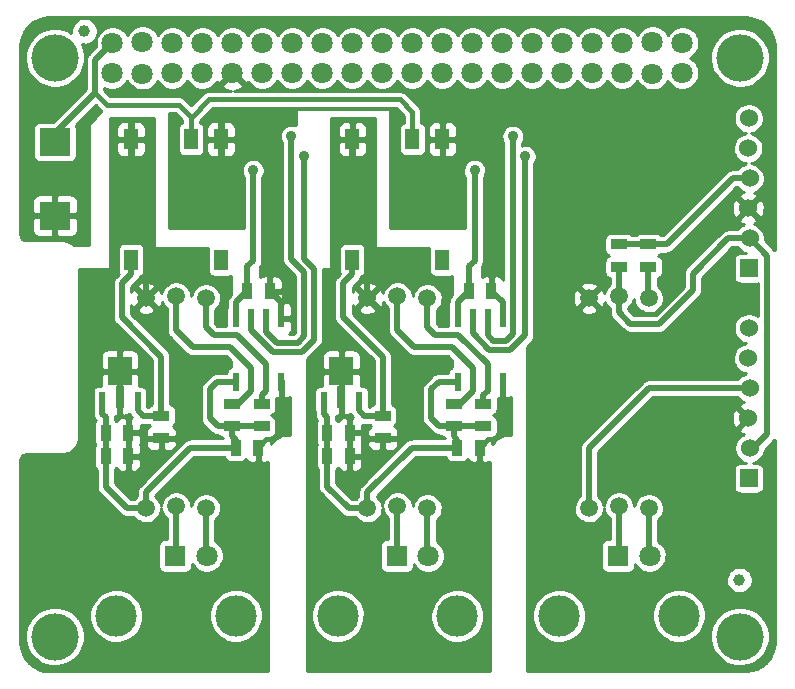
<source format=gbr>
G04 #@! TF.GenerationSoftware,KiCad,Pcbnew,no-vcs-found-7434~57~ubuntu14.04.1*
G04 #@! TF.CreationDate,2017-04-19T10:19:01+02:00*
G04 #@! TF.ProjectId,tentacle-raspi,74656E7461636C652D72617370692E6B,1.0*
G04 #@! TF.FileFunction,Copper,L1,Top,Signal*
G04 #@! TF.FilePolarity,Positive*
%FSLAX46Y46*%
G04 Gerber Fmt 4.6, Leading zero omitted, Abs format (unit mm)*
G04 Created by KiCad (PCBNEW no-vcs-found-7434~57~ubuntu14.04.1) date Wed Apr 19 10:19:01 2017*
%MOMM*%
%LPD*%
G01*
G04 APERTURE LIST*
%ADD10C,0.150000*%
%ADD11C,1.524000*%
%ADD12R,1.524000X1.524000*%
%ADD13C,1.500000*%
%ADD14C,1.800000*%
%ADD15R,1.800000X1.800000*%
%ADD16C,3.500000*%
%ADD17R,1.200000X1.800000*%
%ADD18C,1.000000*%
%ADD19R,0.600000X1.550000*%
%ADD20R,1.397000X0.889000*%
%ADD21R,0.889000X1.397000*%
%ADD22R,2.000000X2.450000*%
%ADD23R,0.570000X1.400000*%
%ADD24R,0.650000X1.900000*%
%ADD25R,2.600000X2.370000*%
%ADD26C,4.000000*%
%ADD27C,0.889000*%
%ADD28C,0.500000*%
%ADD29C,0.254000*%
%ADD30C,0.400000*%
%ADD31C,0.203000*%
%ADD32C,0.250000*%
G04 APERTURE END LIST*
D10*
D11*
X62250000Y-9120000D03*
X62186500Y-11660000D03*
X62313500Y-14200000D03*
X62186500Y-16740000D03*
X62313500Y-19280000D03*
D12*
X62250000Y-21820000D03*
D11*
X62250000Y-26900000D03*
X62186500Y-29440000D03*
X62313500Y-31980000D03*
X62186500Y-34520000D03*
X62313500Y-37060000D03*
D12*
X62250000Y-39600000D03*
D13*
X16290000Y-42140000D03*
X13750000Y-41987600D03*
X11210000Y-42140000D03*
X16290000Y-24360000D03*
X13750000Y-24207600D03*
X11210000Y-24360000D03*
X35040000Y-42140000D03*
X32500000Y-41987600D03*
X29960000Y-42140000D03*
X35040000Y-24360000D03*
X32500000Y-24207600D03*
X29960000Y-24360000D03*
X53790000Y-42140000D03*
X51250000Y-41987600D03*
X48710000Y-42140000D03*
X53790000Y-24360000D03*
X51250000Y-24207600D03*
X48710000Y-24360000D03*
D14*
X35103500Y-46170000D03*
D15*
X32436500Y-46170000D03*
D16*
X27436500Y-51250000D03*
X37563500Y-51250000D03*
D14*
X53853500Y-46170000D03*
D15*
X51186500Y-46170000D03*
D16*
X46186500Y-51250000D03*
X56313500Y-51250000D03*
D14*
X16353500Y-46170000D03*
D15*
X13686500Y-46170000D03*
D16*
X8686500Y-51250000D03*
X18813500Y-51250000D03*
D14*
X56630000Y-2730000D03*
X56630000Y-5270000D03*
X54090000Y-2666500D03*
X54090000Y-5333500D03*
X51550000Y-2730000D03*
X51550000Y-5270000D03*
X49010000Y-2730000D03*
X49010000Y-5270000D03*
X46470000Y-2730000D03*
X46470000Y-5270000D03*
X43930000Y-2730000D03*
X43930000Y-5270000D03*
X41390000Y-2730000D03*
X41390000Y-5270000D03*
X38850000Y-2730000D03*
X38850000Y-5270000D03*
X36310000Y-2730000D03*
X36310000Y-5270000D03*
X33770000Y-2730000D03*
X33770000Y-5270000D03*
X31230000Y-2730000D03*
X31230000Y-5270000D03*
X28690000Y-2730000D03*
X28690000Y-5270000D03*
X26150000Y-2730000D03*
X26150000Y-5270000D03*
X23610000Y-2730000D03*
X23610000Y-5270000D03*
X21070000Y-2730000D03*
X21070000Y-5270000D03*
X18530000Y-2730000D03*
X18530000Y-5270000D03*
X15990000Y-2730000D03*
X15990000Y-5270000D03*
X13450000Y-2730000D03*
X13450000Y-5270000D03*
X10910000Y-2666500D03*
X10910000Y-5333500D03*
X8370000Y-2730000D03*
X8370000Y-5270000D03*
D17*
X17560000Y-21100000D03*
X9940000Y-21100000D03*
X9940000Y-10900000D03*
X15020000Y-10900000D03*
X17560000Y-10900000D03*
X36310000Y-21100000D03*
X28690000Y-21100000D03*
X28690000Y-10900000D03*
X33770000Y-10900000D03*
X36310000Y-10900000D03*
D18*
X61442000Y-48206500D03*
X6000000Y-1750000D03*
D19*
X37595000Y-26050000D03*
X38865000Y-26050000D03*
X40135000Y-26050000D03*
X41405000Y-26050000D03*
X41405000Y-31450000D03*
X40135000Y-31450000D03*
X38865000Y-31450000D03*
X37595000Y-31450000D03*
X18845000Y-26050000D03*
X20115000Y-26050000D03*
X21385000Y-26050000D03*
X22655000Y-26050000D03*
X22655000Y-31450000D03*
X21385000Y-31450000D03*
X20115000Y-31450000D03*
X18845000Y-31450000D03*
D20*
X37250000Y-33297500D03*
X37250000Y-35202500D03*
X39750000Y-33297500D03*
X39750000Y-35202500D03*
X18500000Y-33297500D03*
X18500000Y-35202500D03*
X21000000Y-33297500D03*
X21000000Y-35202500D03*
X53750000Y-19797500D03*
X53750000Y-21702500D03*
X51250000Y-19797500D03*
X51250000Y-21702500D03*
D21*
X40452500Y-23750000D03*
X38547500Y-23750000D03*
X37547500Y-37000000D03*
X39452500Y-37000000D03*
X26547500Y-35750000D03*
X28452500Y-35750000D03*
X26547500Y-37750000D03*
X28452500Y-37750000D03*
X21702500Y-23750000D03*
X19797500Y-23750000D03*
X18797500Y-37000000D03*
X20702500Y-37000000D03*
X7797500Y-35750000D03*
X9702500Y-35750000D03*
D20*
X12500000Y-34297500D03*
X12500000Y-36202500D03*
D21*
X7797500Y-37750000D03*
X9702500Y-37750000D03*
D20*
X31250000Y-34297500D03*
X31250000Y-36202500D03*
D22*
X27750000Y-30550000D03*
D23*
X29250000Y-32975000D03*
D24*
X27750000Y-32725000D03*
D23*
X26250000Y-32975000D03*
D22*
X9000000Y-30550000D03*
D23*
X10500000Y-32975000D03*
D24*
X9000000Y-32725000D03*
D23*
X7500000Y-32975000D03*
D25*
X3500000Y-17370000D03*
X3500000Y-11130000D03*
D26*
X61500000Y-53000000D03*
X3500000Y-53000000D03*
X3500000Y-4000000D03*
X61500000Y-4000000D03*
D27*
X39025000Y-13525000D03*
X20275000Y-13525000D03*
X35750000Y-17500000D03*
X35750000Y-15500000D03*
X37750000Y-15500000D03*
X37750000Y-17500000D03*
X33750000Y-17500000D03*
X33750000Y-15500000D03*
X17000000Y-17500000D03*
X17000000Y-15500000D03*
X19000000Y-15500000D03*
X19000000Y-17500000D03*
X15000000Y-17500000D03*
X15000000Y-15500000D03*
X19750000Y-46170000D03*
X19750000Y-43000000D03*
X19750000Y-39830000D03*
X6093250Y-46170000D03*
X6093250Y-49340000D03*
X2851692Y-49340000D03*
X2851692Y-46170000D03*
X2851692Y-43000000D03*
X2851692Y-39830000D03*
X8686500Y-46170000D03*
X15000000Y-49340000D03*
X12250000Y-49340000D03*
X11210000Y-46170000D03*
X6093250Y-43000000D03*
X6093250Y-39830000D03*
X38500000Y-39830000D03*
X38500000Y-43000000D03*
X38500000Y-46170000D03*
X25500000Y-46170000D03*
X27770000Y-46170000D03*
X33750000Y-49340000D03*
X31000000Y-49340000D03*
X29960000Y-46170000D03*
X43325000Y-12350000D03*
X24575000Y-12350000D03*
X23500000Y-10625000D03*
X42250000Y-10625000D03*
D28*
X48710000Y-42140000D02*
X48710000Y-37065000D01*
X53795000Y-31980000D02*
X62313500Y-31980000D01*
X48710000Y-37065000D02*
X53795000Y-31980000D01*
X53750000Y-19797500D02*
X55277500Y-19797500D01*
X60875000Y-14200000D02*
X62313500Y-14200000D01*
X55277500Y-19797500D02*
X60875000Y-14200000D01*
X51250000Y-19797500D02*
X53750000Y-19797500D01*
X37595000Y-24702500D02*
X38547500Y-23750000D01*
X37595000Y-26050000D02*
X37595000Y-24702500D01*
X38547500Y-21652500D02*
X39025000Y-21175000D01*
X39025000Y-21175000D02*
X39025000Y-13525000D01*
X38547500Y-23750000D02*
X38547500Y-21652500D01*
X19797500Y-23750000D02*
X19797500Y-21652500D01*
X20275000Y-21175000D02*
X20275000Y-13525000D01*
X19797500Y-21652500D02*
X20275000Y-21175000D01*
X18845000Y-26050000D02*
X18845000Y-24702500D01*
X18845000Y-24702500D02*
X19797500Y-23750000D01*
D29*
X33750000Y-17500000D02*
X35750000Y-17500000D01*
X15000000Y-17500000D02*
X17000000Y-17500000D01*
X36310000Y-10900000D02*
X36310000Y-12940000D01*
X35750000Y-15500000D02*
X37750000Y-15500000D01*
X36310000Y-12940000D02*
X33750000Y-15500000D01*
X17560000Y-10900000D02*
X17560000Y-12940000D01*
X17000000Y-15500000D02*
X19000000Y-15500000D01*
X17560000Y-12940000D02*
X15000000Y-15500000D01*
D28*
X41405000Y-24702500D02*
X40452500Y-23750000D01*
X41405000Y-26050000D02*
X41405000Y-24702500D01*
X22655000Y-26050000D02*
X22655000Y-24702500D01*
X22655000Y-24702500D02*
X21702500Y-23750000D01*
D29*
X20702500Y-37000000D02*
X20702500Y-38877500D01*
X20702500Y-38877500D02*
X19750000Y-39830000D01*
X19750000Y-43000000D02*
X19750000Y-46170000D01*
X2851692Y-39830000D02*
X6093250Y-39830000D01*
X6093250Y-49340000D02*
X2851692Y-49340000D01*
X2851692Y-46170000D02*
X2851692Y-43000000D01*
X15000000Y-49340000D02*
X12250000Y-49340000D01*
X11210000Y-46170000D02*
X8686500Y-46170000D01*
X8686500Y-46170000D02*
X6093250Y-46170000D01*
D30*
X22655000Y-31450000D02*
X22655000Y-35635000D01*
X22655000Y-35635000D02*
X21990000Y-36300000D01*
X21990000Y-36300000D02*
X21402500Y-36300000D01*
X21402500Y-36300000D02*
X20702500Y-37000000D01*
D28*
X9940000Y-10900000D02*
X9940000Y-16590000D01*
X11210000Y-17860000D02*
X11210000Y-24360000D01*
X9940000Y-16590000D02*
X11210000Y-17860000D01*
D31*
X8370000Y-2730000D02*
X8370000Y-2850000D01*
X8370000Y-2730000D02*
X8480000Y-2730000D01*
D30*
X15020000Y-9055000D02*
X15020000Y-8995000D01*
X7900000Y-7975000D02*
X6900000Y-6975000D01*
X14000000Y-7975000D02*
X7900000Y-7975000D01*
X15020000Y-8995000D02*
X14000000Y-7975000D01*
D28*
X3500000Y-11130000D02*
X3500000Y-10375000D01*
X3500000Y-10375000D02*
X6900000Y-6975000D01*
X6900000Y-4200000D02*
X8370000Y-2730000D01*
X6900000Y-6975000D02*
X6900000Y-4200000D01*
D30*
X32700000Y-7525000D02*
X16550000Y-7525000D01*
X16550000Y-7525000D02*
X15020000Y-9055000D01*
X33770000Y-10900000D02*
X33770000Y-8595000D01*
X33770000Y-8595000D02*
X32700000Y-7525000D01*
X15020000Y-9055000D02*
X15020000Y-10900000D01*
D28*
X11210000Y-42140000D02*
X11210000Y-40765000D01*
X14975000Y-37000000D02*
X18797500Y-37000000D01*
X11210000Y-40765000D02*
X14975000Y-37000000D01*
X18500000Y-35202500D02*
X21000000Y-35202500D01*
X18797500Y-37000000D02*
X18797500Y-36347500D01*
X18797500Y-36347500D02*
X18500000Y-36050000D01*
X18500000Y-36050000D02*
X18500000Y-35202500D01*
X18845000Y-31450000D02*
X17225000Y-31450000D01*
X17277500Y-35202500D02*
X18500000Y-35202500D01*
X16600000Y-34525000D02*
X17277500Y-35202500D01*
X16600000Y-32075000D02*
X16600000Y-34525000D01*
X17225000Y-31450000D02*
X16600000Y-32075000D01*
X7797500Y-37750000D02*
X7797500Y-40322500D01*
X9615000Y-42140000D02*
X11210000Y-42140000D01*
X7797500Y-40322500D02*
X9615000Y-42140000D01*
X7500000Y-32975000D02*
X7500000Y-34150000D01*
X7797500Y-34447500D02*
X7797500Y-35750000D01*
X7500000Y-34150000D02*
X7797500Y-34447500D01*
X7797500Y-37750000D02*
X7797500Y-35750000D01*
X12500000Y-34297500D02*
X12500000Y-29300000D01*
X9940000Y-22310000D02*
X9940000Y-21100000D01*
X9175000Y-23075000D02*
X9940000Y-22310000D01*
X9175000Y-25975000D02*
X9175000Y-23075000D01*
X12500000Y-29300000D02*
X9175000Y-25975000D01*
X10500000Y-32975000D02*
X10500000Y-33850000D01*
X10947500Y-34297500D02*
X12500000Y-34297500D01*
X10500000Y-33850000D02*
X10947500Y-34297500D01*
X29250000Y-33850000D02*
X29697500Y-34297500D01*
X29697500Y-34297500D02*
X31250000Y-34297500D01*
X29250000Y-32975000D02*
X29250000Y-33850000D01*
X31250000Y-29300000D02*
X27925000Y-25975000D01*
X27925000Y-25975000D02*
X27925000Y-23075000D01*
X27925000Y-23075000D02*
X28690000Y-22310000D01*
X28690000Y-22310000D02*
X28690000Y-21100000D01*
X31250000Y-34297500D02*
X31250000Y-29300000D01*
X13750000Y-41987600D02*
X13750000Y-46106500D01*
X13750000Y-46106500D02*
X13686500Y-46170000D01*
X16290000Y-42140000D02*
X16290000Y-46106500D01*
X16290000Y-46106500D02*
X16353500Y-46170000D01*
X32500000Y-46106500D02*
X32436500Y-46170000D01*
X32500000Y-41987600D02*
X32500000Y-46106500D01*
X32500000Y-46106500D02*
X32436500Y-46170000D01*
X35040000Y-46106500D02*
X35103500Y-46170000D01*
X35040000Y-42140000D02*
X35040000Y-46106500D01*
X35040000Y-46106500D02*
X35103500Y-46170000D01*
X51250000Y-41987600D02*
X51250000Y-46106500D01*
X51250000Y-46106500D02*
X51186500Y-46170000D01*
X53790000Y-42140000D02*
X53790000Y-46106500D01*
X53790000Y-46106500D02*
X53853500Y-46170000D01*
X21385000Y-31450000D02*
X21385000Y-32190000D01*
X21385000Y-32190000D02*
X21000000Y-32575000D01*
X21000000Y-32575000D02*
X21000000Y-33297500D01*
X16290000Y-24360000D02*
X16290000Y-26815000D01*
X21385000Y-29960000D02*
X21385000Y-31450000D01*
X18875000Y-27450000D02*
X21385000Y-29960000D01*
X16925000Y-27450000D02*
X18875000Y-27450000D01*
X16290000Y-26815000D02*
X16925000Y-27450000D01*
X13750000Y-24207600D02*
X13750000Y-27075000D01*
X20115000Y-30290000D02*
X18325000Y-28500000D01*
X18325000Y-28500000D02*
X15175000Y-28500000D01*
X15175000Y-28500000D02*
X13750000Y-27075000D01*
X20115000Y-30290000D02*
X20115000Y-31450000D01*
X20115000Y-31450000D02*
X20115000Y-32210000D01*
X20115000Y-32210000D02*
X19027500Y-33297500D01*
X19027500Y-33297500D02*
X18500000Y-33297500D01*
X35675000Y-27450000D02*
X37625000Y-27450000D01*
X37625000Y-27450000D02*
X40135000Y-29960000D01*
X40135000Y-29960000D02*
X40135000Y-31450000D01*
X35040000Y-26815000D02*
X35675000Y-27450000D01*
X35040000Y-24360000D02*
X35040000Y-26815000D01*
X39750000Y-32575000D02*
X39750000Y-33297500D01*
X40135000Y-32190000D02*
X39750000Y-32575000D01*
X40135000Y-31450000D02*
X40135000Y-32190000D01*
X32500000Y-24207600D02*
X32500000Y-27075000D01*
X38865000Y-30290000D02*
X38865000Y-31450000D01*
X33925000Y-28500000D02*
X32500000Y-27075000D01*
X37075000Y-28500000D02*
X33925000Y-28500000D01*
X38865000Y-30290000D02*
X37075000Y-28500000D01*
X38865000Y-31450000D02*
X38865000Y-32210000D01*
X37777500Y-33297500D02*
X37250000Y-33297500D01*
X38865000Y-32210000D02*
X37777500Y-33297500D01*
D29*
X39452500Y-37000000D02*
X39452500Y-38877500D01*
X39452500Y-38877500D02*
X38500000Y-39830000D01*
X38500000Y-43000000D02*
X38500000Y-46170000D01*
X33750000Y-49340000D02*
X31000000Y-49340000D01*
X29960000Y-46170000D02*
X27770000Y-46170000D01*
X27770000Y-46170000D02*
X25500000Y-46170000D01*
D30*
X40152500Y-36300000D02*
X39452500Y-37000000D01*
X41405000Y-31450000D02*
X41405000Y-35635000D01*
X40740000Y-36300000D02*
X40152500Y-36300000D01*
X41405000Y-35635000D02*
X40740000Y-36300000D01*
D28*
X28690000Y-16590000D02*
X29960000Y-17860000D01*
X29960000Y-17860000D02*
X29960000Y-24360000D01*
X28690000Y-10900000D02*
X28690000Y-16590000D01*
X37547500Y-37000000D02*
X37547500Y-36347500D01*
X26547500Y-40322500D02*
X28365000Y-42140000D01*
X28365000Y-42140000D02*
X29960000Y-42140000D01*
X29960000Y-40765000D02*
X33725000Y-37000000D01*
X33725000Y-37000000D02*
X37547500Y-37000000D01*
X29960000Y-42140000D02*
X29960000Y-40765000D01*
X36027500Y-35202500D02*
X37250000Y-35202500D01*
X37250000Y-36050000D02*
X37250000Y-35202500D01*
X37250000Y-35202500D02*
X39750000Y-35202500D01*
X35975000Y-31450000D02*
X35350000Y-32075000D01*
X35350000Y-32075000D02*
X35350000Y-34525000D01*
X35350000Y-34525000D02*
X36027500Y-35202500D01*
X37595000Y-31450000D02*
X35975000Y-31450000D01*
X26547500Y-37750000D02*
X26547500Y-35750000D01*
X26250000Y-34150000D02*
X26547500Y-34447500D01*
X26547500Y-34447500D02*
X26547500Y-35750000D01*
X26250000Y-32975000D02*
X26250000Y-34150000D01*
X26547500Y-40322500D02*
X28365000Y-42140000D01*
X28365000Y-42140000D02*
X29960000Y-42140000D01*
X26547500Y-37750000D02*
X26547500Y-40322500D01*
X37547500Y-36347500D02*
X37250000Y-36050000D01*
X29960000Y-42140000D02*
X29960000Y-40765000D01*
X51250000Y-21702500D02*
X51250000Y-24207600D01*
X62313500Y-37060000D02*
X62615000Y-37060000D01*
X62615000Y-37060000D02*
X63825000Y-35850000D01*
X63825000Y-35850000D02*
X63825000Y-20791500D01*
X63825000Y-20791500D02*
X62313500Y-19280000D01*
X51250000Y-24207600D02*
X51250000Y-25550000D01*
X60520000Y-19280000D02*
X62313500Y-19280000D01*
X57500000Y-22300000D02*
X60520000Y-19280000D01*
X57500000Y-23700000D02*
X57500000Y-22300000D01*
X54675000Y-26525000D02*
X57500000Y-23700000D01*
X52225000Y-26525000D02*
X54675000Y-26525000D01*
X51250000Y-25550000D02*
X52225000Y-26525000D01*
X20115000Y-26050000D02*
X20115000Y-27040000D01*
X24570660Y-21054340D02*
X24575000Y-21054340D01*
X25425000Y-21908680D02*
X24570660Y-21054340D01*
X25425000Y-27850000D02*
X25425000Y-21908680D01*
X24375000Y-28900000D02*
X25425000Y-27850000D01*
X21975000Y-28900000D02*
X24375000Y-28900000D01*
X20115000Y-27040000D02*
X21975000Y-28900000D01*
X38865000Y-27340000D02*
X40275000Y-28750000D01*
X40275000Y-28750000D02*
X42050000Y-28750000D01*
X42050000Y-28750000D02*
X43325000Y-27475000D01*
X43325000Y-27475000D02*
X43325000Y-12350000D01*
X38865000Y-26050000D02*
X38865000Y-27340000D01*
X24575000Y-21050000D02*
X24575000Y-21054340D01*
X24575000Y-21054340D02*
X24575000Y-12350000D01*
X53750000Y-21702500D02*
X53750000Y-24320000D01*
X53750000Y-24320000D02*
X53790000Y-24360000D01*
X21385000Y-26050000D02*
X21385000Y-27210000D01*
X23500000Y-21050000D02*
X23500000Y-10625000D01*
X24625000Y-22175000D02*
X23500000Y-21050000D01*
X24625000Y-27550000D02*
X24625000Y-22175000D01*
X24050000Y-28125000D02*
X24625000Y-27550000D01*
X22300000Y-28125000D02*
X24050000Y-28125000D01*
X21385000Y-27210000D02*
X22300000Y-28125000D01*
X40600000Y-27975000D02*
X41700000Y-27975000D01*
X40135000Y-26050000D02*
X40135000Y-27510000D01*
X40135000Y-27510000D02*
X40600000Y-27975000D01*
X42250000Y-27425000D02*
X42250000Y-10625000D01*
X41700000Y-27975000D02*
X42250000Y-27425000D01*
D32*
G36*
X11875000Y-20000000D02*
X11877402Y-20024386D01*
X11884515Y-20047835D01*
X11896066Y-20069446D01*
X11911612Y-20088388D01*
X11930554Y-20103934D01*
X11952165Y-20115485D01*
X11975614Y-20122598D01*
X12000000Y-20125000D01*
X16439697Y-20125000D01*
X16432310Y-20200000D01*
X16432310Y-22000000D01*
X16442449Y-22102947D01*
X16472478Y-22201938D01*
X16521242Y-22293169D01*
X16586867Y-22373133D01*
X16666831Y-22438758D01*
X16758062Y-22487522D01*
X16857053Y-22517551D01*
X16960000Y-22527690D01*
X18160000Y-22527690D01*
X18262947Y-22517551D01*
X18361938Y-22487522D01*
X18375000Y-22480540D01*
X18375000Y-24076272D01*
X18296886Y-24154386D01*
X18251424Y-24209732D01*
X18205413Y-24264566D01*
X18203449Y-24268139D01*
X18200862Y-24271288D01*
X18167026Y-24334391D01*
X18132532Y-24397136D01*
X18131300Y-24401021D01*
X18129373Y-24404614D01*
X18108438Y-24473090D01*
X18086789Y-24541337D01*
X18086335Y-24545389D01*
X18085143Y-24549286D01*
X18077907Y-24620524D01*
X18069926Y-24691677D01*
X18069870Y-24699646D01*
X18069855Y-24699794D01*
X18069868Y-24699932D01*
X18069850Y-24702500D01*
X18069850Y-25049916D01*
X18057478Y-25073062D01*
X18027449Y-25172053D01*
X18017310Y-25275000D01*
X18017310Y-26674850D01*
X17246078Y-26674850D01*
X17065150Y-26493922D01*
X17065150Y-25378394D01*
X17078859Y-25369694D01*
X17259953Y-25197241D01*
X17404101Y-24992898D01*
X17505814Y-24764447D01*
X17561216Y-24520592D01*
X17565205Y-24234965D01*
X17516633Y-23989658D01*
X17421338Y-23758457D01*
X17282952Y-23550168D01*
X17106744Y-23372726D01*
X16899427Y-23232889D01*
X16668897Y-23135983D01*
X16423934Y-23085699D01*
X16173871Y-23083953D01*
X15928230Y-23130812D01*
X15696370Y-23224490D01*
X15487120Y-23361419D01*
X15308452Y-23536383D01*
X15167171Y-23742719D01*
X15068658Y-23972567D01*
X15023793Y-24183636D01*
X15025205Y-24082565D01*
X14976633Y-23837258D01*
X14881338Y-23606057D01*
X14742952Y-23397768D01*
X14566744Y-23220326D01*
X14359427Y-23080489D01*
X14128897Y-22983583D01*
X13883934Y-22933299D01*
X13633871Y-22931553D01*
X13388230Y-22978412D01*
X13156370Y-23072090D01*
X12947120Y-23209019D01*
X12768452Y-23383983D01*
X12627171Y-23590319D01*
X12528658Y-23820167D01*
X12512660Y-23895429D01*
X12463518Y-23760054D01*
X12405254Y-23651050D01*
X12167187Y-23585246D01*
X11392434Y-24360000D01*
X12167187Y-25134754D01*
X12405254Y-25068950D01*
X12520597Y-24822145D01*
X12559340Y-24664395D01*
X12610373Y-24793289D01*
X12745838Y-25003489D01*
X12919551Y-25183374D01*
X12974850Y-25221808D01*
X12974850Y-27075000D01*
X12981839Y-27146282D01*
X12988078Y-27217590D01*
X12989215Y-27221504D01*
X12989613Y-27225561D01*
X13010306Y-27294102D01*
X13030284Y-27362866D01*
X13032160Y-27366485D01*
X13033338Y-27370387D01*
X13066939Y-27433582D01*
X13099904Y-27497177D01*
X13102449Y-27500365D01*
X13104361Y-27503961D01*
X13149615Y-27559448D01*
X13194287Y-27615407D01*
X13199881Y-27621080D01*
X13199976Y-27621197D01*
X13200084Y-27621286D01*
X13201886Y-27623114D01*
X14626886Y-29048114D01*
X14682205Y-29093553D01*
X14737066Y-29139587D01*
X14740642Y-29141553D01*
X14743788Y-29144137D01*
X14806836Y-29177944D01*
X14869636Y-29212468D01*
X14873523Y-29213701D01*
X14877113Y-29215626D01*
X14945571Y-29236556D01*
X15013837Y-29258211D01*
X15017887Y-29258665D01*
X15021785Y-29259857D01*
X15093029Y-29267094D01*
X15164177Y-29275074D01*
X15172146Y-29275130D01*
X15172294Y-29275145D01*
X15172432Y-29275132D01*
X15175000Y-29275150D01*
X18003922Y-29275150D01*
X18375000Y-29646228D01*
X18375000Y-30177790D01*
X18343062Y-30187478D01*
X18251831Y-30236242D01*
X18171867Y-30301867D01*
X18106242Y-30381831D01*
X18057478Y-30473062D01*
X18027449Y-30572053D01*
X18017325Y-30674850D01*
X17225000Y-30674850D01*
X17153723Y-30681839D01*
X17082409Y-30688078D01*
X17078494Y-30689215D01*
X17074439Y-30689613D01*
X17005910Y-30710303D01*
X16937134Y-30730284D01*
X16933515Y-30732160D01*
X16929613Y-30733338D01*
X16866379Y-30766960D01*
X16802823Y-30799905D01*
X16799639Y-30802447D01*
X16796039Y-30804361D01*
X16740524Y-30849638D01*
X16684593Y-30894287D01*
X16678924Y-30899877D01*
X16678803Y-30899976D01*
X16678710Y-30900088D01*
X16676886Y-30901887D01*
X16051886Y-31526886D01*
X16006424Y-31582232D01*
X15960413Y-31637066D01*
X15958449Y-31640639D01*
X15955862Y-31643788D01*
X15922026Y-31706891D01*
X15887532Y-31769636D01*
X15886300Y-31773521D01*
X15884373Y-31777114D01*
X15863438Y-31845590D01*
X15841789Y-31913837D01*
X15841335Y-31917889D01*
X15840143Y-31921786D01*
X15832907Y-31993024D01*
X15824926Y-32064177D01*
X15824870Y-32072146D01*
X15824855Y-32072294D01*
X15824868Y-32072432D01*
X15824850Y-32075000D01*
X15824850Y-34525000D01*
X15831839Y-34596282D01*
X15838078Y-34667590D01*
X15839215Y-34671504D01*
X15839613Y-34675561D01*
X15860306Y-34744102D01*
X15880284Y-34812866D01*
X15882160Y-34816485D01*
X15883338Y-34820387D01*
X15916939Y-34883582D01*
X15949904Y-34947177D01*
X15952449Y-34950365D01*
X15954361Y-34953961D01*
X15999615Y-35009448D01*
X16044287Y-35065407D01*
X16049881Y-35071080D01*
X16049976Y-35071197D01*
X16050084Y-35071286D01*
X16051886Y-35073114D01*
X16729386Y-35750614D01*
X16784732Y-35796076D01*
X16839566Y-35842087D01*
X16843139Y-35844051D01*
X16846288Y-35846638D01*
X16909391Y-35880474D01*
X16972136Y-35914968D01*
X16976021Y-35916200D01*
X16979614Y-35918127D01*
X17048090Y-35939062D01*
X17116337Y-35960711D01*
X17120389Y-35961165D01*
X17124286Y-35962357D01*
X17195569Y-35969598D01*
X17266677Y-35977574D01*
X17274635Y-35977630D01*
X17274794Y-35977646D01*
X17274942Y-35977632D01*
X17277500Y-35977650D01*
X17393502Y-35977650D01*
X17428367Y-36020133D01*
X17508331Y-36085758D01*
X17599562Y-36134522D01*
X17698553Y-36164551D01*
X17735947Y-36168234D01*
X17738078Y-36192590D01*
X17739215Y-36196504D01*
X17739613Y-36200561D01*
X17746946Y-36224850D01*
X14975000Y-36224850D01*
X14903718Y-36231839D01*
X14832410Y-36238078D01*
X14828496Y-36239215D01*
X14824439Y-36239613D01*
X14755898Y-36260306D01*
X14687134Y-36280284D01*
X14683515Y-36282160D01*
X14679613Y-36283338D01*
X14616418Y-36316939D01*
X14552823Y-36349904D01*
X14549635Y-36352449D01*
X14546039Y-36354361D01*
X14490552Y-36399615D01*
X14434593Y-36444287D01*
X14428920Y-36449881D01*
X14428803Y-36449976D01*
X14428714Y-36450084D01*
X14426886Y-36451886D01*
X10661886Y-40216886D01*
X10616424Y-40272232D01*
X10570413Y-40327066D01*
X10568449Y-40330639D01*
X10565862Y-40333788D01*
X10532026Y-40396891D01*
X10497532Y-40459636D01*
X10496300Y-40463521D01*
X10494373Y-40467114D01*
X10473438Y-40535590D01*
X10451789Y-40603837D01*
X10451335Y-40607889D01*
X10450143Y-40611786D01*
X10442907Y-40683024D01*
X10434926Y-40754177D01*
X10434870Y-40762146D01*
X10434855Y-40762294D01*
X10434868Y-40762432D01*
X10434850Y-40765000D01*
X10434850Y-41123273D01*
X10407120Y-41141419D01*
X10228452Y-41316383D01*
X10195266Y-41364850D01*
X9936078Y-41364850D01*
X8572650Y-40001422D01*
X8572650Y-38856498D01*
X8615133Y-38821633D01*
X8680758Y-38741669D01*
X8688377Y-38727416D01*
X8697043Y-38748338D01*
X8766317Y-38852014D01*
X8854486Y-38940183D01*
X8958162Y-39009457D01*
X9073361Y-39057174D01*
X9195655Y-39081500D01*
X9415250Y-39081500D01*
X9573500Y-38923250D01*
X9573500Y-37879000D01*
X9831500Y-37879000D01*
X9831500Y-38923250D01*
X9989750Y-39081500D01*
X10209345Y-39081500D01*
X10331639Y-39057174D01*
X10446838Y-39009457D01*
X10550514Y-38940183D01*
X10638683Y-38852014D01*
X10707957Y-38748338D01*
X10755674Y-38633139D01*
X10780000Y-38510845D01*
X10780000Y-38037250D01*
X10621750Y-37879000D01*
X9831500Y-37879000D01*
X9573500Y-37879000D01*
X9553500Y-37879000D01*
X9553500Y-37621000D01*
X9573500Y-37621000D01*
X9573500Y-35879000D01*
X9831500Y-35879000D01*
X9831500Y-37621000D01*
X10621750Y-37621000D01*
X10780000Y-37462750D01*
X10780000Y-36989155D01*
X10755674Y-36866861D01*
X10707957Y-36751662D01*
X10706846Y-36750000D01*
X10707957Y-36748338D01*
X10755674Y-36633139D01*
X10780000Y-36510845D01*
X10780000Y-36489750D01*
X11168500Y-36489750D01*
X11168500Y-36709345D01*
X11192826Y-36831639D01*
X11240543Y-36946838D01*
X11309817Y-37050514D01*
X11397986Y-37138683D01*
X11501662Y-37207957D01*
X11616861Y-37255674D01*
X11739155Y-37280000D01*
X12212750Y-37280000D01*
X12371000Y-37121750D01*
X12371000Y-36331500D01*
X12629000Y-36331500D01*
X12629000Y-37121750D01*
X12787250Y-37280000D01*
X13260845Y-37280000D01*
X13383139Y-37255674D01*
X13498338Y-37207957D01*
X13602014Y-37138683D01*
X13690183Y-37050514D01*
X13759457Y-36946838D01*
X13807174Y-36831639D01*
X13831500Y-36709345D01*
X13831500Y-36489750D01*
X13673250Y-36331500D01*
X12629000Y-36331500D01*
X12371000Y-36331500D01*
X11326750Y-36331500D01*
X11168500Y-36489750D01*
X10780000Y-36489750D01*
X10780000Y-36037250D01*
X10621750Y-35879000D01*
X9831500Y-35879000D01*
X9573500Y-35879000D01*
X9553500Y-35879000D01*
X9553500Y-35621000D01*
X9573500Y-35621000D01*
X9573500Y-34576750D01*
X9415250Y-34418500D01*
X9195655Y-34418500D01*
X9073361Y-34442826D01*
X8958162Y-34490543D01*
X8854486Y-34559817D01*
X8766317Y-34647986D01*
X8697043Y-34751662D01*
X8688377Y-34772584D01*
X8680758Y-34758331D01*
X8615133Y-34678367D01*
X8572650Y-34643502D01*
X8572650Y-34447500D01*
X8565665Y-34376268D01*
X8559423Y-34304910D01*
X8558284Y-34300990D01*
X8557904Y-34297109D01*
X8612655Y-34308000D01*
X8712750Y-34308000D01*
X8871000Y-34149750D01*
X8871000Y-32854000D01*
X8851000Y-32854000D01*
X8851000Y-32596000D01*
X8871000Y-32596000D01*
X8871000Y-30679000D01*
X7525250Y-30679000D01*
X7367000Y-30837250D01*
X7367000Y-31747310D01*
X7215000Y-31747310D01*
X7112053Y-31757449D01*
X7013062Y-31787478D01*
X6921831Y-31836242D01*
X6841867Y-31901867D01*
X6776242Y-31981831D01*
X6727478Y-32073062D01*
X6697449Y-32172053D01*
X6687310Y-32275000D01*
X6687310Y-33675000D01*
X6697449Y-33777947D01*
X6724850Y-33868275D01*
X6724850Y-34150000D01*
X6731839Y-34221282D01*
X6738078Y-34292590D01*
X6739215Y-34296504D01*
X6739613Y-34300561D01*
X6760306Y-34369102D01*
X6780284Y-34437866D01*
X6782160Y-34441485D01*
X6783338Y-34445387D01*
X6816939Y-34508582D01*
X6849904Y-34572177D01*
X6852449Y-34575365D01*
X6854361Y-34578961D01*
X6899615Y-34634448D01*
X6944287Y-34690407D01*
X6949881Y-34696080D01*
X6949976Y-34696197D01*
X6950084Y-34696286D01*
X6951886Y-34698114D01*
X6958353Y-34704581D01*
X6914242Y-34758331D01*
X6865478Y-34849562D01*
X6835449Y-34948553D01*
X6825310Y-35051500D01*
X6825310Y-36448500D01*
X6835449Y-36551447D01*
X6865478Y-36650438D01*
X6914242Y-36741669D01*
X6921079Y-36750000D01*
X6914242Y-36758331D01*
X6865478Y-36849562D01*
X6835449Y-36948553D01*
X6825310Y-37051500D01*
X6825310Y-38448500D01*
X6835449Y-38551447D01*
X6865478Y-38650438D01*
X6914242Y-38741669D01*
X6979867Y-38821633D01*
X7022350Y-38856498D01*
X7022350Y-40322500D01*
X7029339Y-40393782D01*
X7035578Y-40465090D01*
X7036715Y-40469004D01*
X7037113Y-40473061D01*
X7057806Y-40541602D01*
X7077784Y-40610366D01*
X7079660Y-40613985D01*
X7080838Y-40617887D01*
X7114439Y-40681082D01*
X7147404Y-40744677D01*
X7149949Y-40747865D01*
X7151861Y-40751461D01*
X7197115Y-40806948D01*
X7241787Y-40862907D01*
X7247381Y-40868580D01*
X7247476Y-40868697D01*
X7247584Y-40868786D01*
X7249386Y-40870614D01*
X9066886Y-42688114D01*
X9122205Y-42733553D01*
X9177066Y-42779587D01*
X9180642Y-42781553D01*
X9183788Y-42784137D01*
X9246871Y-42817963D01*
X9309636Y-42852468D01*
X9313518Y-42853700D01*
X9317113Y-42855627D01*
X9385617Y-42876570D01*
X9453837Y-42898211D01*
X9457887Y-42898665D01*
X9461785Y-42899857D01*
X9533029Y-42907094D01*
X9604177Y-42915074D01*
X9612146Y-42915130D01*
X9612294Y-42915145D01*
X9612432Y-42915132D01*
X9615000Y-42915150D01*
X10192473Y-42915150D01*
X10205838Y-42935889D01*
X10379551Y-43115774D01*
X10584896Y-43258493D01*
X10814050Y-43358608D01*
X11058287Y-43412307D01*
X11308302Y-43417544D01*
X11554572Y-43374119D01*
X11787718Y-43283688D01*
X11998859Y-43149694D01*
X12179953Y-42977241D01*
X12324101Y-42772898D01*
X12425814Y-42544447D01*
X12481216Y-42300592D01*
X12483318Y-42150088D01*
X12518316Y-42340780D01*
X12610373Y-42573289D01*
X12745838Y-42783489D01*
X12919551Y-42963374D01*
X12974850Y-43001808D01*
X12974850Y-44742310D01*
X12786500Y-44742310D01*
X12683553Y-44752449D01*
X12584562Y-44782478D01*
X12493331Y-44831242D01*
X12413367Y-44896867D01*
X12347742Y-44976831D01*
X12298978Y-45068062D01*
X12268949Y-45167053D01*
X12258810Y-45270000D01*
X12258810Y-47070000D01*
X12268949Y-47172947D01*
X12298978Y-47271938D01*
X12347742Y-47363169D01*
X12413367Y-47443133D01*
X12493331Y-47508758D01*
X12584562Y-47557522D01*
X12683553Y-47587551D01*
X12786500Y-47597690D01*
X14586500Y-47597690D01*
X14689447Y-47587551D01*
X14788438Y-47557522D01*
X14879669Y-47508758D01*
X14959633Y-47443133D01*
X15025258Y-47363169D01*
X15074022Y-47271938D01*
X15104051Y-47172947D01*
X15114190Y-47070000D01*
X15114190Y-46877925D01*
X15231215Y-47059512D01*
X15425362Y-47260558D01*
X15654863Y-47420065D01*
X15910973Y-47531957D01*
X16183940Y-47591972D01*
X16463365Y-47597825D01*
X16738606Y-47549293D01*
X16999177Y-47448224D01*
X17235156Y-47298468D01*
X17437552Y-47105728D01*
X17598657Y-46877347D01*
X17712334Y-46622024D01*
X17774254Y-46349483D01*
X17778711Y-46030257D01*
X17724426Y-45756093D01*
X17617922Y-45497695D01*
X17463256Y-45264905D01*
X17266320Y-45066590D01*
X17065150Y-44930899D01*
X17065150Y-43158394D01*
X17078859Y-43149694D01*
X17259953Y-42977241D01*
X17404101Y-42772898D01*
X17505814Y-42544447D01*
X17561216Y-42300592D01*
X17565205Y-42014965D01*
X17516633Y-41769658D01*
X17421338Y-41538457D01*
X17282952Y-41330168D01*
X17106744Y-41152726D01*
X16899427Y-41012889D01*
X16668897Y-40915983D01*
X16423934Y-40865699D01*
X16173871Y-40863953D01*
X15928230Y-40910812D01*
X15696370Y-41004490D01*
X15487120Y-41141419D01*
X15308452Y-41316383D01*
X15167171Y-41522719D01*
X15068658Y-41752567D01*
X15023793Y-41963636D01*
X15025205Y-41862565D01*
X14976633Y-41617258D01*
X14881338Y-41386057D01*
X14742952Y-41177768D01*
X14566744Y-41000326D01*
X14359427Y-40860489D01*
X14128897Y-40763583D01*
X13883934Y-40713299D01*
X13633871Y-40711553D01*
X13388230Y-40758412D01*
X13156370Y-40852090D01*
X12947120Y-40989019D01*
X12768452Y-41163983D01*
X12627171Y-41370319D01*
X12528658Y-41600167D01*
X12476665Y-41844773D01*
X12475008Y-41963466D01*
X12436633Y-41769658D01*
X12341338Y-41538457D01*
X12202952Y-41330168D01*
X12026744Y-41152726D01*
X11985150Y-41124671D01*
X11985150Y-41086078D01*
X15296078Y-37775150D01*
X17832859Y-37775150D01*
X17835449Y-37801447D01*
X17865478Y-37900438D01*
X17914242Y-37991669D01*
X17979867Y-38071633D01*
X18059831Y-38137258D01*
X18151062Y-38186022D01*
X18250053Y-38216051D01*
X18353000Y-38226190D01*
X19242000Y-38226190D01*
X19344947Y-38216051D01*
X19443938Y-38186022D01*
X19535169Y-38137258D01*
X19615133Y-38071633D01*
X19680758Y-37991669D01*
X19688377Y-37977416D01*
X19697043Y-37998338D01*
X19766317Y-38102014D01*
X19854486Y-38190183D01*
X19958162Y-38259457D01*
X20073361Y-38307174D01*
X20195655Y-38331500D01*
X20415250Y-38331500D01*
X20573500Y-38173250D01*
X20573500Y-37129000D01*
X20553500Y-37129000D01*
X20553500Y-36871000D01*
X20573500Y-36871000D01*
X20573500Y-36851000D01*
X20831500Y-36851000D01*
X20831500Y-36871000D01*
X20851500Y-36871000D01*
X20851500Y-37129000D01*
X20831500Y-37129000D01*
X20831500Y-38173250D01*
X20989750Y-38331500D01*
X21209345Y-38331500D01*
X21331639Y-38307174D01*
X21446838Y-38259457D01*
X21549850Y-38190627D01*
X21549850Y-52500000D01*
X21549860Y-52500100D01*
X21549853Y-52501977D01*
X21549877Y-52508958D01*
X21550000Y-52510170D01*
X21550000Y-55924850D01*
X3028130Y-55924850D01*
X2529544Y-55875963D01*
X2077012Y-55739336D01*
X1659633Y-55517411D01*
X1293313Y-55218647D01*
X991993Y-54854414D01*
X767163Y-54438598D01*
X627378Y-53987029D01*
X575150Y-53490110D01*
X575150Y-53212321D01*
X971531Y-53212321D01*
X1060925Y-53699393D01*
X1243223Y-54159826D01*
X1511481Y-54576081D01*
X1855481Y-54932303D01*
X2262121Y-55214925D01*
X2715910Y-55413180D01*
X3199566Y-55519519D01*
X3694664Y-55529890D01*
X4182349Y-55443898D01*
X4644042Y-55264819D01*
X5062160Y-54999473D01*
X5420775Y-54657969D01*
X5706229Y-54253312D01*
X5907648Y-53800918D01*
X6017360Y-53318017D01*
X6025258Y-52752396D01*
X5929072Y-52266620D01*
X5740363Y-51808778D01*
X5496212Y-51441301D01*
X6408360Y-51441301D01*
X6488904Y-51880151D01*
X6653154Y-52294998D01*
X6894853Y-52670042D01*
X7204796Y-52990997D01*
X7571176Y-53245638D01*
X7980038Y-53424265D01*
X8415810Y-53520076D01*
X8861892Y-53529420D01*
X9301293Y-53451942D01*
X9717277Y-53290592D01*
X10093999Y-53051517D01*
X10417110Y-52743823D01*
X10674303Y-52379229D01*
X10855780Y-51971624D01*
X10954631Y-51536532D01*
X10955960Y-51441301D01*
X16535360Y-51441301D01*
X16615904Y-51880151D01*
X16780154Y-52294998D01*
X17021853Y-52670042D01*
X17331796Y-52990997D01*
X17698176Y-53245638D01*
X18107038Y-53424265D01*
X18542810Y-53520076D01*
X18988892Y-53529420D01*
X19428293Y-53451942D01*
X19844277Y-53290592D01*
X20220999Y-53051517D01*
X20544110Y-52743823D01*
X20801303Y-52379229D01*
X20982780Y-51971624D01*
X21081631Y-51536532D01*
X21088747Y-51026910D01*
X21002084Y-50589228D01*
X20832058Y-50176714D01*
X20585146Y-49805081D01*
X20270752Y-49488485D01*
X19900852Y-49238984D01*
X19489535Y-49066083D01*
X19052469Y-48976366D01*
X18606300Y-48973251D01*
X18168023Y-49056857D01*
X17754332Y-49223999D01*
X17380985Y-49468310D01*
X17062201Y-49780486D01*
X16810124Y-50148635D01*
X16634356Y-50558735D01*
X16541590Y-50995164D01*
X16535360Y-51441301D01*
X10955960Y-51441301D01*
X10961747Y-51026910D01*
X10875084Y-50589228D01*
X10705058Y-50176714D01*
X10458146Y-49805081D01*
X10143752Y-49488485D01*
X9773852Y-49238984D01*
X9362535Y-49066083D01*
X8925469Y-48976366D01*
X8479300Y-48973251D01*
X8041023Y-49056857D01*
X7627332Y-49223999D01*
X7253985Y-49468310D01*
X6935201Y-49780486D01*
X6683124Y-50148635D01*
X6507356Y-50558735D01*
X6414590Y-50995164D01*
X6408360Y-51441301D01*
X5496212Y-51441301D01*
X5466319Y-51396309D01*
X5117379Y-51044924D01*
X4706834Y-50768008D01*
X4250320Y-50576107D01*
X3765227Y-50476532D01*
X3270032Y-50473075D01*
X2783596Y-50565867D01*
X2324447Y-50751375D01*
X1910076Y-51022533D01*
X1556263Y-51369011D01*
X1276487Y-51777614D01*
X1081405Y-52232776D01*
X978445Y-52717162D01*
X971531Y-53212321D01*
X575150Y-53212321D01*
X575150Y-38028130D01*
X585947Y-37918013D01*
X609755Y-37839157D01*
X648432Y-37766416D01*
X700496Y-37702579D01*
X763970Y-37650068D01*
X836427Y-37610891D01*
X915130Y-37586529D01*
X1023389Y-37575150D01*
X4000000Y-37575150D01*
X4000100Y-37575140D01*
X4001977Y-37575147D01*
X4008958Y-37575123D01*
X4033970Y-37572584D01*
X4059110Y-37572759D01*
X4067102Y-37571975D01*
X4261199Y-37551574D01*
X4312212Y-37541102D01*
X4363466Y-37531325D01*
X4371154Y-37529004D01*
X4557592Y-37471292D01*
X4605664Y-37451084D01*
X4653980Y-37431563D01*
X4661066Y-37427795D01*
X4661071Y-37427793D01*
X4661075Y-37427790D01*
X4832747Y-37334968D01*
X4875929Y-37305841D01*
X4919585Y-37277273D01*
X4925808Y-37272198D01*
X5076186Y-37147794D01*
X5112902Y-37110821D01*
X5150162Y-37074333D01*
X5155280Y-37068146D01*
X5278630Y-36916904D01*
X5307464Y-36873505D01*
X5336929Y-36830472D01*
X5340749Y-36823408D01*
X5432374Y-36651086D01*
X5452234Y-36602901D01*
X5472774Y-36554977D01*
X5475148Y-36547306D01*
X5531557Y-36360470D01*
X5541672Y-36309388D01*
X5552521Y-36258346D01*
X5553360Y-36250359D01*
X5572405Y-36056126D01*
X5572405Y-36032004D01*
X5575094Y-36008030D01*
X5575150Y-36000000D01*
X5575150Y-29262655D01*
X7367000Y-29262655D01*
X7367000Y-30262750D01*
X7525250Y-30421000D01*
X8871000Y-30421000D01*
X8871000Y-28850250D01*
X9129000Y-28850250D01*
X9129000Y-30421000D01*
X10474750Y-30421000D01*
X10633000Y-30262750D01*
X10633000Y-29262655D01*
X10608674Y-29140361D01*
X10560957Y-29025162D01*
X10491683Y-28921486D01*
X10403514Y-28833317D01*
X10299838Y-28764043D01*
X10184639Y-28716326D01*
X10062345Y-28692000D01*
X9287250Y-28692000D01*
X9129000Y-28850250D01*
X8871000Y-28850250D01*
X8712750Y-28692000D01*
X7937655Y-28692000D01*
X7815361Y-28716326D01*
X7700162Y-28764043D01*
X7596486Y-28833317D01*
X7508317Y-28921486D01*
X7439043Y-29025162D01*
X7391326Y-29140361D01*
X7367000Y-29262655D01*
X5575150Y-29262655D01*
X5575150Y-23075000D01*
X8399850Y-23075000D01*
X8399850Y-25975000D01*
X8406839Y-26046282D01*
X8413078Y-26117590D01*
X8414215Y-26121504D01*
X8414613Y-26125561D01*
X8435306Y-26194102D01*
X8455284Y-26262866D01*
X8457160Y-26266485D01*
X8458338Y-26270387D01*
X8491939Y-26333582D01*
X8524904Y-26397177D01*
X8527449Y-26400365D01*
X8529361Y-26403961D01*
X8574615Y-26459448D01*
X8619287Y-26515407D01*
X8624881Y-26521080D01*
X8624976Y-26521197D01*
X8625084Y-26521286D01*
X8626886Y-26523114D01*
X11724850Y-29621078D01*
X11724850Y-33332859D01*
X11698553Y-33335449D01*
X11599562Y-33365478D01*
X11508331Y-33414242D01*
X11428367Y-33479867D01*
X11393502Y-33522350D01*
X11312690Y-33522350D01*
X11312690Y-32275000D01*
X11302551Y-32172053D01*
X11272522Y-32073062D01*
X11223758Y-31981831D01*
X11158133Y-31901867D01*
X11078169Y-31836242D01*
X10986938Y-31787478D01*
X10887947Y-31757449D01*
X10785000Y-31747310D01*
X10633000Y-31747310D01*
X10633000Y-30837250D01*
X10474750Y-30679000D01*
X9129000Y-30679000D01*
X9129000Y-32596000D01*
X9149000Y-32596000D01*
X9149000Y-32854000D01*
X9129000Y-32854000D01*
X9129000Y-34149750D01*
X9287250Y-34308000D01*
X9387345Y-34308000D01*
X9509639Y-34283674D01*
X9624838Y-34235957D01*
X9728514Y-34166683D01*
X9775117Y-34120080D01*
X9780284Y-34137866D01*
X9782160Y-34141485D01*
X9783338Y-34145387D01*
X9816939Y-34208582D01*
X9849904Y-34272177D01*
X9852449Y-34275365D01*
X9854361Y-34278961D01*
X9899615Y-34334448D01*
X9944287Y-34390407D01*
X9949881Y-34396080D01*
X9949976Y-34396197D01*
X9950084Y-34396286D01*
X9951886Y-34398114D01*
X9981011Y-34427239D01*
X9831500Y-34576750D01*
X9831500Y-35621000D01*
X10621750Y-35621000D01*
X10780000Y-35462750D01*
X10780000Y-35053701D01*
X10786337Y-35055711D01*
X10790389Y-35056165D01*
X10794286Y-35057357D01*
X10865569Y-35064598D01*
X10936677Y-35072574D01*
X10944635Y-35072630D01*
X10944794Y-35072646D01*
X10944942Y-35072632D01*
X10947500Y-35072650D01*
X11393502Y-35072650D01*
X11428367Y-35115133D01*
X11508331Y-35180758D01*
X11522584Y-35188377D01*
X11501662Y-35197043D01*
X11397986Y-35266317D01*
X11309817Y-35354486D01*
X11240543Y-35458162D01*
X11192826Y-35573361D01*
X11168500Y-35695655D01*
X11168500Y-35915250D01*
X11326750Y-36073500D01*
X12371000Y-36073500D01*
X12371000Y-36053500D01*
X12629000Y-36053500D01*
X12629000Y-36073500D01*
X13673250Y-36073500D01*
X13831500Y-35915250D01*
X13831500Y-35695655D01*
X13807174Y-35573361D01*
X13759457Y-35458162D01*
X13690183Y-35354486D01*
X13602014Y-35266317D01*
X13498338Y-35197043D01*
X13477416Y-35188377D01*
X13491669Y-35180758D01*
X13571633Y-35115133D01*
X13637258Y-35035169D01*
X13686022Y-34943938D01*
X13716051Y-34844947D01*
X13726190Y-34742000D01*
X13726190Y-33853000D01*
X13716051Y-33750053D01*
X13686022Y-33651062D01*
X13637258Y-33559831D01*
X13571633Y-33479867D01*
X13491669Y-33414242D01*
X13400438Y-33365478D01*
X13301447Y-33335449D01*
X13275150Y-33332859D01*
X13275150Y-29300000D01*
X13268161Y-29228718D01*
X13261922Y-29157410D01*
X13260785Y-29153496D01*
X13260387Y-29149439D01*
X13239694Y-29080898D01*
X13219716Y-29012134D01*
X13217840Y-29008515D01*
X13216662Y-29004613D01*
X13183061Y-28941418D01*
X13150096Y-28877823D01*
X13147551Y-28874635D01*
X13145639Y-28871039D01*
X13100385Y-28815552D01*
X13055713Y-28759593D01*
X13050119Y-28753920D01*
X13050024Y-28753803D01*
X13049916Y-28753714D01*
X13048114Y-28751886D01*
X9950150Y-25653922D01*
X9950150Y-25317187D01*
X10435246Y-25317187D01*
X10501050Y-25555254D01*
X10747855Y-25670597D01*
X11012420Y-25735574D01*
X11284577Y-25747689D01*
X11553869Y-25706476D01*
X11809946Y-25613518D01*
X11918950Y-25555254D01*
X11984754Y-25317187D01*
X11210000Y-24542434D01*
X10435246Y-25317187D01*
X9950150Y-25317187D01*
X9950150Y-24942503D01*
X9956482Y-24959946D01*
X10014746Y-25068950D01*
X10252813Y-25134754D01*
X11027566Y-24360000D01*
X10252813Y-23585246D01*
X10014746Y-23651050D01*
X9950150Y-23789269D01*
X9950150Y-23402813D01*
X10435246Y-23402813D01*
X11210000Y-24177566D01*
X11984754Y-23402813D01*
X11918950Y-23164746D01*
X11672145Y-23049403D01*
X11407580Y-22984426D01*
X11135423Y-22972311D01*
X10866131Y-23013524D01*
X10610054Y-23106482D01*
X10501050Y-23164746D01*
X10435246Y-23402813D01*
X9950150Y-23402813D01*
X9950150Y-23396078D01*
X10488114Y-22858114D01*
X10533553Y-22802795D01*
X10579587Y-22747934D01*
X10581553Y-22744358D01*
X10584137Y-22741212D01*
X10617944Y-22678164D01*
X10652468Y-22615364D01*
X10653701Y-22611477D01*
X10655626Y-22607887D01*
X10676556Y-22539429D01*
X10687813Y-22503941D01*
X10741938Y-22487522D01*
X10833169Y-22438758D01*
X10913133Y-22373133D01*
X10978758Y-22293169D01*
X11027522Y-22201938D01*
X11057551Y-22102947D01*
X11067690Y-22000000D01*
X11067690Y-20200000D01*
X11057551Y-20097053D01*
X11027522Y-19998062D01*
X10978758Y-19906831D01*
X10913133Y-19826867D01*
X10833169Y-19761242D01*
X10741938Y-19712478D01*
X10642947Y-19682449D01*
X10540000Y-19672310D01*
X9340000Y-19672310D01*
X9237053Y-19682449D01*
X9138062Y-19712478D01*
X9046831Y-19761242D01*
X8966867Y-19826867D01*
X8901242Y-19906831D01*
X8852478Y-19998062D01*
X8822449Y-20097053D01*
X8812310Y-20200000D01*
X8812310Y-22000000D01*
X8822449Y-22102947D01*
X8852478Y-22201938D01*
X8887086Y-22266686D01*
X8626886Y-22526886D01*
X8581424Y-22582232D01*
X8535413Y-22637066D01*
X8533449Y-22640639D01*
X8530862Y-22643788D01*
X8497026Y-22706891D01*
X8462532Y-22769636D01*
X8461300Y-22773521D01*
X8459373Y-22777114D01*
X8438438Y-22845590D01*
X8416789Y-22913837D01*
X8416335Y-22917889D01*
X8415143Y-22921786D01*
X8407907Y-22993024D01*
X8399926Y-23064177D01*
X8399870Y-23072146D01*
X8399855Y-23072294D01*
X8399868Y-23072432D01*
X8399850Y-23075000D01*
X5575150Y-23075000D01*
X5575150Y-21875000D01*
X8000000Y-21875000D01*
X8024386Y-21872598D01*
X8047835Y-21865485D01*
X8069446Y-21853934D01*
X8088388Y-21838388D01*
X8103934Y-21819446D01*
X8115485Y-21797835D01*
X8122598Y-21774386D01*
X8125000Y-21750000D01*
X8125000Y-11187250D01*
X8707000Y-11187250D01*
X8707000Y-11862345D01*
X8731326Y-11984639D01*
X8779043Y-12099838D01*
X8848317Y-12203514D01*
X8936486Y-12291683D01*
X9040162Y-12360957D01*
X9155361Y-12408674D01*
X9277655Y-12433000D01*
X9652750Y-12433000D01*
X9811000Y-12274750D01*
X9811000Y-11029000D01*
X10069000Y-11029000D01*
X10069000Y-12274750D01*
X10227250Y-12433000D01*
X10602345Y-12433000D01*
X10724639Y-12408674D01*
X10839838Y-12360957D01*
X10943514Y-12291683D01*
X11031683Y-12203514D01*
X11100957Y-12099838D01*
X11148674Y-11984639D01*
X11173000Y-11862345D01*
X11173000Y-11187250D01*
X11014750Y-11029000D01*
X10069000Y-11029000D01*
X9811000Y-11029000D01*
X8865250Y-11029000D01*
X8707000Y-11187250D01*
X8125000Y-11187250D01*
X8125000Y-9937655D01*
X8707000Y-9937655D01*
X8707000Y-10612750D01*
X8865250Y-10771000D01*
X9811000Y-10771000D01*
X9811000Y-9525250D01*
X10069000Y-9525250D01*
X10069000Y-10771000D01*
X11014750Y-10771000D01*
X11173000Y-10612750D01*
X11173000Y-9937655D01*
X11148674Y-9815361D01*
X11100957Y-9700162D01*
X11031683Y-9596486D01*
X10943514Y-9508317D01*
X10839838Y-9439043D01*
X10724639Y-9391326D01*
X10602345Y-9367000D01*
X10227250Y-9367000D01*
X10069000Y-9525250D01*
X9811000Y-9525250D01*
X9652750Y-9367000D01*
X9277655Y-9367000D01*
X9155361Y-9391326D01*
X9040162Y-9439043D01*
X8936486Y-9508317D01*
X8848317Y-9596486D01*
X8779043Y-9700162D01*
X8731326Y-9815361D01*
X8707000Y-9937655D01*
X8125000Y-9937655D01*
X8125000Y-9125000D01*
X11875000Y-9125000D01*
X11875000Y-20000000D01*
X11875000Y-20000000D01*
G37*
X11875000Y-20000000D02*
X11877402Y-20024386D01*
X11884515Y-20047835D01*
X11896066Y-20069446D01*
X11911612Y-20088388D01*
X11930554Y-20103934D01*
X11952165Y-20115485D01*
X11975614Y-20122598D01*
X12000000Y-20125000D01*
X16439697Y-20125000D01*
X16432310Y-20200000D01*
X16432310Y-22000000D01*
X16442449Y-22102947D01*
X16472478Y-22201938D01*
X16521242Y-22293169D01*
X16586867Y-22373133D01*
X16666831Y-22438758D01*
X16758062Y-22487522D01*
X16857053Y-22517551D01*
X16960000Y-22527690D01*
X18160000Y-22527690D01*
X18262947Y-22517551D01*
X18361938Y-22487522D01*
X18375000Y-22480540D01*
X18375000Y-24076272D01*
X18296886Y-24154386D01*
X18251424Y-24209732D01*
X18205413Y-24264566D01*
X18203449Y-24268139D01*
X18200862Y-24271288D01*
X18167026Y-24334391D01*
X18132532Y-24397136D01*
X18131300Y-24401021D01*
X18129373Y-24404614D01*
X18108438Y-24473090D01*
X18086789Y-24541337D01*
X18086335Y-24545389D01*
X18085143Y-24549286D01*
X18077907Y-24620524D01*
X18069926Y-24691677D01*
X18069870Y-24699646D01*
X18069855Y-24699794D01*
X18069868Y-24699932D01*
X18069850Y-24702500D01*
X18069850Y-25049916D01*
X18057478Y-25073062D01*
X18027449Y-25172053D01*
X18017310Y-25275000D01*
X18017310Y-26674850D01*
X17246078Y-26674850D01*
X17065150Y-26493922D01*
X17065150Y-25378394D01*
X17078859Y-25369694D01*
X17259953Y-25197241D01*
X17404101Y-24992898D01*
X17505814Y-24764447D01*
X17561216Y-24520592D01*
X17565205Y-24234965D01*
X17516633Y-23989658D01*
X17421338Y-23758457D01*
X17282952Y-23550168D01*
X17106744Y-23372726D01*
X16899427Y-23232889D01*
X16668897Y-23135983D01*
X16423934Y-23085699D01*
X16173871Y-23083953D01*
X15928230Y-23130812D01*
X15696370Y-23224490D01*
X15487120Y-23361419D01*
X15308452Y-23536383D01*
X15167171Y-23742719D01*
X15068658Y-23972567D01*
X15023793Y-24183636D01*
X15025205Y-24082565D01*
X14976633Y-23837258D01*
X14881338Y-23606057D01*
X14742952Y-23397768D01*
X14566744Y-23220326D01*
X14359427Y-23080489D01*
X14128897Y-22983583D01*
X13883934Y-22933299D01*
X13633871Y-22931553D01*
X13388230Y-22978412D01*
X13156370Y-23072090D01*
X12947120Y-23209019D01*
X12768452Y-23383983D01*
X12627171Y-23590319D01*
X12528658Y-23820167D01*
X12512660Y-23895429D01*
X12463518Y-23760054D01*
X12405254Y-23651050D01*
X12167187Y-23585246D01*
X11392434Y-24360000D01*
X12167187Y-25134754D01*
X12405254Y-25068950D01*
X12520597Y-24822145D01*
X12559340Y-24664395D01*
X12610373Y-24793289D01*
X12745838Y-25003489D01*
X12919551Y-25183374D01*
X12974850Y-25221808D01*
X12974850Y-27075000D01*
X12981839Y-27146282D01*
X12988078Y-27217590D01*
X12989215Y-27221504D01*
X12989613Y-27225561D01*
X13010306Y-27294102D01*
X13030284Y-27362866D01*
X13032160Y-27366485D01*
X13033338Y-27370387D01*
X13066939Y-27433582D01*
X13099904Y-27497177D01*
X13102449Y-27500365D01*
X13104361Y-27503961D01*
X13149615Y-27559448D01*
X13194287Y-27615407D01*
X13199881Y-27621080D01*
X13199976Y-27621197D01*
X13200084Y-27621286D01*
X13201886Y-27623114D01*
X14626886Y-29048114D01*
X14682205Y-29093553D01*
X14737066Y-29139587D01*
X14740642Y-29141553D01*
X14743788Y-29144137D01*
X14806836Y-29177944D01*
X14869636Y-29212468D01*
X14873523Y-29213701D01*
X14877113Y-29215626D01*
X14945571Y-29236556D01*
X15013837Y-29258211D01*
X15017887Y-29258665D01*
X15021785Y-29259857D01*
X15093029Y-29267094D01*
X15164177Y-29275074D01*
X15172146Y-29275130D01*
X15172294Y-29275145D01*
X15172432Y-29275132D01*
X15175000Y-29275150D01*
X18003922Y-29275150D01*
X18375000Y-29646228D01*
X18375000Y-30177790D01*
X18343062Y-30187478D01*
X18251831Y-30236242D01*
X18171867Y-30301867D01*
X18106242Y-30381831D01*
X18057478Y-30473062D01*
X18027449Y-30572053D01*
X18017325Y-30674850D01*
X17225000Y-30674850D01*
X17153723Y-30681839D01*
X17082409Y-30688078D01*
X17078494Y-30689215D01*
X17074439Y-30689613D01*
X17005910Y-30710303D01*
X16937134Y-30730284D01*
X16933515Y-30732160D01*
X16929613Y-30733338D01*
X16866379Y-30766960D01*
X16802823Y-30799905D01*
X16799639Y-30802447D01*
X16796039Y-30804361D01*
X16740524Y-30849638D01*
X16684593Y-30894287D01*
X16678924Y-30899877D01*
X16678803Y-30899976D01*
X16678710Y-30900088D01*
X16676886Y-30901887D01*
X16051886Y-31526886D01*
X16006424Y-31582232D01*
X15960413Y-31637066D01*
X15958449Y-31640639D01*
X15955862Y-31643788D01*
X15922026Y-31706891D01*
X15887532Y-31769636D01*
X15886300Y-31773521D01*
X15884373Y-31777114D01*
X15863438Y-31845590D01*
X15841789Y-31913837D01*
X15841335Y-31917889D01*
X15840143Y-31921786D01*
X15832907Y-31993024D01*
X15824926Y-32064177D01*
X15824870Y-32072146D01*
X15824855Y-32072294D01*
X15824868Y-32072432D01*
X15824850Y-32075000D01*
X15824850Y-34525000D01*
X15831839Y-34596282D01*
X15838078Y-34667590D01*
X15839215Y-34671504D01*
X15839613Y-34675561D01*
X15860306Y-34744102D01*
X15880284Y-34812866D01*
X15882160Y-34816485D01*
X15883338Y-34820387D01*
X15916939Y-34883582D01*
X15949904Y-34947177D01*
X15952449Y-34950365D01*
X15954361Y-34953961D01*
X15999615Y-35009448D01*
X16044287Y-35065407D01*
X16049881Y-35071080D01*
X16049976Y-35071197D01*
X16050084Y-35071286D01*
X16051886Y-35073114D01*
X16729386Y-35750614D01*
X16784732Y-35796076D01*
X16839566Y-35842087D01*
X16843139Y-35844051D01*
X16846288Y-35846638D01*
X16909391Y-35880474D01*
X16972136Y-35914968D01*
X16976021Y-35916200D01*
X16979614Y-35918127D01*
X17048090Y-35939062D01*
X17116337Y-35960711D01*
X17120389Y-35961165D01*
X17124286Y-35962357D01*
X17195569Y-35969598D01*
X17266677Y-35977574D01*
X17274635Y-35977630D01*
X17274794Y-35977646D01*
X17274942Y-35977632D01*
X17277500Y-35977650D01*
X17393502Y-35977650D01*
X17428367Y-36020133D01*
X17508331Y-36085758D01*
X17599562Y-36134522D01*
X17698553Y-36164551D01*
X17735947Y-36168234D01*
X17738078Y-36192590D01*
X17739215Y-36196504D01*
X17739613Y-36200561D01*
X17746946Y-36224850D01*
X14975000Y-36224850D01*
X14903718Y-36231839D01*
X14832410Y-36238078D01*
X14828496Y-36239215D01*
X14824439Y-36239613D01*
X14755898Y-36260306D01*
X14687134Y-36280284D01*
X14683515Y-36282160D01*
X14679613Y-36283338D01*
X14616418Y-36316939D01*
X14552823Y-36349904D01*
X14549635Y-36352449D01*
X14546039Y-36354361D01*
X14490552Y-36399615D01*
X14434593Y-36444287D01*
X14428920Y-36449881D01*
X14428803Y-36449976D01*
X14428714Y-36450084D01*
X14426886Y-36451886D01*
X10661886Y-40216886D01*
X10616424Y-40272232D01*
X10570413Y-40327066D01*
X10568449Y-40330639D01*
X10565862Y-40333788D01*
X10532026Y-40396891D01*
X10497532Y-40459636D01*
X10496300Y-40463521D01*
X10494373Y-40467114D01*
X10473438Y-40535590D01*
X10451789Y-40603837D01*
X10451335Y-40607889D01*
X10450143Y-40611786D01*
X10442907Y-40683024D01*
X10434926Y-40754177D01*
X10434870Y-40762146D01*
X10434855Y-40762294D01*
X10434868Y-40762432D01*
X10434850Y-40765000D01*
X10434850Y-41123273D01*
X10407120Y-41141419D01*
X10228452Y-41316383D01*
X10195266Y-41364850D01*
X9936078Y-41364850D01*
X8572650Y-40001422D01*
X8572650Y-38856498D01*
X8615133Y-38821633D01*
X8680758Y-38741669D01*
X8688377Y-38727416D01*
X8697043Y-38748338D01*
X8766317Y-38852014D01*
X8854486Y-38940183D01*
X8958162Y-39009457D01*
X9073361Y-39057174D01*
X9195655Y-39081500D01*
X9415250Y-39081500D01*
X9573500Y-38923250D01*
X9573500Y-37879000D01*
X9831500Y-37879000D01*
X9831500Y-38923250D01*
X9989750Y-39081500D01*
X10209345Y-39081500D01*
X10331639Y-39057174D01*
X10446838Y-39009457D01*
X10550514Y-38940183D01*
X10638683Y-38852014D01*
X10707957Y-38748338D01*
X10755674Y-38633139D01*
X10780000Y-38510845D01*
X10780000Y-38037250D01*
X10621750Y-37879000D01*
X9831500Y-37879000D01*
X9573500Y-37879000D01*
X9553500Y-37879000D01*
X9553500Y-37621000D01*
X9573500Y-37621000D01*
X9573500Y-35879000D01*
X9831500Y-35879000D01*
X9831500Y-37621000D01*
X10621750Y-37621000D01*
X10780000Y-37462750D01*
X10780000Y-36989155D01*
X10755674Y-36866861D01*
X10707957Y-36751662D01*
X10706846Y-36750000D01*
X10707957Y-36748338D01*
X10755674Y-36633139D01*
X10780000Y-36510845D01*
X10780000Y-36489750D01*
X11168500Y-36489750D01*
X11168500Y-36709345D01*
X11192826Y-36831639D01*
X11240543Y-36946838D01*
X11309817Y-37050514D01*
X11397986Y-37138683D01*
X11501662Y-37207957D01*
X11616861Y-37255674D01*
X11739155Y-37280000D01*
X12212750Y-37280000D01*
X12371000Y-37121750D01*
X12371000Y-36331500D01*
X12629000Y-36331500D01*
X12629000Y-37121750D01*
X12787250Y-37280000D01*
X13260845Y-37280000D01*
X13383139Y-37255674D01*
X13498338Y-37207957D01*
X13602014Y-37138683D01*
X13690183Y-37050514D01*
X13759457Y-36946838D01*
X13807174Y-36831639D01*
X13831500Y-36709345D01*
X13831500Y-36489750D01*
X13673250Y-36331500D01*
X12629000Y-36331500D01*
X12371000Y-36331500D01*
X11326750Y-36331500D01*
X11168500Y-36489750D01*
X10780000Y-36489750D01*
X10780000Y-36037250D01*
X10621750Y-35879000D01*
X9831500Y-35879000D01*
X9573500Y-35879000D01*
X9553500Y-35879000D01*
X9553500Y-35621000D01*
X9573500Y-35621000D01*
X9573500Y-34576750D01*
X9415250Y-34418500D01*
X9195655Y-34418500D01*
X9073361Y-34442826D01*
X8958162Y-34490543D01*
X8854486Y-34559817D01*
X8766317Y-34647986D01*
X8697043Y-34751662D01*
X8688377Y-34772584D01*
X8680758Y-34758331D01*
X8615133Y-34678367D01*
X8572650Y-34643502D01*
X8572650Y-34447500D01*
X8565665Y-34376268D01*
X8559423Y-34304910D01*
X8558284Y-34300990D01*
X8557904Y-34297109D01*
X8612655Y-34308000D01*
X8712750Y-34308000D01*
X8871000Y-34149750D01*
X8871000Y-32854000D01*
X8851000Y-32854000D01*
X8851000Y-32596000D01*
X8871000Y-32596000D01*
X8871000Y-30679000D01*
X7525250Y-30679000D01*
X7367000Y-30837250D01*
X7367000Y-31747310D01*
X7215000Y-31747310D01*
X7112053Y-31757449D01*
X7013062Y-31787478D01*
X6921831Y-31836242D01*
X6841867Y-31901867D01*
X6776242Y-31981831D01*
X6727478Y-32073062D01*
X6697449Y-32172053D01*
X6687310Y-32275000D01*
X6687310Y-33675000D01*
X6697449Y-33777947D01*
X6724850Y-33868275D01*
X6724850Y-34150000D01*
X6731839Y-34221282D01*
X6738078Y-34292590D01*
X6739215Y-34296504D01*
X6739613Y-34300561D01*
X6760306Y-34369102D01*
X6780284Y-34437866D01*
X6782160Y-34441485D01*
X6783338Y-34445387D01*
X6816939Y-34508582D01*
X6849904Y-34572177D01*
X6852449Y-34575365D01*
X6854361Y-34578961D01*
X6899615Y-34634448D01*
X6944287Y-34690407D01*
X6949881Y-34696080D01*
X6949976Y-34696197D01*
X6950084Y-34696286D01*
X6951886Y-34698114D01*
X6958353Y-34704581D01*
X6914242Y-34758331D01*
X6865478Y-34849562D01*
X6835449Y-34948553D01*
X6825310Y-35051500D01*
X6825310Y-36448500D01*
X6835449Y-36551447D01*
X6865478Y-36650438D01*
X6914242Y-36741669D01*
X6921079Y-36750000D01*
X6914242Y-36758331D01*
X6865478Y-36849562D01*
X6835449Y-36948553D01*
X6825310Y-37051500D01*
X6825310Y-38448500D01*
X6835449Y-38551447D01*
X6865478Y-38650438D01*
X6914242Y-38741669D01*
X6979867Y-38821633D01*
X7022350Y-38856498D01*
X7022350Y-40322500D01*
X7029339Y-40393782D01*
X7035578Y-40465090D01*
X7036715Y-40469004D01*
X7037113Y-40473061D01*
X7057806Y-40541602D01*
X7077784Y-40610366D01*
X7079660Y-40613985D01*
X7080838Y-40617887D01*
X7114439Y-40681082D01*
X7147404Y-40744677D01*
X7149949Y-40747865D01*
X7151861Y-40751461D01*
X7197115Y-40806948D01*
X7241787Y-40862907D01*
X7247381Y-40868580D01*
X7247476Y-40868697D01*
X7247584Y-40868786D01*
X7249386Y-40870614D01*
X9066886Y-42688114D01*
X9122205Y-42733553D01*
X9177066Y-42779587D01*
X9180642Y-42781553D01*
X9183788Y-42784137D01*
X9246871Y-42817963D01*
X9309636Y-42852468D01*
X9313518Y-42853700D01*
X9317113Y-42855627D01*
X9385617Y-42876570D01*
X9453837Y-42898211D01*
X9457887Y-42898665D01*
X9461785Y-42899857D01*
X9533029Y-42907094D01*
X9604177Y-42915074D01*
X9612146Y-42915130D01*
X9612294Y-42915145D01*
X9612432Y-42915132D01*
X9615000Y-42915150D01*
X10192473Y-42915150D01*
X10205838Y-42935889D01*
X10379551Y-43115774D01*
X10584896Y-43258493D01*
X10814050Y-43358608D01*
X11058287Y-43412307D01*
X11308302Y-43417544D01*
X11554572Y-43374119D01*
X11787718Y-43283688D01*
X11998859Y-43149694D01*
X12179953Y-42977241D01*
X12324101Y-42772898D01*
X12425814Y-42544447D01*
X12481216Y-42300592D01*
X12483318Y-42150088D01*
X12518316Y-42340780D01*
X12610373Y-42573289D01*
X12745838Y-42783489D01*
X12919551Y-42963374D01*
X12974850Y-43001808D01*
X12974850Y-44742310D01*
X12786500Y-44742310D01*
X12683553Y-44752449D01*
X12584562Y-44782478D01*
X12493331Y-44831242D01*
X12413367Y-44896867D01*
X12347742Y-44976831D01*
X12298978Y-45068062D01*
X12268949Y-45167053D01*
X12258810Y-45270000D01*
X12258810Y-47070000D01*
X12268949Y-47172947D01*
X12298978Y-47271938D01*
X12347742Y-47363169D01*
X12413367Y-47443133D01*
X12493331Y-47508758D01*
X12584562Y-47557522D01*
X12683553Y-47587551D01*
X12786500Y-47597690D01*
X14586500Y-47597690D01*
X14689447Y-47587551D01*
X14788438Y-47557522D01*
X14879669Y-47508758D01*
X14959633Y-47443133D01*
X15025258Y-47363169D01*
X15074022Y-47271938D01*
X15104051Y-47172947D01*
X15114190Y-47070000D01*
X15114190Y-46877925D01*
X15231215Y-47059512D01*
X15425362Y-47260558D01*
X15654863Y-47420065D01*
X15910973Y-47531957D01*
X16183940Y-47591972D01*
X16463365Y-47597825D01*
X16738606Y-47549293D01*
X16999177Y-47448224D01*
X17235156Y-47298468D01*
X17437552Y-47105728D01*
X17598657Y-46877347D01*
X17712334Y-46622024D01*
X17774254Y-46349483D01*
X17778711Y-46030257D01*
X17724426Y-45756093D01*
X17617922Y-45497695D01*
X17463256Y-45264905D01*
X17266320Y-45066590D01*
X17065150Y-44930899D01*
X17065150Y-43158394D01*
X17078859Y-43149694D01*
X17259953Y-42977241D01*
X17404101Y-42772898D01*
X17505814Y-42544447D01*
X17561216Y-42300592D01*
X17565205Y-42014965D01*
X17516633Y-41769658D01*
X17421338Y-41538457D01*
X17282952Y-41330168D01*
X17106744Y-41152726D01*
X16899427Y-41012889D01*
X16668897Y-40915983D01*
X16423934Y-40865699D01*
X16173871Y-40863953D01*
X15928230Y-40910812D01*
X15696370Y-41004490D01*
X15487120Y-41141419D01*
X15308452Y-41316383D01*
X15167171Y-41522719D01*
X15068658Y-41752567D01*
X15023793Y-41963636D01*
X15025205Y-41862565D01*
X14976633Y-41617258D01*
X14881338Y-41386057D01*
X14742952Y-41177768D01*
X14566744Y-41000326D01*
X14359427Y-40860489D01*
X14128897Y-40763583D01*
X13883934Y-40713299D01*
X13633871Y-40711553D01*
X13388230Y-40758412D01*
X13156370Y-40852090D01*
X12947120Y-40989019D01*
X12768452Y-41163983D01*
X12627171Y-41370319D01*
X12528658Y-41600167D01*
X12476665Y-41844773D01*
X12475008Y-41963466D01*
X12436633Y-41769658D01*
X12341338Y-41538457D01*
X12202952Y-41330168D01*
X12026744Y-41152726D01*
X11985150Y-41124671D01*
X11985150Y-41086078D01*
X15296078Y-37775150D01*
X17832859Y-37775150D01*
X17835449Y-37801447D01*
X17865478Y-37900438D01*
X17914242Y-37991669D01*
X17979867Y-38071633D01*
X18059831Y-38137258D01*
X18151062Y-38186022D01*
X18250053Y-38216051D01*
X18353000Y-38226190D01*
X19242000Y-38226190D01*
X19344947Y-38216051D01*
X19443938Y-38186022D01*
X19535169Y-38137258D01*
X19615133Y-38071633D01*
X19680758Y-37991669D01*
X19688377Y-37977416D01*
X19697043Y-37998338D01*
X19766317Y-38102014D01*
X19854486Y-38190183D01*
X19958162Y-38259457D01*
X20073361Y-38307174D01*
X20195655Y-38331500D01*
X20415250Y-38331500D01*
X20573500Y-38173250D01*
X20573500Y-37129000D01*
X20553500Y-37129000D01*
X20553500Y-36871000D01*
X20573500Y-36871000D01*
X20573500Y-36851000D01*
X20831500Y-36851000D01*
X20831500Y-36871000D01*
X20851500Y-36871000D01*
X20851500Y-37129000D01*
X20831500Y-37129000D01*
X20831500Y-38173250D01*
X20989750Y-38331500D01*
X21209345Y-38331500D01*
X21331639Y-38307174D01*
X21446838Y-38259457D01*
X21549850Y-38190627D01*
X21549850Y-52500000D01*
X21549860Y-52500100D01*
X21549853Y-52501977D01*
X21549877Y-52508958D01*
X21550000Y-52510170D01*
X21550000Y-55924850D01*
X3028130Y-55924850D01*
X2529544Y-55875963D01*
X2077012Y-55739336D01*
X1659633Y-55517411D01*
X1293313Y-55218647D01*
X991993Y-54854414D01*
X767163Y-54438598D01*
X627378Y-53987029D01*
X575150Y-53490110D01*
X575150Y-53212321D01*
X971531Y-53212321D01*
X1060925Y-53699393D01*
X1243223Y-54159826D01*
X1511481Y-54576081D01*
X1855481Y-54932303D01*
X2262121Y-55214925D01*
X2715910Y-55413180D01*
X3199566Y-55519519D01*
X3694664Y-55529890D01*
X4182349Y-55443898D01*
X4644042Y-55264819D01*
X5062160Y-54999473D01*
X5420775Y-54657969D01*
X5706229Y-54253312D01*
X5907648Y-53800918D01*
X6017360Y-53318017D01*
X6025258Y-52752396D01*
X5929072Y-52266620D01*
X5740363Y-51808778D01*
X5496212Y-51441301D01*
X6408360Y-51441301D01*
X6488904Y-51880151D01*
X6653154Y-52294998D01*
X6894853Y-52670042D01*
X7204796Y-52990997D01*
X7571176Y-53245638D01*
X7980038Y-53424265D01*
X8415810Y-53520076D01*
X8861892Y-53529420D01*
X9301293Y-53451942D01*
X9717277Y-53290592D01*
X10093999Y-53051517D01*
X10417110Y-52743823D01*
X10674303Y-52379229D01*
X10855780Y-51971624D01*
X10954631Y-51536532D01*
X10955960Y-51441301D01*
X16535360Y-51441301D01*
X16615904Y-51880151D01*
X16780154Y-52294998D01*
X17021853Y-52670042D01*
X17331796Y-52990997D01*
X17698176Y-53245638D01*
X18107038Y-53424265D01*
X18542810Y-53520076D01*
X18988892Y-53529420D01*
X19428293Y-53451942D01*
X19844277Y-53290592D01*
X20220999Y-53051517D01*
X20544110Y-52743823D01*
X20801303Y-52379229D01*
X20982780Y-51971624D01*
X21081631Y-51536532D01*
X21088747Y-51026910D01*
X21002084Y-50589228D01*
X20832058Y-50176714D01*
X20585146Y-49805081D01*
X20270752Y-49488485D01*
X19900852Y-49238984D01*
X19489535Y-49066083D01*
X19052469Y-48976366D01*
X18606300Y-48973251D01*
X18168023Y-49056857D01*
X17754332Y-49223999D01*
X17380985Y-49468310D01*
X17062201Y-49780486D01*
X16810124Y-50148635D01*
X16634356Y-50558735D01*
X16541590Y-50995164D01*
X16535360Y-51441301D01*
X10955960Y-51441301D01*
X10961747Y-51026910D01*
X10875084Y-50589228D01*
X10705058Y-50176714D01*
X10458146Y-49805081D01*
X10143752Y-49488485D01*
X9773852Y-49238984D01*
X9362535Y-49066083D01*
X8925469Y-48976366D01*
X8479300Y-48973251D01*
X8041023Y-49056857D01*
X7627332Y-49223999D01*
X7253985Y-49468310D01*
X6935201Y-49780486D01*
X6683124Y-50148635D01*
X6507356Y-50558735D01*
X6414590Y-50995164D01*
X6408360Y-51441301D01*
X5496212Y-51441301D01*
X5466319Y-51396309D01*
X5117379Y-51044924D01*
X4706834Y-50768008D01*
X4250320Y-50576107D01*
X3765227Y-50476532D01*
X3270032Y-50473075D01*
X2783596Y-50565867D01*
X2324447Y-50751375D01*
X1910076Y-51022533D01*
X1556263Y-51369011D01*
X1276487Y-51777614D01*
X1081405Y-52232776D01*
X978445Y-52717162D01*
X971531Y-53212321D01*
X575150Y-53212321D01*
X575150Y-38028130D01*
X585947Y-37918013D01*
X609755Y-37839157D01*
X648432Y-37766416D01*
X700496Y-37702579D01*
X763970Y-37650068D01*
X836427Y-37610891D01*
X915130Y-37586529D01*
X1023389Y-37575150D01*
X4000000Y-37575150D01*
X4000100Y-37575140D01*
X4001977Y-37575147D01*
X4008958Y-37575123D01*
X4033970Y-37572584D01*
X4059110Y-37572759D01*
X4067102Y-37571975D01*
X4261199Y-37551574D01*
X4312212Y-37541102D01*
X4363466Y-37531325D01*
X4371154Y-37529004D01*
X4557592Y-37471292D01*
X4605664Y-37451084D01*
X4653980Y-37431563D01*
X4661066Y-37427795D01*
X4661071Y-37427793D01*
X4661075Y-37427790D01*
X4832747Y-37334968D01*
X4875929Y-37305841D01*
X4919585Y-37277273D01*
X4925808Y-37272198D01*
X5076186Y-37147794D01*
X5112902Y-37110821D01*
X5150162Y-37074333D01*
X5155280Y-37068146D01*
X5278630Y-36916904D01*
X5307464Y-36873505D01*
X5336929Y-36830472D01*
X5340749Y-36823408D01*
X5432374Y-36651086D01*
X5452234Y-36602901D01*
X5472774Y-36554977D01*
X5475148Y-36547306D01*
X5531557Y-36360470D01*
X5541672Y-36309388D01*
X5552521Y-36258346D01*
X5553360Y-36250359D01*
X5572405Y-36056126D01*
X5572405Y-36032004D01*
X5575094Y-36008030D01*
X5575150Y-36000000D01*
X5575150Y-29262655D01*
X7367000Y-29262655D01*
X7367000Y-30262750D01*
X7525250Y-30421000D01*
X8871000Y-30421000D01*
X8871000Y-28850250D01*
X9129000Y-28850250D01*
X9129000Y-30421000D01*
X10474750Y-30421000D01*
X10633000Y-30262750D01*
X10633000Y-29262655D01*
X10608674Y-29140361D01*
X10560957Y-29025162D01*
X10491683Y-28921486D01*
X10403514Y-28833317D01*
X10299838Y-28764043D01*
X10184639Y-28716326D01*
X10062345Y-28692000D01*
X9287250Y-28692000D01*
X9129000Y-28850250D01*
X8871000Y-28850250D01*
X8712750Y-28692000D01*
X7937655Y-28692000D01*
X7815361Y-28716326D01*
X7700162Y-28764043D01*
X7596486Y-28833317D01*
X7508317Y-28921486D01*
X7439043Y-29025162D01*
X7391326Y-29140361D01*
X7367000Y-29262655D01*
X5575150Y-29262655D01*
X5575150Y-23075000D01*
X8399850Y-23075000D01*
X8399850Y-25975000D01*
X8406839Y-26046282D01*
X8413078Y-26117590D01*
X8414215Y-26121504D01*
X8414613Y-26125561D01*
X8435306Y-26194102D01*
X8455284Y-26262866D01*
X8457160Y-26266485D01*
X8458338Y-26270387D01*
X8491939Y-26333582D01*
X8524904Y-26397177D01*
X8527449Y-26400365D01*
X8529361Y-26403961D01*
X8574615Y-26459448D01*
X8619287Y-26515407D01*
X8624881Y-26521080D01*
X8624976Y-26521197D01*
X8625084Y-26521286D01*
X8626886Y-26523114D01*
X11724850Y-29621078D01*
X11724850Y-33332859D01*
X11698553Y-33335449D01*
X11599562Y-33365478D01*
X11508331Y-33414242D01*
X11428367Y-33479867D01*
X11393502Y-33522350D01*
X11312690Y-33522350D01*
X11312690Y-32275000D01*
X11302551Y-32172053D01*
X11272522Y-32073062D01*
X11223758Y-31981831D01*
X11158133Y-31901867D01*
X11078169Y-31836242D01*
X10986938Y-31787478D01*
X10887947Y-31757449D01*
X10785000Y-31747310D01*
X10633000Y-31747310D01*
X10633000Y-30837250D01*
X10474750Y-30679000D01*
X9129000Y-30679000D01*
X9129000Y-32596000D01*
X9149000Y-32596000D01*
X9149000Y-32854000D01*
X9129000Y-32854000D01*
X9129000Y-34149750D01*
X9287250Y-34308000D01*
X9387345Y-34308000D01*
X9509639Y-34283674D01*
X9624838Y-34235957D01*
X9728514Y-34166683D01*
X9775117Y-34120080D01*
X9780284Y-34137866D01*
X9782160Y-34141485D01*
X9783338Y-34145387D01*
X9816939Y-34208582D01*
X9849904Y-34272177D01*
X9852449Y-34275365D01*
X9854361Y-34278961D01*
X9899615Y-34334448D01*
X9944287Y-34390407D01*
X9949881Y-34396080D01*
X9949976Y-34396197D01*
X9950084Y-34396286D01*
X9951886Y-34398114D01*
X9981011Y-34427239D01*
X9831500Y-34576750D01*
X9831500Y-35621000D01*
X10621750Y-35621000D01*
X10780000Y-35462750D01*
X10780000Y-35053701D01*
X10786337Y-35055711D01*
X10790389Y-35056165D01*
X10794286Y-35057357D01*
X10865569Y-35064598D01*
X10936677Y-35072574D01*
X10944635Y-35072630D01*
X10944794Y-35072646D01*
X10944942Y-35072632D01*
X10947500Y-35072650D01*
X11393502Y-35072650D01*
X11428367Y-35115133D01*
X11508331Y-35180758D01*
X11522584Y-35188377D01*
X11501662Y-35197043D01*
X11397986Y-35266317D01*
X11309817Y-35354486D01*
X11240543Y-35458162D01*
X11192826Y-35573361D01*
X11168500Y-35695655D01*
X11168500Y-35915250D01*
X11326750Y-36073500D01*
X12371000Y-36073500D01*
X12371000Y-36053500D01*
X12629000Y-36053500D01*
X12629000Y-36073500D01*
X13673250Y-36073500D01*
X13831500Y-35915250D01*
X13831500Y-35695655D01*
X13807174Y-35573361D01*
X13759457Y-35458162D01*
X13690183Y-35354486D01*
X13602014Y-35266317D01*
X13498338Y-35197043D01*
X13477416Y-35188377D01*
X13491669Y-35180758D01*
X13571633Y-35115133D01*
X13637258Y-35035169D01*
X13686022Y-34943938D01*
X13716051Y-34844947D01*
X13726190Y-34742000D01*
X13726190Y-33853000D01*
X13716051Y-33750053D01*
X13686022Y-33651062D01*
X13637258Y-33559831D01*
X13571633Y-33479867D01*
X13491669Y-33414242D01*
X13400438Y-33365478D01*
X13301447Y-33335449D01*
X13275150Y-33332859D01*
X13275150Y-29300000D01*
X13268161Y-29228718D01*
X13261922Y-29157410D01*
X13260785Y-29153496D01*
X13260387Y-29149439D01*
X13239694Y-29080898D01*
X13219716Y-29012134D01*
X13217840Y-29008515D01*
X13216662Y-29004613D01*
X13183061Y-28941418D01*
X13150096Y-28877823D01*
X13147551Y-28874635D01*
X13145639Y-28871039D01*
X13100385Y-28815552D01*
X13055713Y-28759593D01*
X13050119Y-28753920D01*
X13050024Y-28753803D01*
X13049916Y-28753714D01*
X13048114Y-28751886D01*
X9950150Y-25653922D01*
X9950150Y-25317187D01*
X10435246Y-25317187D01*
X10501050Y-25555254D01*
X10747855Y-25670597D01*
X11012420Y-25735574D01*
X11284577Y-25747689D01*
X11553869Y-25706476D01*
X11809946Y-25613518D01*
X11918950Y-25555254D01*
X11984754Y-25317187D01*
X11210000Y-24542434D01*
X10435246Y-25317187D01*
X9950150Y-25317187D01*
X9950150Y-24942503D01*
X9956482Y-24959946D01*
X10014746Y-25068950D01*
X10252813Y-25134754D01*
X11027566Y-24360000D01*
X10252813Y-23585246D01*
X10014746Y-23651050D01*
X9950150Y-23789269D01*
X9950150Y-23402813D01*
X10435246Y-23402813D01*
X11210000Y-24177566D01*
X11984754Y-23402813D01*
X11918950Y-23164746D01*
X11672145Y-23049403D01*
X11407580Y-22984426D01*
X11135423Y-22972311D01*
X10866131Y-23013524D01*
X10610054Y-23106482D01*
X10501050Y-23164746D01*
X10435246Y-23402813D01*
X9950150Y-23402813D01*
X9950150Y-23396078D01*
X10488114Y-22858114D01*
X10533553Y-22802795D01*
X10579587Y-22747934D01*
X10581553Y-22744358D01*
X10584137Y-22741212D01*
X10617944Y-22678164D01*
X10652468Y-22615364D01*
X10653701Y-22611477D01*
X10655626Y-22607887D01*
X10676556Y-22539429D01*
X10687813Y-22503941D01*
X10741938Y-22487522D01*
X10833169Y-22438758D01*
X10913133Y-22373133D01*
X10978758Y-22293169D01*
X11027522Y-22201938D01*
X11057551Y-22102947D01*
X11067690Y-22000000D01*
X11067690Y-20200000D01*
X11057551Y-20097053D01*
X11027522Y-19998062D01*
X10978758Y-19906831D01*
X10913133Y-19826867D01*
X10833169Y-19761242D01*
X10741938Y-19712478D01*
X10642947Y-19682449D01*
X10540000Y-19672310D01*
X9340000Y-19672310D01*
X9237053Y-19682449D01*
X9138062Y-19712478D01*
X9046831Y-19761242D01*
X8966867Y-19826867D01*
X8901242Y-19906831D01*
X8852478Y-19998062D01*
X8822449Y-20097053D01*
X8812310Y-20200000D01*
X8812310Y-22000000D01*
X8822449Y-22102947D01*
X8852478Y-22201938D01*
X8887086Y-22266686D01*
X8626886Y-22526886D01*
X8581424Y-22582232D01*
X8535413Y-22637066D01*
X8533449Y-22640639D01*
X8530862Y-22643788D01*
X8497026Y-22706891D01*
X8462532Y-22769636D01*
X8461300Y-22773521D01*
X8459373Y-22777114D01*
X8438438Y-22845590D01*
X8416789Y-22913837D01*
X8416335Y-22917889D01*
X8415143Y-22921786D01*
X8407907Y-22993024D01*
X8399926Y-23064177D01*
X8399870Y-23072146D01*
X8399855Y-23072294D01*
X8399868Y-23072432D01*
X8399850Y-23075000D01*
X5575150Y-23075000D01*
X5575150Y-21875000D01*
X8000000Y-21875000D01*
X8024386Y-21872598D01*
X8047835Y-21865485D01*
X8069446Y-21853934D01*
X8088388Y-21838388D01*
X8103934Y-21819446D01*
X8115485Y-21797835D01*
X8122598Y-21774386D01*
X8125000Y-21750000D01*
X8125000Y-11187250D01*
X8707000Y-11187250D01*
X8707000Y-11862345D01*
X8731326Y-11984639D01*
X8779043Y-12099838D01*
X8848317Y-12203514D01*
X8936486Y-12291683D01*
X9040162Y-12360957D01*
X9155361Y-12408674D01*
X9277655Y-12433000D01*
X9652750Y-12433000D01*
X9811000Y-12274750D01*
X9811000Y-11029000D01*
X10069000Y-11029000D01*
X10069000Y-12274750D01*
X10227250Y-12433000D01*
X10602345Y-12433000D01*
X10724639Y-12408674D01*
X10839838Y-12360957D01*
X10943514Y-12291683D01*
X11031683Y-12203514D01*
X11100957Y-12099838D01*
X11148674Y-11984639D01*
X11173000Y-11862345D01*
X11173000Y-11187250D01*
X11014750Y-11029000D01*
X10069000Y-11029000D01*
X9811000Y-11029000D01*
X8865250Y-11029000D01*
X8707000Y-11187250D01*
X8125000Y-11187250D01*
X8125000Y-9937655D01*
X8707000Y-9937655D01*
X8707000Y-10612750D01*
X8865250Y-10771000D01*
X9811000Y-10771000D01*
X9811000Y-9525250D01*
X10069000Y-9525250D01*
X10069000Y-10771000D01*
X11014750Y-10771000D01*
X11173000Y-10612750D01*
X11173000Y-9937655D01*
X11148674Y-9815361D01*
X11100957Y-9700162D01*
X11031683Y-9596486D01*
X10943514Y-9508317D01*
X10839838Y-9439043D01*
X10724639Y-9391326D01*
X10602345Y-9367000D01*
X10227250Y-9367000D01*
X10069000Y-9525250D01*
X9811000Y-9525250D01*
X9652750Y-9367000D01*
X9277655Y-9367000D01*
X9155361Y-9391326D01*
X9040162Y-9439043D01*
X8936486Y-9508317D01*
X8848317Y-9596486D01*
X8779043Y-9700162D01*
X8731326Y-9815361D01*
X8707000Y-9937655D01*
X8125000Y-9937655D01*
X8125000Y-9125000D01*
X11875000Y-9125000D01*
X11875000Y-20000000D01*
G36*
X22784000Y-31321000D02*
X22804000Y-31321000D01*
X22804000Y-31579000D01*
X22784000Y-31579000D01*
X22784000Y-32699750D01*
X22942250Y-32858000D01*
X23017345Y-32858000D01*
X23139639Y-32833674D01*
X23254838Y-32785957D01*
X23358514Y-32716683D01*
X23375000Y-32700197D01*
X23375000Y-35946605D01*
X23181125Y-35927595D01*
X23156016Y-35927595D01*
X23131053Y-35924882D01*
X23123023Y-35924853D01*
X23116042Y-35924877D01*
X23091030Y-35927416D01*
X23065889Y-35927241D01*
X23057898Y-35928025D01*
X22863801Y-35948426D01*
X22812795Y-35958897D01*
X22761533Y-35968675D01*
X22753846Y-35970997D01*
X22567408Y-36028708D01*
X22519336Y-36048916D01*
X22471020Y-36068437D01*
X22463929Y-36072207D01*
X22292253Y-36165032D01*
X22249064Y-36194163D01*
X22205414Y-36222727D01*
X22199191Y-36227802D01*
X22048814Y-36352206D01*
X22012115Y-36389162D01*
X21974838Y-36425667D01*
X21969720Y-36431854D01*
X21846370Y-36583096D01*
X21817536Y-36626495D01*
X21788071Y-36669528D01*
X21784252Y-36676592D01*
X21780000Y-36684589D01*
X21780000Y-36239155D01*
X21765857Y-36168056D01*
X21801447Y-36164551D01*
X21900438Y-36134522D01*
X21991669Y-36085758D01*
X22071633Y-36020133D01*
X22137258Y-35940169D01*
X22186022Y-35848938D01*
X22216051Y-35749947D01*
X22226190Y-35647000D01*
X22226190Y-34758000D01*
X22216051Y-34655053D01*
X22186022Y-34556062D01*
X22137258Y-34464831D01*
X22071633Y-34384867D01*
X21991669Y-34319242D01*
X21900438Y-34270478D01*
X21832932Y-34250000D01*
X21900438Y-34229522D01*
X21991669Y-34180758D01*
X22071633Y-34115133D01*
X22137258Y-34035169D01*
X22186022Y-33943938D01*
X22216051Y-33844947D01*
X22226190Y-33742000D01*
X22226190Y-32853000D01*
X22225364Y-32844615D01*
X22292655Y-32858000D01*
X22367750Y-32858000D01*
X22526000Y-32699750D01*
X22526000Y-31579000D01*
X22506000Y-31579000D01*
X22506000Y-31321000D01*
X22526000Y-31321000D01*
X22526000Y-31301000D01*
X22784000Y-31301000D01*
X22784000Y-31321000D01*
X22784000Y-31321000D01*
G37*
X22784000Y-31321000D02*
X22804000Y-31321000D01*
X22804000Y-31579000D01*
X22784000Y-31579000D01*
X22784000Y-32699750D01*
X22942250Y-32858000D01*
X23017345Y-32858000D01*
X23139639Y-32833674D01*
X23254838Y-32785957D01*
X23358514Y-32716683D01*
X23375000Y-32700197D01*
X23375000Y-35946605D01*
X23181125Y-35927595D01*
X23156016Y-35927595D01*
X23131053Y-35924882D01*
X23123023Y-35924853D01*
X23116042Y-35924877D01*
X23091030Y-35927416D01*
X23065889Y-35927241D01*
X23057898Y-35928025D01*
X22863801Y-35948426D01*
X22812795Y-35958897D01*
X22761533Y-35968675D01*
X22753846Y-35970997D01*
X22567408Y-36028708D01*
X22519336Y-36048916D01*
X22471020Y-36068437D01*
X22463929Y-36072207D01*
X22292253Y-36165032D01*
X22249064Y-36194163D01*
X22205414Y-36222727D01*
X22199191Y-36227802D01*
X22048814Y-36352206D01*
X22012115Y-36389162D01*
X21974838Y-36425667D01*
X21969720Y-36431854D01*
X21846370Y-36583096D01*
X21817536Y-36626495D01*
X21788071Y-36669528D01*
X21784252Y-36676592D01*
X21780000Y-36684589D01*
X21780000Y-36239155D01*
X21765857Y-36168056D01*
X21801447Y-36164551D01*
X21900438Y-36134522D01*
X21991669Y-36085758D01*
X22071633Y-36020133D01*
X22137258Y-35940169D01*
X22186022Y-35848938D01*
X22216051Y-35749947D01*
X22226190Y-35647000D01*
X22226190Y-34758000D01*
X22216051Y-34655053D01*
X22186022Y-34556062D01*
X22137258Y-34464831D01*
X22071633Y-34384867D01*
X21991669Y-34319242D01*
X21900438Y-34270478D01*
X21832932Y-34250000D01*
X21900438Y-34229522D01*
X21991669Y-34180758D01*
X22071633Y-34115133D01*
X22137258Y-34035169D01*
X22186022Y-33943938D01*
X22216051Y-33844947D01*
X22226190Y-33742000D01*
X22226190Y-32853000D01*
X22225364Y-32844615D01*
X22292655Y-32858000D01*
X22367750Y-32858000D01*
X22526000Y-32699750D01*
X22526000Y-31579000D01*
X22506000Y-31579000D01*
X22506000Y-31321000D01*
X22526000Y-31321000D01*
X22526000Y-31301000D01*
X22784000Y-31301000D01*
X22784000Y-31321000D01*
G36*
X62470483Y-623889D02*
X62923046Y-760526D01*
X63340447Y-982461D01*
X63706795Y-1281248D01*
X64008132Y-1645500D01*
X64232975Y-2061340D01*
X64372769Y-2512942D01*
X64425000Y-3009883D01*
X64425000Y-20306809D01*
X64380606Y-20251198D01*
X64375012Y-20245525D01*
X64374917Y-20245408D01*
X64374809Y-20245319D01*
X64373008Y-20243492D01*
X63591915Y-19462399D01*
X63596530Y-19442084D01*
X63600555Y-19153803D01*
X63551531Y-18906216D01*
X63455352Y-18672867D01*
X63315679Y-18462643D01*
X63137834Y-18283551D01*
X62928590Y-18142415D01*
X62695918Y-18044608D01*
X62686348Y-18042643D01*
X62790638Y-18004880D01*
X62902569Y-17945051D01*
X62969827Y-17705760D01*
X62186500Y-16922434D01*
X61403173Y-17705760D01*
X61470431Y-17945051D01*
X61719284Y-18061595D01*
X61827436Y-18088249D01*
X61714353Y-18133938D01*
X61503159Y-18272139D01*
X61322831Y-18448730D01*
X61284302Y-18505000D01*
X60520000Y-18505000D01*
X60448751Y-18511986D01*
X60377437Y-18518225D01*
X60373522Y-18519363D01*
X60369468Y-18519760D01*
X60300977Y-18540438D01*
X60232190Y-18560423D01*
X60228570Y-18562300D01*
X60224670Y-18563477D01*
X60161489Y-18597071D01*
X60097905Y-18630030D01*
X60094719Y-18632574D01*
X60091122Y-18634486D01*
X60035641Y-18679735D01*
X59979698Y-18724394D01*
X59974025Y-18729988D01*
X59973908Y-18730083D01*
X59973819Y-18730191D01*
X59971992Y-18731992D01*
X56951992Y-21751992D01*
X56906527Y-21807342D01*
X56860537Y-21862151D01*
X56858574Y-21865721D01*
X56855987Y-21868871D01*
X56822165Y-21931950D01*
X56787670Y-21994695D01*
X56786437Y-21998582D01*
X56784512Y-22002172D01*
X56763582Y-22070630D01*
X56741936Y-22138868D01*
X56741482Y-22142917D01*
X56740290Y-22146815D01*
X56733054Y-22218055D01*
X56725076Y-22289179D01*
X56725020Y-22297147D01*
X56725005Y-22297295D01*
X56725018Y-22297433D01*
X56725000Y-22300000D01*
X56725000Y-23378984D01*
X54353984Y-25750000D01*
X52546016Y-25750000D01*
X52025000Y-25228984D01*
X52025000Y-25225911D01*
X52038766Y-25217175D01*
X52219839Y-25044742D01*
X52363970Y-24840423D01*
X52465671Y-24612000D01*
X52514290Y-24398001D01*
X52513324Y-24467205D01*
X52558461Y-24713138D01*
X52650507Y-24945620D01*
X52785956Y-25155795D01*
X52959649Y-25335659D01*
X53164969Y-25478361D01*
X53394097Y-25578464D01*
X53638305Y-25632157D01*
X53888290Y-25637393D01*
X54134532Y-25593974D01*
X54367650Y-25503553D01*
X54578766Y-25369575D01*
X54759839Y-25197142D01*
X54903970Y-24992823D01*
X55005671Y-24764400D01*
X55061067Y-24520573D01*
X55065054Y-24234980D01*
X55016488Y-23989701D01*
X54921205Y-23758528D01*
X54782835Y-23550264D01*
X54606648Y-23372842D01*
X54525000Y-23317770D01*
X54525000Y-22667005D01*
X54551418Y-22664403D01*
X54650381Y-22634383D01*
X54741586Y-22585633D01*
X54821527Y-22520027D01*
X54887133Y-22440086D01*
X54935883Y-22348881D01*
X54965903Y-22249918D01*
X54976040Y-22147000D01*
X54976040Y-21258000D01*
X54965903Y-21155082D01*
X54935883Y-21056119D01*
X54887133Y-20964914D01*
X54821527Y-20884973D01*
X54741586Y-20819367D01*
X54650381Y-20770617D01*
X54582416Y-20750000D01*
X54650381Y-20729383D01*
X54741586Y-20680633D01*
X54821527Y-20615027D01*
X54856428Y-20572500D01*
X55277500Y-20572500D01*
X55348749Y-20565514D01*
X55420063Y-20559275D01*
X55423978Y-20558137D01*
X55428032Y-20557740D01*
X55496523Y-20537062D01*
X55565310Y-20517077D01*
X55568930Y-20515200D01*
X55572830Y-20514023D01*
X55636011Y-20480429D01*
X55699595Y-20447470D01*
X55702781Y-20444926D01*
X55706378Y-20443014D01*
X55761859Y-20397765D01*
X55817802Y-20353106D01*
X55823475Y-20347512D01*
X55823592Y-20347417D01*
X55823681Y-20347309D01*
X55825508Y-20345508D01*
X59356913Y-16814102D01*
X60786710Y-16814102D01*
X60828063Y-17085764D01*
X60921620Y-17344138D01*
X60981449Y-17456069D01*
X61220740Y-17523327D01*
X62004066Y-16740000D01*
X62368934Y-16740000D01*
X63152260Y-17523327D01*
X63391551Y-17456069D01*
X63508095Y-17207216D01*
X63573850Y-16940407D01*
X63586290Y-16665898D01*
X63544937Y-16394236D01*
X63451380Y-16135862D01*
X63391551Y-16023931D01*
X63152260Y-15956673D01*
X62368934Y-16740000D01*
X62004066Y-16740000D01*
X61220740Y-15956673D01*
X60981449Y-16023931D01*
X60864905Y-16272784D01*
X60799150Y-16539593D01*
X60786710Y-16814102D01*
X59356913Y-16814102D01*
X61196015Y-14975000D01*
X61281778Y-14975000D01*
X61300006Y-15003285D01*
X61475334Y-15184842D01*
X61682587Y-15328886D01*
X61820189Y-15389003D01*
X61582362Y-15475120D01*
X61470431Y-15534949D01*
X61403173Y-15774240D01*
X62186500Y-16557566D01*
X62969827Y-15774240D01*
X62902569Y-15534949D01*
X62688888Y-15434877D01*
X62896587Y-15354316D01*
X63109690Y-15219077D01*
X63292466Y-15045021D01*
X63437954Y-14838779D01*
X63540612Y-14608206D01*
X63596530Y-14362084D01*
X63600555Y-14073803D01*
X63551531Y-13826216D01*
X63455352Y-13592867D01*
X63315679Y-13382643D01*
X63137834Y-13203551D01*
X62928590Y-13062415D01*
X62695918Y-12964608D01*
X62466561Y-12917528D01*
X62534274Y-12905588D01*
X62769587Y-12814316D01*
X62982690Y-12679077D01*
X63165466Y-12505021D01*
X63310954Y-12298779D01*
X63413612Y-12068206D01*
X63469530Y-11822084D01*
X63473555Y-11533803D01*
X63424531Y-11286216D01*
X63328352Y-11052867D01*
X63188679Y-10842643D01*
X63010834Y-10663551D01*
X62801590Y-10522415D01*
X62568918Y-10424608D01*
X62427587Y-10395597D01*
X62597774Y-10365588D01*
X62833087Y-10274316D01*
X63046190Y-10139077D01*
X63228966Y-9965021D01*
X63374454Y-9758779D01*
X63477112Y-9528206D01*
X63533030Y-9282084D01*
X63537055Y-8993803D01*
X63488031Y-8746216D01*
X63391852Y-8512867D01*
X63252179Y-8302643D01*
X63074334Y-8123551D01*
X62865090Y-7982415D01*
X62632418Y-7884608D01*
X62385179Y-7833857D01*
X62132792Y-7832095D01*
X61884868Y-7879389D01*
X61650853Y-7973938D01*
X61439659Y-8112139D01*
X61259331Y-8288730D01*
X61116737Y-8496983D01*
X61017308Y-8728967D01*
X60964832Y-8975845D01*
X60961309Y-9228214D01*
X61006870Y-9476462D01*
X61099783Y-9711131D01*
X61236506Y-9923285D01*
X61411834Y-10104842D01*
X61619087Y-10248886D01*
X61850371Y-10349932D01*
X62006047Y-10384160D01*
X61821368Y-10419389D01*
X61587353Y-10513938D01*
X61376159Y-10652139D01*
X61195831Y-10828730D01*
X61053237Y-11036983D01*
X60953808Y-11268967D01*
X60901332Y-11515845D01*
X60897809Y-11768214D01*
X60943370Y-12016462D01*
X61036283Y-12251131D01*
X61173006Y-12463285D01*
X61348334Y-12644842D01*
X61555587Y-12788886D01*
X61786871Y-12889932D01*
X62031046Y-12943617D01*
X61948368Y-12959389D01*
X61714353Y-13053938D01*
X61503159Y-13192139D01*
X61322831Y-13368730D01*
X61284302Y-13425000D01*
X60875000Y-13425000D01*
X60803701Y-13431991D01*
X60732437Y-13438226D01*
X60728527Y-13439362D01*
X60724468Y-13439760D01*
X60655890Y-13460465D01*
X60587190Y-13480424D01*
X60583574Y-13482298D01*
X60579670Y-13483477D01*
X60516414Y-13517111D01*
X60452905Y-13550031D01*
X60449722Y-13552572D01*
X60446122Y-13554486D01*
X60390607Y-13599762D01*
X60334697Y-13644395D01*
X60329029Y-13649984D01*
X60328908Y-13650083D01*
X60328815Y-13650195D01*
X60326992Y-13651993D01*
X54956484Y-19022500D01*
X54856428Y-19022500D01*
X54821527Y-18979973D01*
X54741586Y-18914367D01*
X54650381Y-18865617D01*
X54551418Y-18835597D01*
X54448500Y-18825460D01*
X53051500Y-18825460D01*
X52948582Y-18835597D01*
X52849619Y-18865617D01*
X52758414Y-18914367D01*
X52678473Y-18979973D01*
X52643572Y-19022500D01*
X52356428Y-19022500D01*
X52321527Y-18979973D01*
X52241586Y-18914367D01*
X52150381Y-18865617D01*
X52051418Y-18835597D01*
X51948500Y-18825460D01*
X50551500Y-18825460D01*
X50448582Y-18835597D01*
X50349619Y-18865617D01*
X50258414Y-18914367D01*
X50178473Y-18979973D01*
X50112867Y-19059914D01*
X50064117Y-19151119D01*
X50034097Y-19250082D01*
X50023960Y-19353000D01*
X50023960Y-20242000D01*
X50034097Y-20344918D01*
X50064117Y-20443881D01*
X50112867Y-20535086D01*
X50178473Y-20615027D01*
X50258414Y-20680633D01*
X50349619Y-20729383D01*
X50417584Y-20750000D01*
X50349619Y-20770617D01*
X50258414Y-20819367D01*
X50178473Y-20884973D01*
X50112867Y-20964914D01*
X50064117Y-21056119D01*
X50034097Y-21155082D01*
X50023960Y-21258000D01*
X50023960Y-22147000D01*
X50034097Y-22249918D01*
X50064117Y-22348881D01*
X50112867Y-22440086D01*
X50178473Y-22520027D01*
X50258414Y-22585633D01*
X50349619Y-22634383D01*
X50448582Y-22664403D01*
X50475000Y-22667005D01*
X50475000Y-23190954D01*
X50447215Y-23209136D01*
X50268568Y-23384080D01*
X50127303Y-23590392D01*
X50028802Y-23820213D01*
X50012757Y-23895696D01*
X49963518Y-23760054D01*
X49905254Y-23651050D01*
X49667187Y-23585246D01*
X48892434Y-24360000D01*
X49667187Y-25134754D01*
X49905254Y-25068950D01*
X50020597Y-24822145D01*
X50059402Y-24664143D01*
X50110507Y-24793220D01*
X50245956Y-25003395D01*
X50419649Y-25183259D01*
X50475000Y-25221729D01*
X50475000Y-25550000D01*
X50481986Y-25621249D01*
X50488225Y-25692563D01*
X50489363Y-25696478D01*
X50489760Y-25700532D01*
X50510438Y-25769023D01*
X50530423Y-25837810D01*
X50532300Y-25841430D01*
X50533477Y-25845330D01*
X50567071Y-25908511D01*
X50600030Y-25972095D01*
X50602574Y-25975281D01*
X50604486Y-25978878D01*
X50649735Y-26034359D01*
X50694394Y-26090302D01*
X50699988Y-26095975D01*
X50700083Y-26096092D01*
X50700191Y-26096181D01*
X50701992Y-26098008D01*
X51676992Y-27073008D01*
X51732342Y-27118473D01*
X51787151Y-27164463D01*
X51790721Y-27166426D01*
X51793871Y-27169013D01*
X51856968Y-27202846D01*
X51919695Y-27237330D01*
X51923579Y-27238562D01*
X51927171Y-27240488D01*
X51995644Y-27261422D01*
X52063868Y-27283064D01*
X52067916Y-27283518D01*
X52071815Y-27284710D01*
X52143055Y-27291946D01*
X52214179Y-27299924D01*
X52222147Y-27299980D01*
X52222295Y-27299995D01*
X52222433Y-27299982D01*
X52225000Y-27300000D01*
X54675000Y-27300000D01*
X54746249Y-27293014D01*
X54817563Y-27286775D01*
X54821478Y-27285637D01*
X54825532Y-27285240D01*
X54894023Y-27264562D01*
X54962810Y-27244577D01*
X54966430Y-27242700D01*
X54970330Y-27241523D01*
X55033511Y-27207929D01*
X55097095Y-27174970D01*
X55100281Y-27172426D01*
X55103878Y-27170514D01*
X55159359Y-27125265D01*
X55215302Y-27080606D01*
X55220975Y-27075012D01*
X55221092Y-27074917D01*
X55221181Y-27074809D01*
X55223008Y-27073008D01*
X58048008Y-24248008D01*
X58093473Y-24192658D01*
X58139463Y-24137849D01*
X58141426Y-24134279D01*
X58144013Y-24131129D01*
X58177846Y-24068032D01*
X58212330Y-24005305D01*
X58213562Y-24001421D01*
X58215488Y-23997829D01*
X58236422Y-23929356D01*
X58258064Y-23861132D01*
X58258518Y-23857084D01*
X58259710Y-23853185D01*
X58266946Y-23781945D01*
X58274924Y-23710821D01*
X58274980Y-23702853D01*
X58274995Y-23702705D01*
X58274982Y-23702567D01*
X58275000Y-23700000D01*
X58275000Y-22621016D01*
X60841016Y-20055000D01*
X61281778Y-20055000D01*
X61300006Y-20083285D01*
X61475334Y-20264842D01*
X61682587Y-20408886D01*
X61913871Y-20509932D01*
X62007237Y-20530460D01*
X61488000Y-20530460D01*
X61385082Y-20540597D01*
X61286119Y-20570617D01*
X61194914Y-20619367D01*
X61114973Y-20684973D01*
X61049367Y-20764914D01*
X61000617Y-20856119D01*
X60970597Y-20955082D01*
X60960460Y-21058000D01*
X60960460Y-22582000D01*
X60970597Y-22684918D01*
X61000617Y-22783881D01*
X61049367Y-22875086D01*
X61114973Y-22955027D01*
X61194914Y-23020633D01*
X61286119Y-23069383D01*
X61385082Y-23099403D01*
X61488000Y-23109540D01*
X63012000Y-23109540D01*
X63050000Y-23105797D01*
X63050000Y-25887138D01*
X62865090Y-25762415D01*
X62632418Y-25664608D01*
X62385179Y-25613857D01*
X62132792Y-25612095D01*
X61884868Y-25659389D01*
X61650853Y-25753938D01*
X61439659Y-25892139D01*
X61259331Y-26068730D01*
X61116737Y-26276983D01*
X61017308Y-26508967D01*
X60964832Y-26755845D01*
X60961309Y-27008214D01*
X61006870Y-27256462D01*
X61099783Y-27491131D01*
X61236506Y-27703285D01*
X61411834Y-27884842D01*
X61619087Y-28028886D01*
X61850371Y-28129932D01*
X62006047Y-28164160D01*
X61821368Y-28199389D01*
X61587353Y-28293938D01*
X61376159Y-28432139D01*
X61195831Y-28608730D01*
X61053237Y-28816983D01*
X60953808Y-29048967D01*
X60901332Y-29295845D01*
X60897809Y-29548214D01*
X60943370Y-29796462D01*
X61036283Y-30031131D01*
X61173006Y-30243285D01*
X61348334Y-30424842D01*
X61555587Y-30568886D01*
X61786871Y-30669932D01*
X62031046Y-30723617D01*
X61948368Y-30739389D01*
X61714353Y-30833938D01*
X61503159Y-30972139D01*
X61322831Y-31148730D01*
X61284302Y-31205000D01*
X53795000Y-31205000D01*
X53723751Y-31211986D01*
X53652437Y-31218225D01*
X53648522Y-31219363D01*
X53644468Y-31219760D01*
X53575977Y-31240438D01*
X53507190Y-31260423D01*
X53503570Y-31262300D01*
X53499670Y-31263477D01*
X53436489Y-31297071D01*
X53372905Y-31330030D01*
X53369719Y-31332574D01*
X53366122Y-31334486D01*
X53310641Y-31379735D01*
X53254698Y-31424394D01*
X53249025Y-31429988D01*
X53248908Y-31430083D01*
X53248819Y-31430191D01*
X53246992Y-31431992D01*
X48161992Y-36516992D01*
X48116530Y-36572339D01*
X48070537Y-36627151D01*
X48068574Y-36630721D01*
X48065987Y-36633871D01*
X48032165Y-36696950D01*
X47997670Y-36759695D01*
X47996437Y-36763582D01*
X47994512Y-36767172D01*
X47973582Y-36835630D01*
X47951936Y-36903868D01*
X47951482Y-36907917D01*
X47950290Y-36911815D01*
X47943054Y-36983055D01*
X47935076Y-37054179D01*
X47935020Y-37062147D01*
X47935005Y-37062295D01*
X47935018Y-37062433D01*
X47935000Y-37065000D01*
X47935000Y-41123354D01*
X47907215Y-41141536D01*
X47728568Y-41316480D01*
X47587303Y-41522792D01*
X47488802Y-41752613D01*
X47436815Y-41997189D01*
X47433324Y-42247205D01*
X47478461Y-42493138D01*
X47570507Y-42725620D01*
X47705956Y-42935795D01*
X47879649Y-43115659D01*
X48084969Y-43258361D01*
X48314097Y-43358464D01*
X48558305Y-43412157D01*
X48808290Y-43417393D01*
X49054532Y-43373974D01*
X49287650Y-43283553D01*
X49498766Y-43149575D01*
X49679839Y-42977142D01*
X49823970Y-42772823D01*
X49925671Y-42544400D01*
X49981067Y-42300573D01*
X49983189Y-42148557D01*
X50018461Y-42340738D01*
X50110507Y-42573220D01*
X50245956Y-42783395D01*
X50419649Y-42963259D01*
X50475000Y-43001729D01*
X50475000Y-44742460D01*
X50286500Y-44742460D01*
X50183582Y-44752597D01*
X50084619Y-44782617D01*
X49993414Y-44831367D01*
X49913473Y-44896973D01*
X49847867Y-44976914D01*
X49799117Y-45068119D01*
X49769097Y-45167082D01*
X49758960Y-45270000D01*
X49758960Y-47070000D01*
X49769097Y-47172918D01*
X49799117Y-47271881D01*
X49847867Y-47363086D01*
X49913473Y-47443027D01*
X49993414Y-47508633D01*
X50084619Y-47557383D01*
X50183582Y-47587403D01*
X50286500Y-47597540D01*
X52086500Y-47597540D01*
X52189418Y-47587403D01*
X52288381Y-47557383D01*
X52379586Y-47508633D01*
X52459527Y-47443027D01*
X52525133Y-47363086D01*
X52573883Y-47271881D01*
X52603903Y-47172918D01*
X52614040Y-47070000D01*
X52614040Y-46877415D01*
X52731333Y-47059418D01*
X52925460Y-47260443D01*
X53154936Y-47419933D01*
X53411020Y-47531813D01*
X53683958Y-47591822D01*
X53963354Y-47597675D01*
X54238565Y-47549148D01*
X54499109Y-47448089D01*
X54735063Y-47298349D01*
X54937437Y-47105630D01*
X55098525Y-46877273D01*
X55212191Y-46621976D01*
X55274104Y-46349464D01*
X55278561Y-46030272D01*
X55224281Y-45756137D01*
X55117788Y-45497766D01*
X54963139Y-45265000D01*
X54766224Y-45066706D01*
X54565000Y-44930979D01*
X54565000Y-43158311D01*
X54578766Y-43149575D01*
X54759839Y-42977142D01*
X54903970Y-42772823D01*
X55005671Y-42544400D01*
X55061067Y-42300573D01*
X55065054Y-42014980D01*
X55016488Y-41769701D01*
X54921205Y-41538528D01*
X54782835Y-41330264D01*
X54606648Y-41152842D01*
X54399355Y-41013022D01*
X54168852Y-40916127D01*
X53923919Y-40865849D01*
X53673884Y-40864104D01*
X53428273Y-40910957D01*
X53196439Y-41004623D01*
X52987215Y-41141536D01*
X52808568Y-41316480D01*
X52667303Y-41522792D01*
X52568802Y-41752613D01*
X52523622Y-41965166D01*
X52525054Y-41862580D01*
X52476488Y-41617301D01*
X52381205Y-41386128D01*
X52242835Y-41177864D01*
X52066648Y-41000442D01*
X51859355Y-40860622D01*
X51628852Y-40763727D01*
X51383919Y-40713449D01*
X51133884Y-40711704D01*
X50888273Y-40758557D01*
X50656439Y-40852223D01*
X50447215Y-40989136D01*
X50268568Y-41164080D01*
X50127303Y-41370392D01*
X50028802Y-41600213D01*
X49976815Y-41844789D01*
X49975138Y-41964899D01*
X49936488Y-41769701D01*
X49841205Y-41538528D01*
X49702835Y-41330264D01*
X49526648Y-41152842D01*
X49485000Y-41124750D01*
X49485000Y-37386016D01*
X52276914Y-34594102D01*
X60786710Y-34594102D01*
X60828063Y-34865764D01*
X60921620Y-35124138D01*
X60981449Y-35236069D01*
X61220740Y-35303327D01*
X62004066Y-34520000D01*
X61220740Y-33736673D01*
X60981449Y-33803931D01*
X60864905Y-34052784D01*
X60799150Y-34319593D01*
X60786710Y-34594102D01*
X52276914Y-34594102D01*
X54116016Y-32755000D01*
X61281778Y-32755000D01*
X61300006Y-32783285D01*
X61475334Y-32964842D01*
X61682587Y-33108886D01*
X61820189Y-33169003D01*
X61582362Y-33255120D01*
X61470431Y-33314949D01*
X61403173Y-33554240D01*
X62186500Y-34337566D01*
X62200642Y-34323424D01*
X62383076Y-34505858D01*
X62368934Y-34520000D01*
X62383076Y-34534142D01*
X62200642Y-34716576D01*
X62186500Y-34702434D01*
X61403173Y-35485760D01*
X61470431Y-35725051D01*
X61719284Y-35841595D01*
X61827436Y-35868249D01*
X61714353Y-35913938D01*
X61503159Y-36052139D01*
X61322831Y-36228730D01*
X61180237Y-36436983D01*
X61080808Y-36668967D01*
X61028332Y-36915845D01*
X61024809Y-37168214D01*
X61070370Y-37416462D01*
X61163283Y-37651131D01*
X61300006Y-37863285D01*
X61475334Y-38044842D01*
X61682587Y-38188886D01*
X61913871Y-38289932D01*
X62007237Y-38310460D01*
X61488000Y-38310460D01*
X61385082Y-38320597D01*
X61286119Y-38350617D01*
X61194914Y-38399367D01*
X61114973Y-38464973D01*
X61049367Y-38544914D01*
X61000617Y-38636119D01*
X60970597Y-38735082D01*
X60960460Y-38838000D01*
X60960460Y-40362000D01*
X60970597Y-40464918D01*
X61000617Y-40563881D01*
X61049367Y-40655086D01*
X61114973Y-40735027D01*
X61194914Y-40800633D01*
X61286119Y-40849383D01*
X61385082Y-40879403D01*
X61488000Y-40889540D01*
X63012000Y-40889540D01*
X63114918Y-40879403D01*
X63213881Y-40849383D01*
X63305086Y-40800633D01*
X63385027Y-40735027D01*
X63450633Y-40655086D01*
X63499383Y-40563881D01*
X63529403Y-40464918D01*
X63539540Y-40362000D01*
X63539540Y-38838000D01*
X63529403Y-38735082D01*
X63499383Y-38636119D01*
X63450633Y-38544914D01*
X63385027Y-38464973D01*
X63305086Y-38399367D01*
X63213881Y-38350617D01*
X63114918Y-38320597D01*
X63012000Y-38310460D01*
X62633644Y-38310460D01*
X62661274Y-38305588D01*
X62896587Y-38214316D01*
X63109690Y-38079077D01*
X63292466Y-37905021D01*
X63437954Y-37698779D01*
X63540612Y-37468206D01*
X63596530Y-37222084D01*
X63597204Y-37173812D01*
X64373007Y-36398008D01*
X64418448Y-36342688D01*
X64425000Y-36334879D01*
X64425000Y-53471875D01*
X64376111Y-53970483D01*
X64239474Y-54423046D01*
X64017537Y-54840449D01*
X63718752Y-55206795D01*
X63354500Y-55508132D01*
X62938659Y-55732975D01*
X62487058Y-55872769D01*
X61990116Y-55925000D01*
X43450000Y-55925000D01*
X43450000Y-51441288D01*
X43908509Y-51441288D01*
X43989048Y-51880109D01*
X44153287Y-52294930D01*
X44394970Y-52669949D01*
X44704893Y-52990883D01*
X45071249Y-53245507D01*
X45480085Y-53424123D01*
X45915828Y-53519927D01*
X46361880Y-53529271D01*
X46801253Y-53451797D01*
X47217210Y-53290458D01*
X47593907Y-53051399D01*
X47916997Y-52743725D01*
X48174172Y-52379155D01*
X48355638Y-51971576D01*
X48454482Y-51536513D01*
X48455811Y-51441288D01*
X54035509Y-51441288D01*
X54116048Y-51880109D01*
X54280287Y-52294930D01*
X54521970Y-52669949D01*
X54831893Y-52990883D01*
X55198249Y-53245507D01*
X55607085Y-53424123D01*
X56042828Y-53519927D01*
X56488880Y-53529271D01*
X56928253Y-53451797D01*
X57344210Y-53290458D01*
X57467353Y-53212309D01*
X58971681Y-53212309D01*
X59061070Y-53699352D01*
X59243358Y-54159757D01*
X59511600Y-54575987D01*
X59855579Y-54932188D01*
X60262194Y-55214793D01*
X60715957Y-55413037D01*
X61199583Y-55519369D01*
X61694653Y-55529739D01*
X62182308Y-55443752D01*
X62643974Y-55264684D01*
X63062067Y-54999354D01*
X63420661Y-54657870D01*
X63706097Y-54253238D01*
X63907504Y-53800870D01*
X64017210Y-53317998D01*
X64025108Y-52752411D01*
X63928927Y-52266664D01*
X63740230Y-51808849D01*
X63466202Y-51396405D01*
X63117283Y-51045041D01*
X62706762Y-50768141D01*
X62250275Y-50576251D01*
X61765211Y-50476682D01*
X61270045Y-50473225D01*
X60783638Y-50566012D01*
X60324517Y-50751509D01*
X59910170Y-51022650D01*
X59556379Y-51369108D01*
X59276620Y-51777686D01*
X59081548Y-52232822D01*
X58978595Y-52717179D01*
X58971681Y-53212309D01*
X57467353Y-53212309D01*
X57720907Y-53051399D01*
X58043997Y-52743725D01*
X58301172Y-52379155D01*
X58482638Y-51971576D01*
X58581482Y-51536513D01*
X58588598Y-51026925D01*
X58501940Y-50589271D01*
X58331925Y-50176784D01*
X58085029Y-49805176D01*
X57770656Y-49488601D01*
X57400781Y-49239116D01*
X56989491Y-49066226D01*
X56552453Y-48976515D01*
X56106313Y-48973400D01*
X55668065Y-49057001D01*
X55254402Y-49224132D01*
X54881079Y-49468427D01*
X54562316Y-49780582D01*
X54310256Y-50148707D01*
X54134499Y-50558780D01*
X54041739Y-50995181D01*
X54035509Y-51441288D01*
X48455811Y-51441288D01*
X48461598Y-51026925D01*
X48374940Y-50589271D01*
X48204925Y-50176784D01*
X47958029Y-49805176D01*
X47643656Y-49488601D01*
X47273781Y-49239116D01*
X46862491Y-49066226D01*
X46425453Y-48976515D01*
X45979313Y-48973400D01*
X45541065Y-49057001D01*
X45127402Y-49224132D01*
X44754079Y-49468427D01*
X44435316Y-49780582D01*
X44183256Y-50148707D01*
X44007499Y-50558780D01*
X43914739Y-50995181D01*
X43908509Y-51441288D01*
X43450000Y-51441288D01*
X43450000Y-48301093D01*
X60315522Y-48301093D01*
X60355348Y-48518092D01*
X60436565Y-48723223D01*
X60556079Y-48908672D01*
X60709337Y-49067376D01*
X60890502Y-49193289D01*
X61092674Y-49281615D01*
X61308151Y-49328991D01*
X61528726Y-49333611D01*
X61745999Y-49295300D01*
X61951691Y-49215517D01*
X62137970Y-49097301D01*
X62297740Y-48945155D01*
X62424914Y-48764873D01*
X62514650Y-48563323D01*
X62563529Y-48348182D01*
X62567048Y-48096188D01*
X62524195Y-47879766D01*
X62440122Y-47675789D01*
X62318031Y-47492027D01*
X62162571Y-47335479D01*
X61979666Y-47212107D01*
X61776281Y-47126612D01*
X61560163Y-47082250D01*
X61339545Y-47080709D01*
X61122829Y-47122050D01*
X60918270Y-47204697D01*
X60733660Y-47325503D01*
X60576030Y-47479865D01*
X60451385Y-47661905D01*
X60364472Y-47864688D01*
X60318602Y-48080491D01*
X60315522Y-48301093D01*
X43450000Y-48301093D01*
X43450000Y-28446016D01*
X43873008Y-28023008D01*
X43918473Y-27967658D01*
X43964463Y-27912849D01*
X43966426Y-27909279D01*
X43969013Y-27906129D01*
X44002846Y-27843032D01*
X44037330Y-27780305D01*
X44038562Y-27776421D01*
X44040488Y-27772829D01*
X44061422Y-27704356D01*
X44083064Y-27636132D01*
X44083518Y-27632084D01*
X44084710Y-27628185D01*
X44091946Y-27556945D01*
X44099924Y-27485821D01*
X44099980Y-27477849D01*
X44099995Y-27477705D01*
X44099982Y-27477567D01*
X44100000Y-27475000D01*
X44100000Y-25317187D01*
X47935246Y-25317187D01*
X48001050Y-25555254D01*
X48247855Y-25670597D01*
X48512420Y-25735574D01*
X48784577Y-25747689D01*
X49053869Y-25706476D01*
X49309946Y-25613518D01*
X49418950Y-25555254D01*
X49484754Y-25317187D01*
X48710000Y-24542434D01*
X47935246Y-25317187D01*
X44100000Y-25317187D01*
X44100000Y-24434577D01*
X47322311Y-24434577D01*
X47363524Y-24703869D01*
X47456482Y-24959946D01*
X47514746Y-25068950D01*
X47752813Y-25134754D01*
X48527566Y-24360000D01*
X47752813Y-23585246D01*
X47514746Y-23651050D01*
X47399403Y-23897855D01*
X47334426Y-24162420D01*
X47322311Y-24434577D01*
X44100000Y-24434577D01*
X44100000Y-23402813D01*
X47935246Y-23402813D01*
X48710000Y-24177566D01*
X49484754Y-23402813D01*
X49418950Y-23164746D01*
X49172145Y-23049403D01*
X48907580Y-22984426D01*
X48635423Y-22972311D01*
X48366131Y-23013524D01*
X48110054Y-23106482D01*
X48001050Y-23164746D01*
X47935246Y-23402813D01*
X44100000Y-23402813D01*
X44100000Y-12933337D01*
X44172054Y-12831194D01*
X44249386Y-12657502D01*
X44291509Y-12472099D01*
X44294542Y-12254936D01*
X44257612Y-12068428D01*
X44185160Y-11892645D01*
X44079944Y-11734283D01*
X43945973Y-11599373D01*
X43788349Y-11493054D01*
X43613076Y-11419376D01*
X43426831Y-11381146D01*
X43236707Y-11379818D01*
X43049945Y-11415445D01*
X43025000Y-11425523D01*
X43025000Y-11208337D01*
X43097054Y-11106194D01*
X43174386Y-10932502D01*
X43216509Y-10747099D01*
X43219542Y-10529936D01*
X43182612Y-10343428D01*
X43110160Y-10167645D01*
X43004944Y-10009283D01*
X42870973Y-9874373D01*
X42713349Y-9768054D01*
X42538076Y-9694376D01*
X42351831Y-9656146D01*
X42161707Y-9654818D01*
X41974945Y-9690445D01*
X41798661Y-9761668D01*
X41639568Y-9865776D01*
X41503726Y-9998802D01*
X41396310Y-10155680D01*
X41321410Y-10330434D01*
X41281880Y-10516408D01*
X41279226Y-10706518D01*
X41313548Y-10893523D01*
X41383539Y-11070301D01*
X41475000Y-11212221D01*
X41475000Y-22792807D01*
X41457957Y-22751662D01*
X41388683Y-22647986D01*
X41300514Y-22559817D01*
X41196838Y-22490543D01*
X41081639Y-22442826D01*
X40959345Y-22418500D01*
X40739750Y-22418500D01*
X40581500Y-22576750D01*
X40581500Y-23621000D01*
X40601500Y-23621000D01*
X40601500Y-23879000D01*
X40581500Y-23879000D01*
X40581500Y-23899000D01*
X40323500Y-23899000D01*
X40323500Y-23879000D01*
X40303500Y-23879000D01*
X40303500Y-23621000D01*
X40323500Y-23621000D01*
X40323500Y-22576750D01*
X40165250Y-22418500D01*
X39945655Y-22418500D01*
X39823361Y-22442826D01*
X39708162Y-22490543D01*
X39625000Y-22546110D01*
X39625000Y-21659879D01*
X39664463Y-21612849D01*
X39666426Y-21609279D01*
X39669013Y-21606129D01*
X39702835Y-21543050D01*
X39737330Y-21480305D01*
X39738563Y-21476418D01*
X39740488Y-21472828D01*
X39761418Y-21404370D01*
X39783064Y-21336132D01*
X39783518Y-21332083D01*
X39784710Y-21328185D01*
X39791946Y-21256945D01*
X39799924Y-21185821D01*
X39799980Y-21177853D01*
X39799995Y-21177705D01*
X39799982Y-21177567D01*
X39800000Y-21175000D01*
X39800000Y-14108337D01*
X39872054Y-14006194D01*
X39949386Y-13832502D01*
X39991509Y-13647099D01*
X39994542Y-13429936D01*
X39957612Y-13243428D01*
X39885160Y-13067645D01*
X39779944Y-12909283D01*
X39645973Y-12774373D01*
X39488349Y-12668054D01*
X39313076Y-12594376D01*
X39126831Y-12556146D01*
X38936707Y-12554818D01*
X38749945Y-12590445D01*
X38573661Y-12661668D01*
X38414568Y-12765776D01*
X38278726Y-12898802D01*
X38171310Y-13055680D01*
X38096410Y-13230434D01*
X38056880Y-13416408D01*
X38054226Y-13606518D01*
X38088548Y-13793523D01*
X38158539Y-13970301D01*
X38250000Y-14112221D01*
X38250000Y-18375000D01*
X31875000Y-18375000D01*
X31875000Y-8500000D01*
X31872598Y-8475614D01*
X31865485Y-8452165D01*
X31853934Y-8430554D01*
X31838388Y-8411612D01*
X31819446Y-8396066D01*
X31797835Y-8384515D01*
X31774386Y-8377402D01*
X31750000Y-8375000D01*
X24000000Y-8375000D01*
X23975614Y-8377402D01*
X23952165Y-8384515D01*
X23930554Y-8396066D01*
X23911612Y-8411612D01*
X23896066Y-8430554D01*
X23884515Y-8452165D01*
X23877402Y-8475614D01*
X23875000Y-8500000D01*
X23875000Y-9730915D01*
X23788076Y-9694376D01*
X23601831Y-9656146D01*
X23411707Y-9654818D01*
X23224945Y-9690445D01*
X23048661Y-9761668D01*
X22889568Y-9865776D01*
X22753726Y-9998802D01*
X22646310Y-10155680D01*
X22571410Y-10330434D01*
X22531880Y-10516408D01*
X22529226Y-10706518D01*
X22563548Y-10893523D01*
X22633539Y-11070301D01*
X22725000Y-11212221D01*
X22725000Y-21050000D01*
X22731986Y-21121249D01*
X22738225Y-21192563D01*
X22739363Y-21196478D01*
X22739760Y-21200532D01*
X22760438Y-21269023D01*
X22780423Y-21337810D01*
X22782300Y-21341430D01*
X22783477Y-21345330D01*
X22817071Y-21408511D01*
X22850030Y-21472095D01*
X22852574Y-21475281D01*
X22854486Y-21478878D01*
X22899735Y-21534359D01*
X22944394Y-21590302D01*
X22949988Y-21595975D01*
X22950083Y-21596092D01*
X22950191Y-21596181D01*
X22951992Y-21598008D01*
X23850000Y-22496016D01*
X23850000Y-27228984D01*
X23728984Y-27350000D01*
X23308652Y-27350000D01*
X23358514Y-27316683D01*
X23446683Y-27228514D01*
X23515957Y-27124838D01*
X23563674Y-27009639D01*
X23588000Y-26887345D01*
X23588000Y-26337250D01*
X23429750Y-26179000D01*
X22784000Y-26179000D01*
X22784000Y-26199000D01*
X22526000Y-26199000D01*
X22526000Y-26179000D01*
X22506000Y-26179000D01*
X22506000Y-25921000D01*
X22526000Y-25921000D01*
X22526000Y-25901000D01*
X22784000Y-25901000D01*
X22784000Y-25921000D01*
X23429750Y-25921000D01*
X23588000Y-25762750D01*
X23588000Y-25212655D01*
X23563674Y-25090361D01*
X23515957Y-24975162D01*
X23446683Y-24871486D01*
X23358514Y-24783317D01*
X23254838Y-24714043D01*
X23139639Y-24666326D01*
X23017345Y-24642000D01*
X22942250Y-24642000D01*
X22784002Y-24800248D01*
X22784002Y-24642000D01*
X22752004Y-24642000D01*
X22755674Y-24633139D01*
X22780000Y-24510845D01*
X22780000Y-24037250D01*
X22621750Y-23879000D01*
X21831500Y-23879000D01*
X21831500Y-23899000D01*
X21573500Y-23899000D01*
X21573500Y-23879000D01*
X21553500Y-23879000D01*
X21553500Y-23621000D01*
X21573500Y-23621000D01*
X21573500Y-22576750D01*
X21831500Y-22576750D01*
X21831500Y-23621000D01*
X22621750Y-23621000D01*
X22780000Y-23462750D01*
X22780000Y-22989155D01*
X22755674Y-22866861D01*
X22707957Y-22751662D01*
X22638683Y-22647986D01*
X22550514Y-22559817D01*
X22446838Y-22490543D01*
X22331639Y-22442826D01*
X22209345Y-22418500D01*
X21989750Y-22418500D01*
X21831500Y-22576750D01*
X21573500Y-22576750D01*
X21415250Y-22418500D01*
X21195655Y-22418500D01*
X21073361Y-22442826D01*
X20958162Y-22490543D01*
X20875000Y-22546110D01*
X20875000Y-21659879D01*
X20914463Y-21612849D01*
X20916426Y-21609279D01*
X20919013Y-21606129D01*
X20952835Y-21543050D01*
X20987330Y-21480305D01*
X20988563Y-21476418D01*
X20990488Y-21472828D01*
X21011418Y-21404370D01*
X21033064Y-21336132D01*
X21033518Y-21332083D01*
X21034710Y-21328185D01*
X21041946Y-21256945D01*
X21049924Y-21185821D01*
X21049980Y-21177853D01*
X21049995Y-21177705D01*
X21049982Y-21177567D01*
X21050000Y-21175000D01*
X21050000Y-14108337D01*
X21122054Y-14006194D01*
X21199386Y-13832502D01*
X21241509Y-13647099D01*
X21244542Y-13429936D01*
X21207612Y-13243428D01*
X21135160Y-13067645D01*
X21029944Y-12909283D01*
X20895973Y-12774373D01*
X20738349Y-12668054D01*
X20563076Y-12594376D01*
X20376831Y-12556146D01*
X20186707Y-12554818D01*
X19999945Y-12590445D01*
X19823661Y-12661668D01*
X19664568Y-12765776D01*
X19528726Y-12898802D01*
X19421310Y-13055680D01*
X19346410Y-13230434D01*
X19306880Y-13416408D01*
X19304226Y-13606518D01*
X19338548Y-13793523D01*
X19408539Y-13970301D01*
X19500000Y-14112221D01*
X19500000Y-18375000D01*
X13125000Y-18375000D01*
X13125000Y-8700000D01*
X13699696Y-8700000D01*
X14295000Y-9295305D01*
X14295000Y-9489295D01*
X14218119Y-9512617D01*
X14126914Y-9561367D01*
X14046973Y-9626973D01*
X13981367Y-9706914D01*
X13932617Y-9798119D01*
X13902597Y-9897082D01*
X13892460Y-10000000D01*
X13892460Y-11800000D01*
X13902597Y-11902918D01*
X13932617Y-12001881D01*
X13981367Y-12093086D01*
X14046973Y-12173027D01*
X14126914Y-12238633D01*
X14218119Y-12287383D01*
X14317082Y-12317403D01*
X14420000Y-12327540D01*
X15620000Y-12327540D01*
X15722918Y-12317403D01*
X15821881Y-12287383D01*
X15913086Y-12238633D01*
X15993027Y-12173027D01*
X16058633Y-12093086D01*
X16107383Y-12001881D01*
X16137403Y-11902918D01*
X16147540Y-11800000D01*
X16147540Y-11187250D01*
X16327000Y-11187250D01*
X16327000Y-11862345D01*
X16351326Y-11984639D01*
X16399043Y-12099838D01*
X16468317Y-12203514D01*
X16556486Y-12291683D01*
X16660162Y-12360957D01*
X16775361Y-12408674D01*
X16897655Y-12433000D01*
X17272750Y-12433000D01*
X17431000Y-12274750D01*
X17431000Y-11029000D01*
X17689000Y-11029000D01*
X17689000Y-12274750D01*
X17847250Y-12433000D01*
X18222345Y-12433000D01*
X18344639Y-12408674D01*
X18459838Y-12360957D01*
X18563514Y-12291683D01*
X18651683Y-12203514D01*
X18720957Y-12099838D01*
X18768674Y-11984639D01*
X18793000Y-11862345D01*
X18793000Y-11187250D01*
X18634750Y-11029000D01*
X17689000Y-11029000D01*
X17431000Y-11029000D01*
X16485250Y-11029000D01*
X16327000Y-11187250D01*
X16147540Y-11187250D01*
X16147540Y-10000000D01*
X16141400Y-9937655D01*
X16327000Y-9937655D01*
X16327000Y-10612750D01*
X16485250Y-10771000D01*
X17431000Y-10771000D01*
X17431000Y-9525250D01*
X17689000Y-9525250D01*
X17689000Y-10771000D01*
X18634750Y-10771000D01*
X18793000Y-10612750D01*
X18793000Y-9937655D01*
X18768674Y-9815361D01*
X18720957Y-9700162D01*
X18651683Y-9596486D01*
X18563514Y-9508317D01*
X18459838Y-9439043D01*
X18344639Y-9391326D01*
X18222345Y-9367000D01*
X17847250Y-9367000D01*
X17689000Y-9525250D01*
X17431000Y-9525250D01*
X17272750Y-9367000D01*
X16897655Y-9367000D01*
X16775361Y-9391326D01*
X16660162Y-9439043D01*
X16556486Y-9508317D01*
X16468317Y-9596486D01*
X16399043Y-9700162D01*
X16351326Y-9815361D01*
X16327000Y-9937655D01*
X16141400Y-9937655D01*
X16137403Y-9897082D01*
X16107383Y-9798119D01*
X16058633Y-9706914D01*
X15993027Y-9626973D01*
X15913086Y-9561367D01*
X15821881Y-9512617D01*
X15745000Y-9489295D01*
X15745000Y-9355304D01*
X16850305Y-8250000D01*
X32399696Y-8250000D01*
X33045000Y-8895305D01*
X33045000Y-9489295D01*
X32968119Y-9512617D01*
X32876914Y-9561367D01*
X32796973Y-9626973D01*
X32731367Y-9706914D01*
X32682617Y-9798119D01*
X32652597Y-9897082D01*
X32642460Y-10000000D01*
X32642460Y-11800000D01*
X32652597Y-11902918D01*
X32682617Y-12001881D01*
X32731367Y-12093086D01*
X32796973Y-12173027D01*
X32876914Y-12238633D01*
X32968119Y-12287383D01*
X33067082Y-12317403D01*
X33170000Y-12327540D01*
X34370000Y-12327540D01*
X34472918Y-12317403D01*
X34571881Y-12287383D01*
X34663086Y-12238633D01*
X34743027Y-12173027D01*
X34808633Y-12093086D01*
X34857383Y-12001881D01*
X34887403Y-11902918D01*
X34897540Y-11800000D01*
X34897540Y-11187250D01*
X35077000Y-11187250D01*
X35077000Y-11862345D01*
X35101326Y-11984639D01*
X35149043Y-12099838D01*
X35218317Y-12203514D01*
X35306486Y-12291683D01*
X35410162Y-12360957D01*
X35525361Y-12408674D01*
X35647655Y-12433000D01*
X36022750Y-12433000D01*
X36181000Y-12274750D01*
X36181000Y-11029000D01*
X36439000Y-11029000D01*
X36439000Y-12274750D01*
X36597250Y-12433000D01*
X36972345Y-12433000D01*
X37094639Y-12408674D01*
X37209838Y-12360957D01*
X37313514Y-12291683D01*
X37401683Y-12203514D01*
X37470957Y-12099838D01*
X37518674Y-11984639D01*
X37543000Y-11862345D01*
X37543000Y-11187250D01*
X37384750Y-11029000D01*
X36439000Y-11029000D01*
X36181000Y-11029000D01*
X35235250Y-11029000D01*
X35077000Y-11187250D01*
X34897540Y-11187250D01*
X34897540Y-10000000D01*
X34891400Y-9937655D01*
X35077000Y-9937655D01*
X35077000Y-10612750D01*
X35235250Y-10771000D01*
X36181000Y-10771000D01*
X36181000Y-9525250D01*
X36439000Y-9525250D01*
X36439000Y-10771000D01*
X37384750Y-10771000D01*
X37543000Y-10612750D01*
X37543000Y-9937655D01*
X37518674Y-9815361D01*
X37470957Y-9700162D01*
X37401683Y-9596486D01*
X37313514Y-9508317D01*
X37209838Y-9439043D01*
X37094639Y-9391326D01*
X36972345Y-9367000D01*
X36597250Y-9367000D01*
X36439000Y-9525250D01*
X36181000Y-9525250D01*
X36022750Y-9367000D01*
X35647655Y-9367000D01*
X35525361Y-9391326D01*
X35410162Y-9439043D01*
X35306486Y-9508317D01*
X35218317Y-9596486D01*
X35149043Y-9700162D01*
X35101326Y-9815361D01*
X35077000Y-9937655D01*
X34891400Y-9937655D01*
X34887403Y-9897082D01*
X34857383Y-9798119D01*
X34808633Y-9706914D01*
X34743027Y-9626973D01*
X34663086Y-9561367D01*
X34571881Y-9512617D01*
X34495000Y-9489295D01*
X34495000Y-8595000D01*
X34488469Y-8528392D01*
X34482628Y-8461636D01*
X34481564Y-8457973D01*
X34481192Y-8454180D01*
X34461845Y-8390098D01*
X34443153Y-8325759D01*
X34441397Y-8322372D01*
X34440296Y-8318724D01*
X34408872Y-8259625D01*
X34378037Y-8200137D01*
X34375657Y-8197156D01*
X34373868Y-8193791D01*
X34331548Y-8141901D01*
X34289761Y-8089556D01*
X34284529Y-8084251D01*
X34284439Y-8084140D01*
X34284337Y-8084055D01*
X34282653Y-8082348D01*
X33212652Y-7012348D01*
X33160951Y-6969880D01*
X33109601Y-6926793D01*
X33106258Y-6924955D01*
X33103314Y-6922537D01*
X33044332Y-6890911D01*
X32985608Y-6858627D01*
X32981972Y-6857474D01*
X32978614Y-6855673D01*
X32914566Y-6836091D01*
X32850736Y-6815843D01*
X32846950Y-6815418D01*
X32843302Y-6814303D01*
X32776619Y-6807530D01*
X32710123Y-6800071D01*
X32702676Y-6800019D01*
X32702531Y-6800004D01*
X32702396Y-6800017D01*
X32700000Y-6800000D01*
X18660484Y-6800000D01*
X18897541Y-6765929D01*
X19182319Y-6665482D01*
X19327891Y-6587671D01*
X19411858Y-6334291D01*
X18530000Y-5452434D01*
X17648142Y-6334291D01*
X17732109Y-6587671D01*
X18004505Y-6718013D01*
X18297096Y-6792709D01*
X18432976Y-6800000D01*
X16550000Y-6800000D01*
X16483396Y-6806531D01*
X16416636Y-6812372D01*
X16412974Y-6813436D01*
X16409180Y-6813808D01*
X16345051Y-6833169D01*
X16280759Y-6851848D01*
X16277377Y-6853601D01*
X16273724Y-6854704D01*
X16214550Y-6886167D01*
X16155137Y-6916964D01*
X16152159Y-6919341D01*
X16148791Y-6921132D01*
X16096843Y-6963500D01*
X16044556Y-7005240D01*
X16039252Y-7010470D01*
X16039140Y-7010561D01*
X16039054Y-7010665D01*
X16037348Y-7012347D01*
X15050000Y-7999696D01*
X14512652Y-7462348D01*
X14460951Y-7419880D01*
X14409601Y-7376793D01*
X14406258Y-7374955D01*
X14403314Y-7372537D01*
X14344332Y-7340911D01*
X14285608Y-7308627D01*
X14281972Y-7307474D01*
X14278614Y-7305673D01*
X14214566Y-7286091D01*
X14150736Y-7265843D01*
X14146950Y-7265418D01*
X14143302Y-7264303D01*
X14076619Y-7257530D01*
X14010123Y-7250071D01*
X14002676Y-7250019D01*
X14002531Y-7250004D01*
X14002396Y-7250017D01*
X14000000Y-7250000D01*
X8200305Y-7250000D01*
X7675000Y-6724696D01*
X7675000Y-6521490D01*
X7927520Y-6631813D01*
X8200458Y-6691822D01*
X8479854Y-6697675D01*
X8755065Y-6649148D01*
X9015609Y-6548089D01*
X9251563Y-6398349D01*
X9453937Y-6205630D01*
X9615025Y-5977273D01*
X9624113Y-5956860D01*
X9636449Y-5988016D01*
X9787833Y-6222918D01*
X9981960Y-6423943D01*
X10211436Y-6583433D01*
X10467520Y-6695313D01*
X10740458Y-6755322D01*
X11019854Y-6761175D01*
X11295065Y-6712648D01*
X11555609Y-6611589D01*
X11791563Y-6461849D01*
X11993937Y-6269130D01*
X12155025Y-6040773D01*
X12194391Y-5952356D01*
X12327833Y-6159418D01*
X12521960Y-6360443D01*
X12751436Y-6519933D01*
X13007520Y-6631813D01*
X13280458Y-6691822D01*
X13559854Y-6697675D01*
X13835065Y-6649148D01*
X14095609Y-6548089D01*
X14331563Y-6398349D01*
X14533937Y-6205630D01*
X14695025Y-5977273D01*
X14717670Y-5926411D01*
X14867833Y-6159418D01*
X15061960Y-6360443D01*
X15291436Y-6519933D01*
X15547520Y-6631813D01*
X15820458Y-6691822D01*
X16099854Y-6697675D01*
X16375065Y-6649148D01*
X16635609Y-6548089D01*
X16871563Y-6398349D01*
X17073937Y-6205630D01*
X17194556Y-6034641D01*
X17212329Y-6067891D01*
X17465709Y-6151858D01*
X18347566Y-5270000D01*
X18333424Y-5255858D01*
X18515858Y-5073424D01*
X18530000Y-5087566D01*
X18544142Y-5073424D01*
X18726576Y-5255858D01*
X18712434Y-5270000D01*
X19594291Y-6151858D01*
X19847671Y-6067891D01*
X19865217Y-6031223D01*
X19947833Y-6159418D01*
X20141960Y-6360443D01*
X20371436Y-6519933D01*
X20627520Y-6631813D01*
X20900458Y-6691822D01*
X21179854Y-6697675D01*
X21455065Y-6649148D01*
X21715609Y-6548089D01*
X21951563Y-6398349D01*
X22153937Y-6205630D01*
X22315025Y-5977273D01*
X22337670Y-5926411D01*
X22487833Y-6159418D01*
X22681960Y-6360443D01*
X22911436Y-6519933D01*
X23167520Y-6631813D01*
X23440458Y-6691822D01*
X23719854Y-6697675D01*
X23995065Y-6649148D01*
X24255609Y-6548089D01*
X24491563Y-6398349D01*
X24693937Y-6205630D01*
X24855025Y-5977273D01*
X24877670Y-5926411D01*
X25027833Y-6159418D01*
X25221960Y-6360443D01*
X25451436Y-6519933D01*
X25707520Y-6631813D01*
X25980458Y-6691822D01*
X26259854Y-6697675D01*
X26535065Y-6649148D01*
X26795609Y-6548089D01*
X27031563Y-6398349D01*
X27233937Y-6205630D01*
X27395025Y-5977273D01*
X27417670Y-5926411D01*
X27567833Y-6159418D01*
X27761960Y-6360443D01*
X27991436Y-6519933D01*
X28247520Y-6631813D01*
X28520458Y-6691822D01*
X28799854Y-6697675D01*
X29075065Y-6649148D01*
X29335609Y-6548089D01*
X29571563Y-6398349D01*
X29773937Y-6205630D01*
X29935025Y-5977273D01*
X29957670Y-5926411D01*
X30107833Y-6159418D01*
X30301960Y-6360443D01*
X30531436Y-6519933D01*
X30787520Y-6631813D01*
X31060458Y-6691822D01*
X31339854Y-6697675D01*
X31615065Y-6649148D01*
X31875609Y-6548089D01*
X32111563Y-6398349D01*
X32313937Y-6205630D01*
X32475025Y-5977273D01*
X32497670Y-5926411D01*
X32647833Y-6159418D01*
X32841960Y-6360443D01*
X33071436Y-6519933D01*
X33327520Y-6631813D01*
X33600458Y-6691822D01*
X33879854Y-6697675D01*
X34155065Y-6649148D01*
X34415609Y-6548089D01*
X34651563Y-6398349D01*
X34853937Y-6205630D01*
X35015025Y-5977273D01*
X35037670Y-5926411D01*
X35187833Y-6159418D01*
X35381960Y-6360443D01*
X35611436Y-6519933D01*
X35867520Y-6631813D01*
X36140458Y-6691822D01*
X36419854Y-6697675D01*
X36695065Y-6649148D01*
X36955609Y-6548089D01*
X37191563Y-6398349D01*
X37393937Y-6205630D01*
X37555025Y-5977273D01*
X37577670Y-5926411D01*
X37727833Y-6159418D01*
X37921960Y-6360443D01*
X38151436Y-6519933D01*
X38407520Y-6631813D01*
X38680458Y-6691822D01*
X38959854Y-6697675D01*
X39235065Y-6649148D01*
X39495609Y-6548089D01*
X39731563Y-6398349D01*
X39933937Y-6205630D01*
X40095025Y-5977273D01*
X40117670Y-5926411D01*
X40267833Y-6159418D01*
X40461960Y-6360443D01*
X40691436Y-6519933D01*
X40947520Y-6631813D01*
X41220458Y-6691822D01*
X41499854Y-6697675D01*
X41775065Y-6649148D01*
X42035609Y-6548089D01*
X42271563Y-6398349D01*
X42473937Y-6205630D01*
X42635025Y-5977273D01*
X42657670Y-5926411D01*
X42807833Y-6159418D01*
X43001960Y-6360443D01*
X43231436Y-6519933D01*
X43487520Y-6631813D01*
X43760458Y-6691822D01*
X44039854Y-6697675D01*
X44315065Y-6649148D01*
X44575609Y-6548089D01*
X44811563Y-6398349D01*
X45013937Y-6205630D01*
X45175025Y-5977273D01*
X45197670Y-5926411D01*
X45347833Y-6159418D01*
X45541960Y-6360443D01*
X45771436Y-6519933D01*
X46027520Y-6631813D01*
X46300458Y-6691822D01*
X46579854Y-6697675D01*
X46855065Y-6649148D01*
X47115609Y-6548089D01*
X47351563Y-6398349D01*
X47553937Y-6205630D01*
X47715025Y-5977273D01*
X47737670Y-5926411D01*
X47887833Y-6159418D01*
X48081960Y-6360443D01*
X48311436Y-6519933D01*
X48567520Y-6631813D01*
X48840458Y-6691822D01*
X49119854Y-6697675D01*
X49395065Y-6649148D01*
X49655609Y-6548089D01*
X49891563Y-6398349D01*
X50093937Y-6205630D01*
X50255025Y-5977273D01*
X50277670Y-5926411D01*
X50427833Y-6159418D01*
X50621960Y-6360443D01*
X50851436Y-6519933D01*
X51107520Y-6631813D01*
X51380458Y-6691822D01*
X51659854Y-6697675D01*
X51935065Y-6649148D01*
X52195609Y-6548089D01*
X52431563Y-6398349D01*
X52633937Y-6205630D01*
X52795025Y-5977273D01*
X52804113Y-5956860D01*
X52816449Y-5988016D01*
X52967833Y-6222918D01*
X53161960Y-6423943D01*
X53391436Y-6583433D01*
X53647520Y-6695313D01*
X53920458Y-6755322D01*
X54199854Y-6761175D01*
X54475065Y-6712648D01*
X54735609Y-6611589D01*
X54971563Y-6461849D01*
X55173937Y-6269130D01*
X55335025Y-6040773D01*
X55374391Y-5952356D01*
X55507833Y-6159418D01*
X55701960Y-6360443D01*
X55931436Y-6519933D01*
X56187520Y-6631813D01*
X56460458Y-6691822D01*
X56739854Y-6697675D01*
X57015065Y-6649148D01*
X57275609Y-6548089D01*
X57511563Y-6398349D01*
X57713937Y-6205630D01*
X57875025Y-5977273D01*
X57988691Y-5721976D01*
X58050604Y-5449464D01*
X58055061Y-5130272D01*
X58000781Y-4856137D01*
X57894288Y-4597766D01*
X57739639Y-4365000D01*
X57588010Y-4212309D01*
X58971681Y-4212309D01*
X59061070Y-4699352D01*
X59243358Y-5159757D01*
X59511600Y-5575987D01*
X59855579Y-5932188D01*
X60262194Y-6214793D01*
X60715957Y-6413037D01*
X61199583Y-6519369D01*
X61694653Y-6529739D01*
X62182308Y-6443752D01*
X62643974Y-6264684D01*
X63062067Y-5999354D01*
X63420661Y-5657870D01*
X63706097Y-5253238D01*
X63907504Y-4800870D01*
X64017210Y-4317998D01*
X64025108Y-3752411D01*
X63928927Y-3266664D01*
X63740230Y-2808849D01*
X63466202Y-2396405D01*
X63117283Y-2045041D01*
X62706762Y-1768141D01*
X62250275Y-1576251D01*
X61765211Y-1476682D01*
X61270045Y-1473225D01*
X60783638Y-1566012D01*
X60324517Y-1751509D01*
X59910170Y-2022650D01*
X59556379Y-2369108D01*
X59276620Y-2777686D01*
X59081548Y-3232822D01*
X58978595Y-3717179D01*
X58971681Y-4212309D01*
X57588010Y-4212309D01*
X57542724Y-4166706D01*
X57311044Y-4010436D01*
X57287504Y-4000541D01*
X57511563Y-3858349D01*
X57713937Y-3665630D01*
X57875025Y-3437273D01*
X57988691Y-3181976D01*
X58050604Y-2909464D01*
X58055061Y-2590272D01*
X58000781Y-2316137D01*
X57894288Y-2057766D01*
X57739639Y-1825000D01*
X57542724Y-1626706D01*
X57311044Y-1470436D01*
X57053423Y-1362142D01*
X56779674Y-1305949D01*
X56500224Y-1303998D01*
X56225717Y-1356363D01*
X55966609Y-1461050D01*
X55732769Y-1614070D01*
X55533105Y-1809596D01*
X55375221Y-2040179D01*
X55374197Y-2042568D01*
X55354288Y-1994266D01*
X55199639Y-1761500D01*
X55002724Y-1563206D01*
X54771044Y-1406936D01*
X54513423Y-1298642D01*
X54239674Y-1242449D01*
X53960224Y-1240498D01*
X53685717Y-1292863D01*
X53426609Y-1397550D01*
X53192769Y-1550570D01*
X52993105Y-1746096D01*
X52835221Y-1976679D01*
X52805887Y-2045121D01*
X52659639Y-1825000D01*
X52462724Y-1626706D01*
X52231044Y-1470436D01*
X51973423Y-1362142D01*
X51699674Y-1305949D01*
X51420224Y-1303998D01*
X51145717Y-1356363D01*
X50886609Y-1461050D01*
X50652769Y-1614070D01*
X50453105Y-1809596D01*
X50295221Y-2040179D01*
X50280855Y-2073698D01*
X50274288Y-2057766D01*
X50119639Y-1825000D01*
X49922724Y-1626706D01*
X49691044Y-1470436D01*
X49433423Y-1362142D01*
X49159674Y-1305949D01*
X48880224Y-1303998D01*
X48605717Y-1356363D01*
X48346609Y-1461050D01*
X48112769Y-1614070D01*
X47913105Y-1809596D01*
X47755221Y-2040179D01*
X47740855Y-2073698D01*
X47734288Y-2057766D01*
X47579639Y-1825000D01*
X47382724Y-1626706D01*
X47151044Y-1470436D01*
X46893423Y-1362142D01*
X46619674Y-1305949D01*
X46340224Y-1303998D01*
X46065717Y-1356363D01*
X45806609Y-1461050D01*
X45572769Y-1614070D01*
X45373105Y-1809596D01*
X45215221Y-2040179D01*
X45200855Y-2073698D01*
X45194288Y-2057766D01*
X45039639Y-1825000D01*
X44842724Y-1626706D01*
X44611044Y-1470436D01*
X44353423Y-1362142D01*
X44079674Y-1305949D01*
X43800224Y-1303998D01*
X43525717Y-1356363D01*
X43266609Y-1461050D01*
X43032769Y-1614070D01*
X42833105Y-1809596D01*
X42675221Y-2040179D01*
X42660855Y-2073698D01*
X42654288Y-2057766D01*
X42499639Y-1825000D01*
X42302724Y-1626706D01*
X42071044Y-1470436D01*
X41813423Y-1362142D01*
X41539674Y-1305949D01*
X41260224Y-1303998D01*
X40985717Y-1356363D01*
X40726609Y-1461050D01*
X40492769Y-1614070D01*
X40293105Y-1809596D01*
X40135221Y-2040179D01*
X40120855Y-2073698D01*
X40114288Y-2057766D01*
X39959639Y-1825000D01*
X39762724Y-1626706D01*
X39531044Y-1470436D01*
X39273423Y-1362142D01*
X38999674Y-1305949D01*
X38720224Y-1303998D01*
X38445717Y-1356363D01*
X38186609Y-1461050D01*
X37952769Y-1614070D01*
X37753105Y-1809596D01*
X37595221Y-2040179D01*
X37580855Y-2073698D01*
X37574288Y-2057766D01*
X37419639Y-1825000D01*
X37222724Y-1626706D01*
X36991044Y-1470436D01*
X36733423Y-1362142D01*
X36459674Y-1305949D01*
X36180224Y-1303998D01*
X35905717Y-1356363D01*
X35646609Y-1461050D01*
X35412769Y-1614070D01*
X35213105Y-1809596D01*
X35055221Y-2040179D01*
X35040855Y-2073698D01*
X35034288Y-2057766D01*
X34879639Y-1825000D01*
X34682724Y-1626706D01*
X34451044Y-1470436D01*
X34193423Y-1362142D01*
X33919674Y-1305949D01*
X33640224Y-1303998D01*
X33365717Y-1356363D01*
X33106609Y-1461050D01*
X32872769Y-1614070D01*
X32673105Y-1809596D01*
X32515221Y-2040179D01*
X32500855Y-2073698D01*
X32494288Y-2057766D01*
X32339639Y-1825000D01*
X32142724Y-1626706D01*
X31911044Y-1470436D01*
X31653423Y-1362142D01*
X31379674Y-1305949D01*
X31100224Y-1303998D01*
X30825717Y-1356363D01*
X30566609Y-1461050D01*
X30332769Y-1614070D01*
X30133105Y-1809596D01*
X29975221Y-2040179D01*
X29960855Y-2073698D01*
X29954288Y-2057766D01*
X29799639Y-1825000D01*
X29602724Y-1626706D01*
X29371044Y-1470436D01*
X29113423Y-1362142D01*
X28839674Y-1305949D01*
X28560224Y-1303998D01*
X28285717Y-1356363D01*
X28026609Y-1461050D01*
X27792769Y-1614070D01*
X27593105Y-1809596D01*
X27435221Y-2040179D01*
X27420855Y-2073698D01*
X27414288Y-2057766D01*
X27259639Y-1825000D01*
X27062724Y-1626706D01*
X26831044Y-1470436D01*
X26573423Y-1362142D01*
X26299674Y-1305949D01*
X26020224Y-1303998D01*
X25745717Y-1356363D01*
X25486609Y-1461050D01*
X25252769Y-1614070D01*
X25053105Y-1809596D01*
X24895221Y-2040179D01*
X24880855Y-2073698D01*
X24874288Y-2057766D01*
X24719639Y-1825000D01*
X24522724Y-1626706D01*
X24291044Y-1470436D01*
X24033423Y-1362142D01*
X23759674Y-1305949D01*
X23480224Y-1303998D01*
X23205717Y-1356363D01*
X22946609Y-1461050D01*
X22712769Y-1614070D01*
X22513105Y-1809596D01*
X22355221Y-2040179D01*
X22340855Y-2073698D01*
X22334288Y-2057766D01*
X22179639Y-1825000D01*
X21982724Y-1626706D01*
X21751044Y-1470436D01*
X21493423Y-1362142D01*
X21219674Y-1305949D01*
X20940224Y-1303998D01*
X20665717Y-1356363D01*
X20406609Y-1461050D01*
X20172769Y-1614070D01*
X19973105Y-1809596D01*
X19815221Y-2040179D01*
X19800855Y-2073698D01*
X19794288Y-2057766D01*
X19639639Y-1825000D01*
X19442724Y-1626706D01*
X19211044Y-1470436D01*
X18953423Y-1362142D01*
X18679674Y-1305949D01*
X18400224Y-1303998D01*
X18125717Y-1356363D01*
X17866609Y-1461050D01*
X17632769Y-1614070D01*
X17433105Y-1809596D01*
X17275221Y-2040179D01*
X17260855Y-2073698D01*
X17254288Y-2057766D01*
X17099639Y-1825000D01*
X16902724Y-1626706D01*
X16671044Y-1470436D01*
X16413423Y-1362142D01*
X16139674Y-1305949D01*
X15860224Y-1303998D01*
X15585717Y-1356363D01*
X15326609Y-1461050D01*
X15092769Y-1614070D01*
X14893105Y-1809596D01*
X14735221Y-2040179D01*
X14720855Y-2073698D01*
X14714288Y-2057766D01*
X14559639Y-1825000D01*
X14362724Y-1626706D01*
X14131044Y-1470436D01*
X13873423Y-1362142D01*
X13599674Y-1305949D01*
X13320224Y-1303998D01*
X13045717Y-1356363D01*
X12786609Y-1461050D01*
X12552769Y-1614070D01*
X12353105Y-1809596D01*
X12195221Y-2040179D01*
X12194197Y-2042568D01*
X12174288Y-1994266D01*
X12019639Y-1761500D01*
X11822724Y-1563206D01*
X11591044Y-1406936D01*
X11333423Y-1298642D01*
X11059674Y-1242449D01*
X10780224Y-1240498D01*
X10505717Y-1292863D01*
X10246609Y-1397550D01*
X10012769Y-1550570D01*
X9813105Y-1746096D01*
X9655221Y-1976679D01*
X9625887Y-2045121D01*
X9479639Y-1825000D01*
X9282724Y-1626706D01*
X9051044Y-1470436D01*
X8793423Y-1362142D01*
X8519674Y-1305949D01*
X8240224Y-1303998D01*
X7965717Y-1356363D01*
X7706609Y-1461050D01*
X7472769Y-1614070D01*
X7273105Y-1809596D01*
X7115221Y-2040179D01*
X7005131Y-2297038D01*
X6947029Y-2570388D01*
X6943127Y-2849818D01*
X6975853Y-3028131D01*
X6351992Y-3651992D01*
X6306527Y-3707342D01*
X6260537Y-3762151D01*
X6258574Y-3765721D01*
X6255987Y-3768871D01*
X6222165Y-3831950D01*
X6187670Y-3894695D01*
X6186437Y-3898582D01*
X6184512Y-3902172D01*
X6163582Y-3970630D01*
X6141936Y-4038868D01*
X6141482Y-4042917D01*
X6140290Y-4046815D01*
X6133054Y-4118055D01*
X6125076Y-4189179D01*
X6125020Y-4197147D01*
X6125005Y-4197295D01*
X6125018Y-4197433D01*
X6125000Y-4200000D01*
X6125000Y-6653984D01*
X3361524Y-9417460D01*
X2200000Y-9417460D01*
X2097082Y-9427597D01*
X1998119Y-9457617D01*
X1906914Y-9506367D01*
X1826973Y-9571973D01*
X1761367Y-9651914D01*
X1712617Y-9743119D01*
X1682597Y-9842082D01*
X1672460Y-9945000D01*
X1672460Y-12315000D01*
X1682597Y-12417918D01*
X1712617Y-12516881D01*
X1761367Y-12608086D01*
X1826973Y-12688027D01*
X1906914Y-12753633D01*
X1998119Y-12802383D01*
X2097082Y-12832403D01*
X2200000Y-12842540D01*
X4800000Y-12842540D01*
X4902918Y-12832403D01*
X5001881Y-12802383D01*
X5093086Y-12753633D01*
X5173027Y-12688027D01*
X5238633Y-12608086D01*
X5287383Y-12516881D01*
X5317403Y-12417918D01*
X5327540Y-12315000D01*
X5327540Y-9945000D01*
X5317403Y-9842082D01*
X5287383Y-9743119D01*
X5266662Y-9704354D01*
X6935356Y-8035660D01*
X7366487Y-8466792D01*
X6402391Y-9671913D01*
X6389033Y-9692456D01*
X6379939Y-9715210D01*
X6375000Y-9750000D01*
X6375000Y-19875000D01*
X5098765Y-19875000D01*
X5074237Y-19849953D01*
X5068051Y-19844836D01*
X4916809Y-19721486D01*
X4873423Y-19692660D01*
X4830400Y-19663202D01*
X4823338Y-19659384D01*
X4651016Y-19567759D01*
X4602854Y-19547908D01*
X4554932Y-19527369D01*
X4547263Y-19524995D01*
X4360427Y-19468586D01*
X4309315Y-19458466D01*
X4258328Y-19447628D01*
X4250344Y-19446789D01*
X4056111Y-19427744D01*
X4031992Y-19427744D01*
X4008028Y-19425056D01*
X4000000Y-19425000D01*
X1028125Y-19425000D01*
X917986Y-19414201D01*
X839095Y-19390382D01*
X766334Y-19351694D01*
X702473Y-19299610D01*
X649944Y-19236114D01*
X610751Y-19163628D01*
X586382Y-19084904D01*
X575000Y-18976616D01*
X575000Y-17657250D01*
X1567000Y-17657250D01*
X1567000Y-18617345D01*
X1591326Y-18739639D01*
X1639043Y-18854838D01*
X1708317Y-18958514D01*
X1796486Y-19046683D01*
X1900162Y-19115957D01*
X2015361Y-19163674D01*
X2137655Y-19188000D01*
X3212750Y-19188000D01*
X3371000Y-19029750D01*
X3371000Y-17499000D01*
X3629000Y-17499000D01*
X3629000Y-19029750D01*
X3787250Y-19188000D01*
X4862345Y-19188000D01*
X4984639Y-19163674D01*
X5099838Y-19115957D01*
X5203514Y-19046683D01*
X5291683Y-18958514D01*
X5360957Y-18854838D01*
X5408674Y-18739639D01*
X5433000Y-18617345D01*
X5433000Y-17657250D01*
X5274750Y-17499000D01*
X3629000Y-17499000D01*
X3371000Y-17499000D01*
X1725250Y-17499000D01*
X1567000Y-17657250D01*
X575000Y-17657250D01*
X575000Y-16122655D01*
X1567000Y-16122655D01*
X1567000Y-17082750D01*
X1725250Y-17241000D01*
X3371000Y-17241000D01*
X3371000Y-15710250D01*
X3629000Y-15710250D01*
X3629000Y-17241000D01*
X5274750Y-17241000D01*
X5433000Y-17082750D01*
X5433000Y-16122655D01*
X5408674Y-16000361D01*
X5360957Y-15885162D01*
X5291683Y-15781486D01*
X5203514Y-15693317D01*
X5099838Y-15624043D01*
X4984639Y-15576326D01*
X4862345Y-15552000D01*
X3787250Y-15552000D01*
X3629000Y-15710250D01*
X3371000Y-15710250D01*
X3212750Y-15552000D01*
X2137655Y-15552000D01*
X2015361Y-15576326D01*
X1900162Y-15624043D01*
X1796486Y-15693317D01*
X1708317Y-15781486D01*
X1639043Y-15885162D01*
X1591326Y-16000361D01*
X1567000Y-16122655D01*
X575000Y-16122655D01*
X575000Y-4212309D01*
X971681Y-4212309D01*
X1061070Y-4699352D01*
X1243358Y-5159757D01*
X1511600Y-5575987D01*
X1855579Y-5932188D01*
X2262194Y-6214793D01*
X2715957Y-6413037D01*
X3199583Y-6519369D01*
X3694653Y-6529739D01*
X4182308Y-6443752D01*
X4643974Y-6264684D01*
X5062067Y-5999354D01*
X5420661Y-5657870D01*
X5706097Y-5253238D01*
X5907504Y-4800870D01*
X6017210Y-4317998D01*
X6025108Y-3752411D01*
X5928927Y-3266664D01*
X5756527Y-2848388D01*
X5866151Y-2872491D01*
X6086726Y-2877111D01*
X6303999Y-2838800D01*
X6509691Y-2759017D01*
X6695970Y-2640801D01*
X6855740Y-2488655D01*
X6982914Y-2308373D01*
X7072650Y-2106823D01*
X7121529Y-1891682D01*
X7125048Y-1639688D01*
X7082195Y-1423266D01*
X6998122Y-1219289D01*
X6876031Y-1035527D01*
X6720571Y-878979D01*
X6537666Y-755607D01*
X6334281Y-670112D01*
X6118163Y-625750D01*
X5897545Y-624209D01*
X5680829Y-665550D01*
X5476270Y-748197D01*
X5291660Y-869003D01*
X5134030Y-1023365D01*
X5009385Y-1205405D01*
X4922472Y-1408188D01*
X4876602Y-1623991D01*
X4873522Y-1844593D01*
X4881069Y-1885712D01*
X4706762Y-1768141D01*
X4250275Y-1576251D01*
X3765211Y-1476682D01*
X3270045Y-1473225D01*
X2783638Y-1566012D01*
X2324517Y-1751509D01*
X1910170Y-2022650D01*
X1556379Y-2369108D01*
X1276620Y-2777686D01*
X1081548Y-3232822D01*
X978595Y-3717179D01*
X971681Y-4212309D01*
X575000Y-4212309D01*
X575000Y-3028126D01*
X623889Y-2529517D01*
X760526Y-2076954D01*
X982461Y-1659553D01*
X1281248Y-1293205D01*
X1645500Y-991868D01*
X2061340Y-767025D01*
X2512942Y-627231D01*
X3009883Y-575000D01*
X61971874Y-575000D01*
X62470483Y-623889D01*
X62470483Y-623889D01*
G37*
X62470483Y-623889D02*
X62923046Y-760526D01*
X63340447Y-982461D01*
X63706795Y-1281248D01*
X64008132Y-1645500D01*
X64232975Y-2061340D01*
X64372769Y-2512942D01*
X64425000Y-3009883D01*
X64425000Y-20306809D01*
X64380606Y-20251198D01*
X64375012Y-20245525D01*
X64374917Y-20245408D01*
X64374809Y-20245319D01*
X64373008Y-20243492D01*
X63591915Y-19462399D01*
X63596530Y-19442084D01*
X63600555Y-19153803D01*
X63551531Y-18906216D01*
X63455352Y-18672867D01*
X63315679Y-18462643D01*
X63137834Y-18283551D01*
X62928590Y-18142415D01*
X62695918Y-18044608D01*
X62686348Y-18042643D01*
X62790638Y-18004880D01*
X62902569Y-17945051D01*
X62969827Y-17705760D01*
X62186500Y-16922434D01*
X61403173Y-17705760D01*
X61470431Y-17945051D01*
X61719284Y-18061595D01*
X61827436Y-18088249D01*
X61714353Y-18133938D01*
X61503159Y-18272139D01*
X61322831Y-18448730D01*
X61284302Y-18505000D01*
X60520000Y-18505000D01*
X60448751Y-18511986D01*
X60377437Y-18518225D01*
X60373522Y-18519363D01*
X60369468Y-18519760D01*
X60300977Y-18540438D01*
X60232190Y-18560423D01*
X60228570Y-18562300D01*
X60224670Y-18563477D01*
X60161489Y-18597071D01*
X60097905Y-18630030D01*
X60094719Y-18632574D01*
X60091122Y-18634486D01*
X60035641Y-18679735D01*
X59979698Y-18724394D01*
X59974025Y-18729988D01*
X59973908Y-18730083D01*
X59973819Y-18730191D01*
X59971992Y-18731992D01*
X56951992Y-21751992D01*
X56906527Y-21807342D01*
X56860537Y-21862151D01*
X56858574Y-21865721D01*
X56855987Y-21868871D01*
X56822165Y-21931950D01*
X56787670Y-21994695D01*
X56786437Y-21998582D01*
X56784512Y-22002172D01*
X56763582Y-22070630D01*
X56741936Y-22138868D01*
X56741482Y-22142917D01*
X56740290Y-22146815D01*
X56733054Y-22218055D01*
X56725076Y-22289179D01*
X56725020Y-22297147D01*
X56725005Y-22297295D01*
X56725018Y-22297433D01*
X56725000Y-22300000D01*
X56725000Y-23378984D01*
X54353984Y-25750000D01*
X52546016Y-25750000D01*
X52025000Y-25228984D01*
X52025000Y-25225911D01*
X52038766Y-25217175D01*
X52219839Y-25044742D01*
X52363970Y-24840423D01*
X52465671Y-24612000D01*
X52514290Y-24398001D01*
X52513324Y-24467205D01*
X52558461Y-24713138D01*
X52650507Y-24945620D01*
X52785956Y-25155795D01*
X52959649Y-25335659D01*
X53164969Y-25478361D01*
X53394097Y-25578464D01*
X53638305Y-25632157D01*
X53888290Y-25637393D01*
X54134532Y-25593974D01*
X54367650Y-25503553D01*
X54578766Y-25369575D01*
X54759839Y-25197142D01*
X54903970Y-24992823D01*
X55005671Y-24764400D01*
X55061067Y-24520573D01*
X55065054Y-24234980D01*
X55016488Y-23989701D01*
X54921205Y-23758528D01*
X54782835Y-23550264D01*
X54606648Y-23372842D01*
X54525000Y-23317770D01*
X54525000Y-22667005D01*
X54551418Y-22664403D01*
X54650381Y-22634383D01*
X54741586Y-22585633D01*
X54821527Y-22520027D01*
X54887133Y-22440086D01*
X54935883Y-22348881D01*
X54965903Y-22249918D01*
X54976040Y-22147000D01*
X54976040Y-21258000D01*
X54965903Y-21155082D01*
X54935883Y-21056119D01*
X54887133Y-20964914D01*
X54821527Y-20884973D01*
X54741586Y-20819367D01*
X54650381Y-20770617D01*
X54582416Y-20750000D01*
X54650381Y-20729383D01*
X54741586Y-20680633D01*
X54821527Y-20615027D01*
X54856428Y-20572500D01*
X55277500Y-20572500D01*
X55348749Y-20565514D01*
X55420063Y-20559275D01*
X55423978Y-20558137D01*
X55428032Y-20557740D01*
X55496523Y-20537062D01*
X55565310Y-20517077D01*
X55568930Y-20515200D01*
X55572830Y-20514023D01*
X55636011Y-20480429D01*
X55699595Y-20447470D01*
X55702781Y-20444926D01*
X55706378Y-20443014D01*
X55761859Y-20397765D01*
X55817802Y-20353106D01*
X55823475Y-20347512D01*
X55823592Y-20347417D01*
X55823681Y-20347309D01*
X55825508Y-20345508D01*
X59356913Y-16814102D01*
X60786710Y-16814102D01*
X60828063Y-17085764D01*
X60921620Y-17344138D01*
X60981449Y-17456069D01*
X61220740Y-17523327D01*
X62004066Y-16740000D01*
X62368934Y-16740000D01*
X63152260Y-17523327D01*
X63391551Y-17456069D01*
X63508095Y-17207216D01*
X63573850Y-16940407D01*
X63586290Y-16665898D01*
X63544937Y-16394236D01*
X63451380Y-16135862D01*
X63391551Y-16023931D01*
X63152260Y-15956673D01*
X62368934Y-16740000D01*
X62004066Y-16740000D01*
X61220740Y-15956673D01*
X60981449Y-16023931D01*
X60864905Y-16272784D01*
X60799150Y-16539593D01*
X60786710Y-16814102D01*
X59356913Y-16814102D01*
X61196015Y-14975000D01*
X61281778Y-14975000D01*
X61300006Y-15003285D01*
X61475334Y-15184842D01*
X61682587Y-15328886D01*
X61820189Y-15389003D01*
X61582362Y-15475120D01*
X61470431Y-15534949D01*
X61403173Y-15774240D01*
X62186500Y-16557566D01*
X62969827Y-15774240D01*
X62902569Y-15534949D01*
X62688888Y-15434877D01*
X62896587Y-15354316D01*
X63109690Y-15219077D01*
X63292466Y-15045021D01*
X63437954Y-14838779D01*
X63540612Y-14608206D01*
X63596530Y-14362084D01*
X63600555Y-14073803D01*
X63551531Y-13826216D01*
X63455352Y-13592867D01*
X63315679Y-13382643D01*
X63137834Y-13203551D01*
X62928590Y-13062415D01*
X62695918Y-12964608D01*
X62466561Y-12917528D01*
X62534274Y-12905588D01*
X62769587Y-12814316D01*
X62982690Y-12679077D01*
X63165466Y-12505021D01*
X63310954Y-12298779D01*
X63413612Y-12068206D01*
X63469530Y-11822084D01*
X63473555Y-11533803D01*
X63424531Y-11286216D01*
X63328352Y-11052867D01*
X63188679Y-10842643D01*
X63010834Y-10663551D01*
X62801590Y-10522415D01*
X62568918Y-10424608D01*
X62427587Y-10395597D01*
X62597774Y-10365588D01*
X62833087Y-10274316D01*
X63046190Y-10139077D01*
X63228966Y-9965021D01*
X63374454Y-9758779D01*
X63477112Y-9528206D01*
X63533030Y-9282084D01*
X63537055Y-8993803D01*
X63488031Y-8746216D01*
X63391852Y-8512867D01*
X63252179Y-8302643D01*
X63074334Y-8123551D01*
X62865090Y-7982415D01*
X62632418Y-7884608D01*
X62385179Y-7833857D01*
X62132792Y-7832095D01*
X61884868Y-7879389D01*
X61650853Y-7973938D01*
X61439659Y-8112139D01*
X61259331Y-8288730D01*
X61116737Y-8496983D01*
X61017308Y-8728967D01*
X60964832Y-8975845D01*
X60961309Y-9228214D01*
X61006870Y-9476462D01*
X61099783Y-9711131D01*
X61236506Y-9923285D01*
X61411834Y-10104842D01*
X61619087Y-10248886D01*
X61850371Y-10349932D01*
X62006047Y-10384160D01*
X61821368Y-10419389D01*
X61587353Y-10513938D01*
X61376159Y-10652139D01*
X61195831Y-10828730D01*
X61053237Y-11036983D01*
X60953808Y-11268967D01*
X60901332Y-11515845D01*
X60897809Y-11768214D01*
X60943370Y-12016462D01*
X61036283Y-12251131D01*
X61173006Y-12463285D01*
X61348334Y-12644842D01*
X61555587Y-12788886D01*
X61786871Y-12889932D01*
X62031046Y-12943617D01*
X61948368Y-12959389D01*
X61714353Y-13053938D01*
X61503159Y-13192139D01*
X61322831Y-13368730D01*
X61284302Y-13425000D01*
X60875000Y-13425000D01*
X60803701Y-13431991D01*
X60732437Y-13438226D01*
X60728527Y-13439362D01*
X60724468Y-13439760D01*
X60655890Y-13460465D01*
X60587190Y-13480424D01*
X60583574Y-13482298D01*
X60579670Y-13483477D01*
X60516414Y-13517111D01*
X60452905Y-13550031D01*
X60449722Y-13552572D01*
X60446122Y-13554486D01*
X60390607Y-13599762D01*
X60334697Y-13644395D01*
X60329029Y-13649984D01*
X60328908Y-13650083D01*
X60328815Y-13650195D01*
X60326992Y-13651993D01*
X54956484Y-19022500D01*
X54856428Y-19022500D01*
X54821527Y-18979973D01*
X54741586Y-18914367D01*
X54650381Y-18865617D01*
X54551418Y-18835597D01*
X54448500Y-18825460D01*
X53051500Y-18825460D01*
X52948582Y-18835597D01*
X52849619Y-18865617D01*
X52758414Y-18914367D01*
X52678473Y-18979973D01*
X52643572Y-19022500D01*
X52356428Y-19022500D01*
X52321527Y-18979973D01*
X52241586Y-18914367D01*
X52150381Y-18865617D01*
X52051418Y-18835597D01*
X51948500Y-18825460D01*
X50551500Y-18825460D01*
X50448582Y-18835597D01*
X50349619Y-18865617D01*
X50258414Y-18914367D01*
X50178473Y-18979973D01*
X50112867Y-19059914D01*
X50064117Y-19151119D01*
X50034097Y-19250082D01*
X50023960Y-19353000D01*
X50023960Y-20242000D01*
X50034097Y-20344918D01*
X50064117Y-20443881D01*
X50112867Y-20535086D01*
X50178473Y-20615027D01*
X50258414Y-20680633D01*
X50349619Y-20729383D01*
X50417584Y-20750000D01*
X50349619Y-20770617D01*
X50258414Y-20819367D01*
X50178473Y-20884973D01*
X50112867Y-20964914D01*
X50064117Y-21056119D01*
X50034097Y-21155082D01*
X50023960Y-21258000D01*
X50023960Y-22147000D01*
X50034097Y-22249918D01*
X50064117Y-22348881D01*
X50112867Y-22440086D01*
X50178473Y-22520027D01*
X50258414Y-22585633D01*
X50349619Y-22634383D01*
X50448582Y-22664403D01*
X50475000Y-22667005D01*
X50475000Y-23190954D01*
X50447215Y-23209136D01*
X50268568Y-23384080D01*
X50127303Y-23590392D01*
X50028802Y-23820213D01*
X50012757Y-23895696D01*
X49963518Y-23760054D01*
X49905254Y-23651050D01*
X49667187Y-23585246D01*
X48892434Y-24360000D01*
X49667187Y-25134754D01*
X49905254Y-25068950D01*
X50020597Y-24822145D01*
X50059402Y-24664143D01*
X50110507Y-24793220D01*
X50245956Y-25003395D01*
X50419649Y-25183259D01*
X50475000Y-25221729D01*
X50475000Y-25550000D01*
X50481986Y-25621249D01*
X50488225Y-25692563D01*
X50489363Y-25696478D01*
X50489760Y-25700532D01*
X50510438Y-25769023D01*
X50530423Y-25837810D01*
X50532300Y-25841430D01*
X50533477Y-25845330D01*
X50567071Y-25908511D01*
X50600030Y-25972095D01*
X50602574Y-25975281D01*
X50604486Y-25978878D01*
X50649735Y-26034359D01*
X50694394Y-26090302D01*
X50699988Y-26095975D01*
X50700083Y-26096092D01*
X50700191Y-26096181D01*
X50701992Y-26098008D01*
X51676992Y-27073008D01*
X51732342Y-27118473D01*
X51787151Y-27164463D01*
X51790721Y-27166426D01*
X51793871Y-27169013D01*
X51856968Y-27202846D01*
X51919695Y-27237330D01*
X51923579Y-27238562D01*
X51927171Y-27240488D01*
X51995644Y-27261422D01*
X52063868Y-27283064D01*
X52067916Y-27283518D01*
X52071815Y-27284710D01*
X52143055Y-27291946D01*
X52214179Y-27299924D01*
X52222147Y-27299980D01*
X52222295Y-27299995D01*
X52222433Y-27299982D01*
X52225000Y-27300000D01*
X54675000Y-27300000D01*
X54746249Y-27293014D01*
X54817563Y-27286775D01*
X54821478Y-27285637D01*
X54825532Y-27285240D01*
X54894023Y-27264562D01*
X54962810Y-27244577D01*
X54966430Y-27242700D01*
X54970330Y-27241523D01*
X55033511Y-27207929D01*
X55097095Y-27174970D01*
X55100281Y-27172426D01*
X55103878Y-27170514D01*
X55159359Y-27125265D01*
X55215302Y-27080606D01*
X55220975Y-27075012D01*
X55221092Y-27074917D01*
X55221181Y-27074809D01*
X55223008Y-27073008D01*
X58048008Y-24248008D01*
X58093473Y-24192658D01*
X58139463Y-24137849D01*
X58141426Y-24134279D01*
X58144013Y-24131129D01*
X58177846Y-24068032D01*
X58212330Y-24005305D01*
X58213562Y-24001421D01*
X58215488Y-23997829D01*
X58236422Y-23929356D01*
X58258064Y-23861132D01*
X58258518Y-23857084D01*
X58259710Y-23853185D01*
X58266946Y-23781945D01*
X58274924Y-23710821D01*
X58274980Y-23702853D01*
X58274995Y-23702705D01*
X58274982Y-23702567D01*
X58275000Y-23700000D01*
X58275000Y-22621016D01*
X60841016Y-20055000D01*
X61281778Y-20055000D01*
X61300006Y-20083285D01*
X61475334Y-20264842D01*
X61682587Y-20408886D01*
X61913871Y-20509932D01*
X62007237Y-20530460D01*
X61488000Y-20530460D01*
X61385082Y-20540597D01*
X61286119Y-20570617D01*
X61194914Y-20619367D01*
X61114973Y-20684973D01*
X61049367Y-20764914D01*
X61000617Y-20856119D01*
X60970597Y-20955082D01*
X60960460Y-21058000D01*
X60960460Y-22582000D01*
X60970597Y-22684918D01*
X61000617Y-22783881D01*
X61049367Y-22875086D01*
X61114973Y-22955027D01*
X61194914Y-23020633D01*
X61286119Y-23069383D01*
X61385082Y-23099403D01*
X61488000Y-23109540D01*
X63012000Y-23109540D01*
X63050000Y-23105797D01*
X63050000Y-25887138D01*
X62865090Y-25762415D01*
X62632418Y-25664608D01*
X62385179Y-25613857D01*
X62132792Y-25612095D01*
X61884868Y-25659389D01*
X61650853Y-25753938D01*
X61439659Y-25892139D01*
X61259331Y-26068730D01*
X61116737Y-26276983D01*
X61017308Y-26508967D01*
X60964832Y-26755845D01*
X60961309Y-27008214D01*
X61006870Y-27256462D01*
X61099783Y-27491131D01*
X61236506Y-27703285D01*
X61411834Y-27884842D01*
X61619087Y-28028886D01*
X61850371Y-28129932D01*
X62006047Y-28164160D01*
X61821368Y-28199389D01*
X61587353Y-28293938D01*
X61376159Y-28432139D01*
X61195831Y-28608730D01*
X61053237Y-28816983D01*
X60953808Y-29048967D01*
X60901332Y-29295845D01*
X60897809Y-29548214D01*
X60943370Y-29796462D01*
X61036283Y-30031131D01*
X61173006Y-30243285D01*
X61348334Y-30424842D01*
X61555587Y-30568886D01*
X61786871Y-30669932D01*
X62031046Y-30723617D01*
X61948368Y-30739389D01*
X61714353Y-30833938D01*
X61503159Y-30972139D01*
X61322831Y-31148730D01*
X61284302Y-31205000D01*
X53795000Y-31205000D01*
X53723751Y-31211986D01*
X53652437Y-31218225D01*
X53648522Y-31219363D01*
X53644468Y-31219760D01*
X53575977Y-31240438D01*
X53507190Y-31260423D01*
X53503570Y-31262300D01*
X53499670Y-31263477D01*
X53436489Y-31297071D01*
X53372905Y-31330030D01*
X53369719Y-31332574D01*
X53366122Y-31334486D01*
X53310641Y-31379735D01*
X53254698Y-31424394D01*
X53249025Y-31429988D01*
X53248908Y-31430083D01*
X53248819Y-31430191D01*
X53246992Y-31431992D01*
X48161992Y-36516992D01*
X48116530Y-36572339D01*
X48070537Y-36627151D01*
X48068574Y-36630721D01*
X48065987Y-36633871D01*
X48032165Y-36696950D01*
X47997670Y-36759695D01*
X47996437Y-36763582D01*
X47994512Y-36767172D01*
X47973582Y-36835630D01*
X47951936Y-36903868D01*
X47951482Y-36907917D01*
X47950290Y-36911815D01*
X47943054Y-36983055D01*
X47935076Y-37054179D01*
X47935020Y-37062147D01*
X47935005Y-37062295D01*
X47935018Y-37062433D01*
X47935000Y-37065000D01*
X47935000Y-41123354D01*
X47907215Y-41141536D01*
X47728568Y-41316480D01*
X47587303Y-41522792D01*
X47488802Y-41752613D01*
X47436815Y-41997189D01*
X47433324Y-42247205D01*
X47478461Y-42493138D01*
X47570507Y-42725620D01*
X47705956Y-42935795D01*
X47879649Y-43115659D01*
X48084969Y-43258361D01*
X48314097Y-43358464D01*
X48558305Y-43412157D01*
X48808290Y-43417393D01*
X49054532Y-43373974D01*
X49287650Y-43283553D01*
X49498766Y-43149575D01*
X49679839Y-42977142D01*
X49823970Y-42772823D01*
X49925671Y-42544400D01*
X49981067Y-42300573D01*
X49983189Y-42148557D01*
X50018461Y-42340738D01*
X50110507Y-42573220D01*
X50245956Y-42783395D01*
X50419649Y-42963259D01*
X50475000Y-43001729D01*
X50475000Y-44742460D01*
X50286500Y-44742460D01*
X50183582Y-44752597D01*
X50084619Y-44782617D01*
X49993414Y-44831367D01*
X49913473Y-44896973D01*
X49847867Y-44976914D01*
X49799117Y-45068119D01*
X49769097Y-45167082D01*
X49758960Y-45270000D01*
X49758960Y-47070000D01*
X49769097Y-47172918D01*
X49799117Y-47271881D01*
X49847867Y-47363086D01*
X49913473Y-47443027D01*
X49993414Y-47508633D01*
X50084619Y-47557383D01*
X50183582Y-47587403D01*
X50286500Y-47597540D01*
X52086500Y-47597540D01*
X52189418Y-47587403D01*
X52288381Y-47557383D01*
X52379586Y-47508633D01*
X52459527Y-47443027D01*
X52525133Y-47363086D01*
X52573883Y-47271881D01*
X52603903Y-47172918D01*
X52614040Y-47070000D01*
X52614040Y-46877415D01*
X52731333Y-47059418D01*
X52925460Y-47260443D01*
X53154936Y-47419933D01*
X53411020Y-47531813D01*
X53683958Y-47591822D01*
X53963354Y-47597675D01*
X54238565Y-47549148D01*
X54499109Y-47448089D01*
X54735063Y-47298349D01*
X54937437Y-47105630D01*
X55098525Y-46877273D01*
X55212191Y-46621976D01*
X55274104Y-46349464D01*
X55278561Y-46030272D01*
X55224281Y-45756137D01*
X55117788Y-45497766D01*
X54963139Y-45265000D01*
X54766224Y-45066706D01*
X54565000Y-44930979D01*
X54565000Y-43158311D01*
X54578766Y-43149575D01*
X54759839Y-42977142D01*
X54903970Y-42772823D01*
X55005671Y-42544400D01*
X55061067Y-42300573D01*
X55065054Y-42014980D01*
X55016488Y-41769701D01*
X54921205Y-41538528D01*
X54782835Y-41330264D01*
X54606648Y-41152842D01*
X54399355Y-41013022D01*
X54168852Y-40916127D01*
X53923919Y-40865849D01*
X53673884Y-40864104D01*
X53428273Y-40910957D01*
X53196439Y-41004623D01*
X52987215Y-41141536D01*
X52808568Y-41316480D01*
X52667303Y-41522792D01*
X52568802Y-41752613D01*
X52523622Y-41965166D01*
X52525054Y-41862580D01*
X52476488Y-41617301D01*
X52381205Y-41386128D01*
X52242835Y-41177864D01*
X52066648Y-41000442D01*
X51859355Y-40860622D01*
X51628852Y-40763727D01*
X51383919Y-40713449D01*
X51133884Y-40711704D01*
X50888273Y-40758557D01*
X50656439Y-40852223D01*
X50447215Y-40989136D01*
X50268568Y-41164080D01*
X50127303Y-41370392D01*
X50028802Y-41600213D01*
X49976815Y-41844789D01*
X49975138Y-41964899D01*
X49936488Y-41769701D01*
X49841205Y-41538528D01*
X49702835Y-41330264D01*
X49526648Y-41152842D01*
X49485000Y-41124750D01*
X49485000Y-37386016D01*
X52276914Y-34594102D01*
X60786710Y-34594102D01*
X60828063Y-34865764D01*
X60921620Y-35124138D01*
X60981449Y-35236069D01*
X61220740Y-35303327D01*
X62004066Y-34520000D01*
X61220740Y-33736673D01*
X60981449Y-33803931D01*
X60864905Y-34052784D01*
X60799150Y-34319593D01*
X60786710Y-34594102D01*
X52276914Y-34594102D01*
X54116016Y-32755000D01*
X61281778Y-32755000D01*
X61300006Y-32783285D01*
X61475334Y-32964842D01*
X61682587Y-33108886D01*
X61820189Y-33169003D01*
X61582362Y-33255120D01*
X61470431Y-33314949D01*
X61403173Y-33554240D01*
X62186500Y-34337566D01*
X62200642Y-34323424D01*
X62383076Y-34505858D01*
X62368934Y-34520000D01*
X62383076Y-34534142D01*
X62200642Y-34716576D01*
X62186500Y-34702434D01*
X61403173Y-35485760D01*
X61470431Y-35725051D01*
X61719284Y-35841595D01*
X61827436Y-35868249D01*
X61714353Y-35913938D01*
X61503159Y-36052139D01*
X61322831Y-36228730D01*
X61180237Y-36436983D01*
X61080808Y-36668967D01*
X61028332Y-36915845D01*
X61024809Y-37168214D01*
X61070370Y-37416462D01*
X61163283Y-37651131D01*
X61300006Y-37863285D01*
X61475334Y-38044842D01*
X61682587Y-38188886D01*
X61913871Y-38289932D01*
X62007237Y-38310460D01*
X61488000Y-38310460D01*
X61385082Y-38320597D01*
X61286119Y-38350617D01*
X61194914Y-38399367D01*
X61114973Y-38464973D01*
X61049367Y-38544914D01*
X61000617Y-38636119D01*
X60970597Y-38735082D01*
X60960460Y-38838000D01*
X60960460Y-40362000D01*
X60970597Y-40464918D01*
X61000617Y-40563881D01*
X61049367Y-40655086D01*
X61114973Y-40735027D01*
X61194914Y-40800633D01*
X61286119Y-40849383D01*
X61385082Y-40879403D01*
X61488000Y-40889540D01*
X63012000Y-40889540D01*
X63114918Y-40879403D01*
X63213881Y-40849383D01*
X63305086Y-40800633D01*
X63385027Y-40735027D01*
X63450633Y-40655086D01*
X63499383Y-40563881D01*
X63529403Y-40464918D01*
X63539540Y-40362000D01*
X63539540Y-38838000D01*
X63529403Y-38735082D01*
X63499383Y-38636119D01*
X63450633Y-38544914D01*
X63385027Y-38464973D01*
X63305086Y-38399367D01*
X63213881Y-38350617D01*
X63114918Y-38320597D01*
X63012000Y-38310460D01*
X62633644Y-38310460D01*
X62661274Y-38305588D01*
X62896587Y-38214316D01*
X63109690Y-38079077D01*
X63292466Y-37905021D01*
X63437954Y-37698779D01*
X63540612Y-37468206D01*
X63596530Y-37222084D01*
X63597204Y-37173812D01*
X64373007Y-36398008D01*
X64418448Y-36342688D01*
X64425000Y-36334879D01*
X64425000Y-53471875D01*
X64376111Y-53970483D01*
X64239474Y-54423046D01*
X64017537Y-54840449D01*
X63718752Y-55206795D01*
X63354500Y-55508132D01*
X62938659Y-55732975D01*
X62487058Y-55872769D01*
X61990116Y-55925000D01*
X43450000Y-55925000D01*
X43450000Y-51441288D01*
X43908509Y-51441288D01*
X43989048Y-51880109D01*
X44153287Y-52294930D01*
X44394970Y-52669949D01*
X44704893Y-52990883D01*
X45071249Y-53245507D01*
X45480085Y-53424123D01*
X45915828Y-53519927D01*
X46361880Y-53529271D01*
X46801253Y-53451797D01*
X47217210Y-53290458D01*
X47593907Y-53051399D01*
X47916997Y-52743725D01*
X48174172Y-52379155D01*
X48355638Y-51971576D01*
X48454482Y-51536513D01*
X48455811Y-51441288D01*
X54035509Y-51441288D01*
X54116048Y-51880109D01*
X54280287Y-52294930D01*
X54521970Y-52669949D01*
X54831893Y-52990883D01*
X55198249Y-53245507D01*
X55607085Y-53424123D01*
X56042828Y-53519927D01*
X56488880Y-53529271D01*
X56928253Y-53451797D01*
X57344210Y-53290458D01*
X57467353Y-53212309D01*
X58971681Y-53212309D01*
X59061070Y-53699352D01*
X59243358Y-54159757D01*
X59511600Y-54575987D01*
X59855579Y-54932188D01*
X60262194Y-55214793D01*
X60715957Y-55413037D01*
X61199583Y-55519369D01*
X61694653Y-55529739D01*
X62182308Y-55443752D01*
X62643974Y-55264684D01*
X63062067Y-54999354D01*
X63420661Y-54657870D01*
X63706097Y-54253238D01*
X63907504Y-53800870D01*
X64017210Y-53317998D01*
X64025108Y-52752411D01*
X63928927Y-52266664D01*
X63740230Y-51808849D01*
X63466202Y-51396405D01*
X63117283Y-51045041D01*
X62706762Y-50768141D01*
X62250275Y-50576251D01*
X61765211Y-50476682D01*
X61270045Y-50473225D01*
X60783638Y-50566012D01*
X60324517Y-50751509D01*
X59910170Y-51022650D01*
X59556379Y-51369108D01*
X59276620Y-51777686D01*
X59081548Y-52232822D01*
X58978595Y-52717179D01*
X58971681Y-53212309D01*
X57467353Y-53212309D01*
X57720907Y-53051399D01*
X58043997Y-52743725D01*
X58301172Y-52379155D01*
X58482638Y-51971576D01*
X58581482Y-51536513D01*
X58588598Y-51026925D01*
X58501940Y-50589271D01*
X58331925Y-50176784D01*
X58085029Y-49805176D01*
X57770656Y-49488601D01*
X57400781Y-49239116D01*
X56989491Y-49066226D01*
X56552453Y-48976515D01*
X56106313Y-48973400D01*
X55668065Y-49057001D01*
X55254402Y-49224132D01*
X54881079Y-49468427D01*
X54562316Y-49780582D01*
X54310256Y-50148707D01*
X54134499Y-50558780D01*
X54041739Y-50995181D01*
X54035509Y-51441288D01*
X48455811Y-51441288D01*
X48461598Y-51026925D01*
X48374940Y-50589271D01*
X48204925Y-50176784D01*
X47958029Y-49805176D01*
X47643656Y-49488601D01*
X47273781Y-49239116D01*
X46862491Y-49066226D01*
X46425453Y-48976515D01*
X45979313Y-48973400D01*
X45541065Y-49057001D01*
X45127402Y-49224132D01*
X44754079Y-49468427D01*
X44435316Y-49780582D01*
X44183256Y-50148707D01*
X44007499Y-50558780D01*
X43914739Y-50995181D01*
X43908509Y-51441288D01*
X43450000Y-51441288D01*
X43450000Y-48301093D01*
X60315522Y-48301093D01*
X60355348Y-48518092D01*
X60436565Y-48723223D01*
X60556079Y-48908672D01*
X60709337Y-49067376D01*
X60890502Y-49193289D01*
X61092674Y-49281615D01*
X61308151Y-49328991D01*
X61528726Y-49333611D01*
X61745999Y-49295300D01*
X61951691Y-49215517D01*
X62137970Y-49097301D01*
X62297740Y-48945155D01*
X62424914Y-48764873D01*
X62514650Y-48563323D01*
X62563529Y-48348182D01*
X62567048Y-48096188D01*
X62524195Y-47879766D01*
X62440122Y-47675789D01*
X62318031Y-47492027D01*
X62162571Y-47335479D01*
X61979666Y-47212107D01*
X61776281Y-47126612D01*
X61560163Y-47082250D01*
X61339545Y-47080709D01*
X61122829Y-47122050D01*
X60918270Y-47204697D01*
X60733660Y-47325503D01*
X60576030Y-47479865D01*
X60451385Y-47661905D01*
X60364472Y-47864688D01*
X60318602Y-48080491D01*
X60315522Y-48301093D01*
X43450000Y-48301093D01*
X43450000Y-28446016D01*
X43873008Y-28023008D01*
X43918473Y-27967658D01*
X43964463Y-27912849D01*
X43966426Y-27909279D01*
X43969013Y-27906129D01*
X44002846Y-27843032D01*
X44037330Y-27780305D01*
X44038562Y-27776421D01*
X44040488Y-27772829D01*
X44061422Y-27704356D01*
X44083064Y-27636132D01*
X44083518Y-27632084D01*
X44084710Y-27628185D01*
X44091946Y-27556945D01*
X44099924Y-27485821D01*
X44099980Y-27477849D01*
X44099995Y-27477705D01*
X44099982Y-27477567D01*
X44100000Y-27475000D01*
X44100000Y-25317187D01*
X47935246Y-25317187D01*
X48001050Y-25555254D01*
X48247855Y-25670597D01*
X48512420Y-25735574D01*
X48784577Y-25747689D01*
X49053869Y-25706476D01*
X49309946Y-25613518D01*
X49418950Y-25555254D01*
X49484754Y-25317187D01*
X48710000Y-24542434D01*
X47935246Y-25317187D01*
X44100000Y-25317187D01*
X44100000Y-24434577D01*
X47322311Y-24434577D01*
X47363524Y-24703869D01*
X47456482Y-24959946D01*
X47514746Y-25068950D01*
X47752813Y-25134754D01*
X48527566Y-24360000D01*
X47752813Y-23585246D01*
X47514746Y-23651050D01*
X47399403Y-23897855D01*
X47334426Y-24162420D01*
X47322311Y-24434577D01*
X44100000Y-24434577D01*
X44100000Y-23402813D01*
X47935246Y-23402813D01*
X48710000Y-24177566D01*
X49484754Y-23402813D01*
X49418950Y-23164746D01*
X49172145Y-23049403D01*
X48907580Y-22984426D01*
X48635423Y-22972311D01*
X48366131Y-23013524D01*
X48110054Y-23106482D01*
X48001050Y-23164746D01*
X47935246Y-23402813D01*
X44100000Y-23402813D01*
X44100000Y-12933337D01*
X44172054Y-12831194D01*
X44249386Y-12657502D01*
X44291509Y-12472099D01*
X44294542Y-12254936D01*
X44257612Y-12068428D01*
X44185160Y-11892645D01*
X44079944Y-11734283D01*
X43945973Y-11599373D01*
X43788349Y-11493054D01*
X43613076Y-11419376D01*
X43426831Y-11381146D01*
X43236707Y-11379818D01*
X43049945Y-11415445D01*
X43025000Y-11425523D01*
X43025000Y-11208337D01*
X43097054Y-11106194D01*
X43174386Y-10932502D01*
X43216509Y-10747099D01*
X43219542Y-10529936D01*
X43182612Y-10343428D01*
X43110160Y-10167645D01*
X43004944Y-10009283D01*
X42870973Y-9874373D01*
X42713349Y-9768054D01*
X42538076Y-9694376D01*
X42351831Y-9656146D01*
X42161707Y-9654818D01*
X41974945Y-9690445D01*
X41798661Y-9761668D01*
X41639568Y-9865776D01*
X41503726Y-9998802D01*
X41396310Y-10155680D01*
X41321410Y-10330434D01*
X41281880Y-10516408D01*
X41279226Y-10706518D01*
X41313548Y-10893523D01*
X41383539Y-11070301D01*
X41475000Y-11212221D01*
X41475000Y-22792807D01*
X41457957Y-22751662D01*
X41388683Y-22647986D01*
X41300514Y-22559817D01*
X41196838Y-22490543D01*
X41081639Y-22442826D01*
X40959345Y-22418500D01*
X40739750Y-22418500D01*
X40581500Y-22576750D01*
X40581500Y-23621000D01*
X40601500Y-23621000D01*
X40601500Y-23879000D01*
X40581500Y-23879000D01*
X40581500Y-23899000D01*
X40323500Y-23899000D01*
X40323500Y-23879000D01*
X40303500Y-23879000D01*
X40303500Y-23621000D01*
X40323500Y-23621000D01*
X40323500Y-22576750D01*
X40165250Y-22418500D01*
X39945655Y-22418500D01*
X39823361Y-22442826D01*
X39708162Y-22490543D01*
X39625000Y-22546110D01*
X39625000Y-21659879D01*
X39664463Y-21612849D01*
X39666426Y-21609279D01*
X39669013Y-21606129D01*
X39702835Y-21543050D01*
X39737330Y-21480305D01*
X39738563Y-21476418D01*
X39740488Y-21472828D01*
X39761418Y-21404370D01*
X39783064Y-21336132D01*
X39783518Y-21332083D01*
X39784710Y-21328185D01*
X39791946Y-21256945D01*
X39799924Y-21185821D01*
X39799980Y-21177853D01*
X39799995Y-21177705D01*
X39799982Y-21177567D01*
X39800000Y-21175000D01*
X39800000Y-14108337D01*
X39872054Y-14006194D01*
X39949386Y-13832502D01*
X39991509Y-13647099D01*
X39994542Y-13429936D01*
X39957612Y-13243428D01*
X39885160Y-13067645D01*
X39779944Y-12909283D01*
X39645973Y-12774373D01*
X39488349Y-12668054D01*
X39313076Y-12594376D01*
X39126831Y-12556146D01*
X38936707Y-12554818D01*
X38749945Y-12590445D01*
X38573661Y-12661668D01*
X38414568Y-12765776D01*
X38278726Y-12898802D01*
X38171310Y-13055680D01*
X38096410Y-13230434D01*
X38056880Y-13416408D01*
X38054226Y-13606518D01*
X38088548Y-13793523D01*
X38158539Y-13970301D01*
X38250000Y-14112221D01*
X38250000Y-18375000D01*
X31875000Y-18375000D01*
X31875000Y-8500000D01*
X31872598Y-8475614D01*
X31865485Y-8452165D01*
X31853934Y-8430554D01*
X31838388Y-8411612D01*
X31819446Y-8396066D01*
X31797835Y-8384515D01*
X31774386Y-8377402D01*
X31750000Y-8375000D01*
X24000000Y-8375000D01*
X23975614Y-8377402D01*
X23952165Y-8384515D01*
X23930554Y-8396066D01*
X23911612Y-8411612D01*
X23896066Y-8430554D01*
X23884515Y-8452165D01*
X23877402Y-8475614D01*
X23875000Y-8500000D01*
X23875000Y-9730915D01*
X23788076Y-9694376D01*
X23601831Y-9656146D01*
X23411707Y-9654818D01*
X23224945Y-9690445D01*
X23048661Y-9761668D01*
X22889568Y-9865776D01*
X22753726Y-9998802D01*
X22646310Y-10155680D01*
X22571410Y-10330434D01*
X22531880Y-10516408D01*
X22529226Y-10706518D01*
X22563548Y-10893523D01*
X22633539Y-11070301D01*
X22725000Y-11212221D01*
X22725000Y-21050000D01*
X22731986Y-21121249D01*
X22738225Y-21192563D01*
X22739363Y-21196478D01*
X22739760Y-21200532D01*
X22760438Y-21269023D01*
X22780423Y-21337810D01*
X22782300Y-21341430D01*
X22783477Y-21345330D01*
X22817071Y-21408511D01*
X22850030Y-21472095D01*
X22852574Y-21475281D01*
X22854486Y-21478878D01*
X22899735Y-21534359D01*
X22944394Y-21590302D01*
X22949988Y-21595975D01*
X22950083Y-21596092D01*
X22950191Y-21596181D01*
X22951992Y-21598008D01*
X23850000Y-22496016D01*
X23850000Y-27228984D01*
X23728984Y-27350000D01*
X23308652Y-27350000D01*
X23358514Y-27316683D01*
X23446683Y-27228514D01*
X23515957Y-27124838D01*
X23563674Y-27009639D01*
X23588000Y-26887345D01*
X23588000Y-26337250D01*
X23429750Y-26179000D01*
X22784000Y-26179000D01*
X22784000Y-26199000D01*
X22526000Y-26199000D01*
X22526000Y-26179000D01*
X22506000Y-26179000D01*
X22506000Y-25921000D01*
X22526000Y-25921000D01*
X22526000Y-25901000D01*
X22784000Y-25901000D01*
X22784000Y-25921000D01*
X23429750Y-25921000D01*
X23588000Y-25762750D01*
X23588000Y-25212655D01*
X23563674Y-25090361D01*
X23515957Y-24975162D01*
X23446683Y-24871486D01*
X23358514Y-24783317D01*
X23254838Y-24714043D01*
X23139639Y-24666326D01*
X23017345Y-24642000D01*
X22942250Y-24642000D01*
X22784002Y-24800248D01*
X22784002Y-24642000D01*
X22752004Y-24642000D01*
X22755674Y-24633139D01*
X22780000Y-24510845D01*
X22780000Y-24037250D01*
X22621750Y-23879000D01*
X21831500Y-23879000D01*
X21831500Y-23899000D01*
X21573500Y-23899000D01*
X21573500Y-23879000D01*
X21553500Y-23879000D01*
X21553500Y-23621000D01*
X21573500Y-23621000D01*
X21573500Y-22576750D01*
X21831500Y-22576750D01*
X21831500Y-23621000D01*
X22621750Y-23621000D01*
X22780000Y-23462750D01*
X22780000Y-22989155D01*
X22755674Y-22866861D01*
X22707957Y-22751662D01*
X22638683Y-22647986D01*
X22550514Y-22559817D01*
X22446838Y-22490543D01*
X22331639Y-22442826D01*
X22209345Y-22418500D01*
X21989750Y-22418500D01*
X21831500Y-22576750D01*
X21573500Y-22576750D01*
X21415250Y-22418500D01*
X21195655Y-22418500D01*
X21073361Y-22442826D01*
X20958162Y-22490543D01*
X20875000Y-22546110D01*
X20875000Y-21659879D01*
X20914463Y-21612849D01*
X20916426Y-21609279D01*
X20919013Y-21606129D01*
X20952835Y-21543050D01*
X20987330Y-21480305D01*
X20988563Y-21476418D01*
X20990488Y-21472828D01*
X21011418Y-21404370D01*
X21033064Y-21336132D01*
X21033518Y-21332083D01*
X21034710Y-21328185D01*
X21041946Y-21256945D01*
X21049924Y-21185821D01*
X21049980Y-21177853D01*
X21049995Y-21177705D01*
X21049982Y-21177567D01*
X21050000Y-21175000D01*
X21050000Y-14108337D01*
X21122054Y-14006194D01*
X21199386Y-13832502D01*
X21241509Y-13647099D01*
X21244542Y-13429936D01*
X21207612Y-13243428D01*
X21135160Y-13067645D01*
X21029944Y-12909283D01*
X20895973Y-12774373D01*
X20738349Y-12668054D01*
X20563076Y-12594376D01*
X20376831Y-12556146D01*
X20186707Y-12554818D01*
X19999945Y-12590445D01*
X19823661Y-12661668D01*
X19664568Y-12765776D01*
X19528726Y-12898802D01*
X19421310Y-13055680D01*
X19346410Y-13230434D01*
X19306880Y-13416408D01*
X19304226Y-13606518D01*
X19338548Y-13793523D01*
X19408539Y-13970301D01*
X19500000Y-14112221D01*
X19500000Y-18375000D01*
X13125000Y-18375000D01*
X13125000Y-8700000D01*
X13699696Y-8700000D01*
X14295000Y-9295305D01*
X14295000Y-9489295D01*
X14218119Y-9512617D01*
X14126914Y-9561367D01*
X14046973Y-9626973D01*
X13981367Y-9706914D01*
X13932617Y-9798119D01*
X13902597Y-9897082D01*
X13892460Y-10000000D01*
X13892460Y-11800000D01*
X13902597Y-11902918D01*
X13932617Y-12001881D01*
X13981367Y-12093086D01*
X14046973Y-12173027D01*
X14126914Y-12238633D01*
X14218119Y-12287383D01*
X14317082Y-12317403D01*
X14420000Y-12327540D01*
X15620000Y-12327540D01*
X15722918Y-12317403D01*
X15821881Y-12287383D01*
X15913086Y-12238633D01*
X15993027Y-12173027D01*
X16058633Y-12093086D01*
X16107383Y-12001881D01*
X16137403Y-11902918D01*
X16147540Y-11800000D01*
X16147540Y-11187250D01*
X16327000Y-11187250D01*
X16327000Y-11862345D01*
X16351326Y-11984639D01*
X16399043Y-12099838D01*
X16468317Y-12203514D01*
X16556486Y-12291683D01*
X16660162Y-12360957D01*
X16775361Y-12408674D01*
X16897655Y-12433000D01*
X17272750Y-12433000D01*
X17431000Y-12274750D01*
X17431000Y-11029000D01*
X17689000Y-11029000D01*
X17689000Y-12274750D01*
X17847250Y-12433000D01*
X18222345Y-12433000D01*
X18344639Y-12408674D01*
X18459838Y-12360957D01*
X18563514Y-12291683D01*
X18651683Y-12203514D01*
X18720957Y-12099838D01*
X18768674Y-11984639D01*
X18793000Y-11862345D01*
X18793000Y-11187250D01*
X18634750Y-11029000D01*
X17689000Y-11029000D01*
X17431000Y-11029000D01*
X16485250Y-11029000D01*
X16327000Y-11187250D01*
X16147540Y-11187250D01*
X16147540Y-10000000D01*
X16141400Y-9937655D01*
X16327000Y-9937655D01*
X16327000Y-10612750D01*
X16485250Y-10771000D01*
X17431000Y-10771000D01*
X17431000Y-9525250D01*
X17689000Y-9525250D01*
X17689000Y-10771000D01*
X18634750Y-10771000D01*
X18793000Y-10612750D01*
X18793000Y-9937655D01*
X18768674Y-9815361D01*
X18720957Y-9700162D01*
X18651683Y-9596486D01*
X18563514Y-9508317D01*
X18459838Y-9439043D01*
X18344639Y-9391326D01*
X18222345Y-9367000D01*
X17847250Y-9367000D01*
X17689000Y-9525250D01*
X17431000Y-9525250D01*
X17272750Y-9367000D01*
X16897655Y-9367000D01*
X16775361Y-9391326D01*
X16660162Y-9439043D01*
X16556486Y-9508317D01*
X16468317Y-9596486D01*
X16399043Y-9700162D01*
X16351326Y-9815361D01*
X16327000Y-9937655D01*
X16141400Y-9937655D01*
X16137403Y-9897082D01*
X16107383Y-9798119D01*
X16058633Y-9706914D01*
X15993027Y-9626973D01*
X15913086Y-9561367D01*
X15821881Y-9512617D01*
X15745000Y-9489295D01*
X15745000Y-9355304D01*
X16850305Y-8250000D01*
X32399696Y-8250000D01*
X33045000Y-8895305D01*
X33045000Y-9489295D01*
X32968119Y-9512617D01*
X32876914Y-9561367D01*
X32796973Y-9626973D01*
X32731367Y-9706914D01*
X32682617Y-9798119D01*
X32652597Y-9897082D01*
X32642460Y-10000000D01*
X32642460Y-11800000D01*
X32652597Y-11902918D01*
X32682617Y-12001881D01*
X32731367Y-12093086D01*
X32796973Y-12173027D01*
X32876914Y-12238633D01*
X32968119Y-12287383D01*
X33067082Y-12317403D01*
X33170000Y-12327540D01*
X34370000Y-12327540D01*
X34472918Y-12317403D01*
X34571881Y-12287383D01*
X34663086Y-12238633D01*
X34743027Y-12173027D01*
X34808633Y-12093086D01*
X34857383Y-12001881D01*
X34887403Y-11902918D01*
X34897540Y-11800000D01*
X34897540Y-11187250D01*
X35077000Y-11187250D01*
X35077000Y-11862345D01*
X35101326Y-11984639D01*
X35149043Y-12099838D01*
X35218317Y-12203514D01*
X35306486Y-12291683D01*
X35410162Y-12360957D01*
X35525361Y-12408674D01*
X35647655Y-12433000D01*
X36022750Y-12433000D01*
X36181000Y-12274750D01*
X36181000Y-11029000D01*
X36439000Y-11029000D01*
X36439000Y-12274750D01*
X36597250Y-12433000D01*
X36972345Y-12433000D01*
X37094639Y-12408674D01*
X37209838Y-12360957D01*
X37313514Y-12291683D01*
X37401683Y-12203514D01*
X37470957Y-12099838D01*
X37518674Y-11984639D01*
X37543000Y-11862345D01*
X37543000Y-11187250D01*
X37384750Y-11029000D01*
X36439000Y-11029000D01*
X36181000Y-11029000D01*
X35235250Y-11029000D01*
X35077000Y-11187250D01*
X34897540Y-11187250D01*
X34897540Y-10000000D01*
X34891400Y-9937655D01*
X35077000Y-9937655D01*
X35077000Y-10612750D01*
X35235250Y-10771000D01*
X36181000Y-10771000D01*
X36181000Y-9525250D01*
X36439000Y-9525250D01*
X36439000Y-10771000D01*
X37384750Y-10771000D01*
X37543000Y-10612750D01*
X37543000Y-9937655D01*
X37518674Y-9815361D01*
X37470957Y-9700162D01*
X37401683Y-9596486D01*
X37313514Y-9508317D01*
X37209838Y-9439043D01*
X37094639Y-9391326D01*
X36972345Y-9367000D01*
X36597250Y-9367000D01*
X36439000Y-9525250D01*
X36181000Y-9525250D01*
X36022750Y-9367000D01*
X35647655Y-9367000D01*
X35525361Y-9391326D01*
X35410162Y-9439043D01*
X35306486Y-9508317D01*
X35218317Y-9596486D01*
X35149043Y-9700162D01*
X35101326Y-9815361D01*
X35077000Y-9937655D01*
X34891400Y-9937655D01*
X34887403Y-9897082D01*
X34857383Y-9798119D01*
X34808633Y-9706914D01*
X34743027Y-9626973D01*
X34663086Y-9561367D01*
X34571881Y-9512617D01*
X34495000Y-9489295D01*
X34495000Y-8595000D01*
X34488469Y-8528392D01*
X34482628Y-8461636D01*
X34481564Y-8457973D01*
X34481192Y-8454180D01*
X34461845Y-8390098D01*
X34443153Y-8325759D01*
X34441397Y-8322372D01*
X34440296Y-8318724D01*
X34408872Y-8259625D01*
X34378037Y-8200137D01*
X34375657Y-8197156D01*
X34373868Y-8193791D01*
X34331548Y-8141901D01*
X34289761Y-8089556D01*
X34284529Y-8084251D01*
X34284439Y-8084140D01*
X34284337Y-8084055D01*
X34282653Y-8082348D01*
X33212652Y-7012348D01*
X33160951Y-6969880D01*
X33109601Y-6926793D01*
X33106258Y-6924955D01*
X33103314Y-6922537D01*
X33044332Y-6890911D01*
X32985608Y-6858627D01*
X32981972Y-6857474D01*
X32978614Y-6855673D01*
X32914566Y-6836091D01*
X32850736Y-6815843D01*
X32846950Y-6815418D01*
X32843302Y-6814303D01*
X32776619Y-6807530D01*
X32710123Y-6800071D01*
X32702676Y-6800019D01*
X32702531Y-6800004D01*
X32702396Y-6800017D01*
X32700000Y-6800000D01*
X18660484Y-6800000D01*
X18897541Y-6765929D01*
X19182319Y-6665482D01*
X19327891Y-6587671D01*
X19411858Y-6334291D01*
X18530000Y-5452434D01*
X17648142Y-6334291D01*
X17732109Y-6587671D01*
X18004505Y-6718013D01*
X18297096Y-6792709D01*
X18432976Y-6800000D01*
X16550000Y-6800000D01*
X16483396Y-6806531D01*
X16416636Y-6812372D01*
X16412974Y-6813436D01*
X16409180Y-6813808D01*
X16345051Y-6833169D01*
X16280759Y-6851848D01*
X16277377Y-6853601D01*
X16273724Y-6854704D01*
X16214550Y-6886167D01*
X16155137Y-6916964D01*
X16152159Y-6919341D01*
X16148791Y-6921132D01*
X16096843Y-6963500D01*
X16044556Y-7005240D01*
X16039252Y-7010470D01*
X16039140Y-7010561D01*
X16039054Y-7010665D01*
X16037348Y-7012347D01*
X15050000Y-7999696D01*
X14512652Y-7462348D01*
X14460951Y-7419880D01*
X14409601Y-7376793D01*
X14406258Y-7374955D01*
X14403314Y-7372537D01*
X14344332Y-7340911D01*
X14285608Y-7308627D01*
X14281972Y-7307474D01*
X14278614Y-7305673D01*
X14214566Y-7286091D01*
X14150736Y-7265843D01*
X14146950Y-7265418D01*
X14143302Y-7264303D01*
X14076619Y-7257530D01*
X14010123Y-7250071D01*
X14002676Y-7250019D01*
X14002531Y-7250004D01*
X14002396Y-7250017D01*
X14000000Y-7250000D01*
X8200305Y-7250000D01*
X7675000Y-6724696D01*
X7675000Y-6521490D01*
X7927520Y-6631813D01*
X8200458Y-6691822D01*
X8479854Y-6697675D01*
X8755065Y-6649148D01*
X9015609Y-6548089D01*
X9251563Y-6398349D01*
X9453937Y-6205630D01*
X9615025Y-5977273D01*
X9624113Y-5956860D01*
X9636449Y-5988016D01*
X9787833Y-6222918D01*
X9981960Y-6423943D01*
X10211436Y-6583433D01*
X10467520Y-6695313D01*
X10740458Y-6755322D01*
X11019854Y-6761175D01*
X11295065Y-6712648D01*
X11555609Y-6611589D01*
X11791563Y-6461849D01*
X11993937Y-6269130D01*
X12155025Y-6040773D01*
X12194391Y-5952356D01*
X12327833Y-6159418D01*
X12521960Y-6360443D01*
X12751436Y-6519933D01*
X13007520Y-6631813D01*
X13280458Y-6691822D01*
X13559854Y-6697675D01*
X13835065Y-6649148D01*
X14095609Y-6548089D01*
X14331563Y-6398349D01*
X14533937Y-6205630D01*
X14695025Y-5977273D01*
X14717670Y-5926411D01*
X14867833Y-6159418D01*
X15061960Y-6360443D01*
X15291436Y-6519933D01*
X15547520Y-6631813D01*
X15820458Y-6691822D01*
X16099854Y-6697675D01*
X16375065Y-6649148D01*
X16635609Y-6548089D01*
X16871563Y-6398349D01*
X17073937Y-6205630D01*
X17194556Y-6034641D01*
X17212329Y-6067891D01*
X17465709Y-6151858D01*
X18347566Y-5270000D01*
X18333424Y-5255858D01*
X18515858Y-5073424D01*
X18530000Y-5087566D01*
X18544142Y-5073424D01*
X18726576Y-5255858D01*
X18712434Y-5270000D01*
X19594291Y-6151858D01*
X19847671Y-6067891D01*
X19865217Y-6031223D01*
X19947833Y-6159418D01*
X20141960Y-6360443D01*
X20371436Y-6519933D01*
X20627520Y-6631813D01*
X20900458Y-6691822D01*
X21179854Y-6697675D01*
X21455065Y-6649148D01*
X21715609Y-6548089D01*
X21951563Y-6398349D01*
X22153937Y-6205630D01*
X22315025Y-5977273D01*
X22337670Y-5926411D01*
X22487833Y-6159418D01*
X22681960Y-6360443D01*
X22911436Y-6519933D01*
X23167520Y-6631813D01*
X23440458Y-6691822D01*
X23719854Y-6697675D01*
X23995065Y-6649148D01*
X24255609Y-6548089D01*
X24491563Y-6398349D01*
X24693937Y-6205630D01*
X24855025Y-5977273D01*
X24877670Y-5926411D01*
X25027833Y-6159418D01*
X25221960Y-6360443D01*
X25451436Y-6519933D01*
X25707520Y-6631813D01*
X25980458Y-6691822D01*
X26259854Y-6697675D01*
X26535065Y-6649148D01*
X26795609Y-6548089D01*
X27031563Y-6398349D01*
X27233937Y-6205630D01*
X27395025Y-5977273D01*
X27417670Y-5926411D01*
X27567833Y-6159418D01*
X27761960Y-6360443D01*
X27991436Y-6519933D01*
X28247520Y-6631813D01*
X28520458Y-6691822D01*
X28799854Y-6697675D01*
X29075065Y-6649148D01*
X29335609Y-6548089D01*
X29571563Y-6398349D01*
X29773937Y-6205630D01*
X29935025Y-5977273D01*
X29957670Y-5926411D01*
X30107833Y-6159418D01*
X30301960Y-6360443D01*
X30531436Y-6519933D01*
X30787520Y-6631813D01*
X31060458Y-6691822D01*
X31339854Y-6697675D01*
X31615065Y-6649148D01*
X31875609Y-6548089D01*
X32111563Y-6398349D01*
X32313937Y-6205630D01*
X32475025Y-5977273D01*
X32497670Y-5926411D01*
X32647833Y-6159418D01*
X32841960Y-6360443D01*
X33071436Y-6519933D01*
X33327520Y-6631813D01*
X33600458Y-6691822D01*
X33879854Y-6697675D01*
X34155065Y-6649148D01*
X34415609Y-6548089D01*
X34651563Y-6398349D01*
X34853937Y-6205630D01*
X35015025Y-5977273D01*
X35037670Y-5926411D01*
X35187833Y-6159418D01*
X35381960Y-6360443D01*
X35611436Y-6519933D01*
X35867520Y-6631813D01*
X36140458Y-6691822D01*
X36419854Y-6697675D01*
X36695065Y-6649148D01*
X36955609Y-6548089D01*
X37191563Y-6398349D01*
X37393937Y-6205630D01*
X37555025Y-5977273D01*
X37577670Y-5926411D01*
X37727833Y-6159418D01*
X37921960Y-6360443D01*
X38151436Y-6519933D01*
X38407520Y-6631813D01*
X38680458Y-6691822D01*
X38959854Y-6697675D01*
X39235065Y-6649148D01*
X39495609Y-6548089D01*
X39731563Y-6398349D01*
X39933937Y-6205630D01*
X40095025Y-5977273D01*
X40117670Y-5926411D01*
X40267833Y-6159418D01*
X40461960Y-6360443D01*
X40691436Y-6519933D01*
X40947520Y-6631813D01*
X41220458Y-6691822D01*
X41499854Y-6697675D01*
X41775065Y-6649148D01*
X42035609Y-6548089D01*
X42271563Y-6398349D01*
X42473937Y-6205630D01*
X42635025Y-5977273D01*
X42657670Y-5926411D01*
X42807833Y-6159418D01*
X43001960Y-6360443D01*
X43231436Y-6519933D01*
X43487520Y-6631813D01*
X43760458Y-6691822D01*
X44039854Y-6697675D01*
X44315065Y-6649148D01*
X44575609Y-6548089D01*
X44811563Y-6398349D01*
X45013937Y-6205630D01*
X45175025Y-5977273D01*
X45197670Y-5926411D01*
X45347833Y-6159418D01*
X45541960Y-6360443D01*
X45771436Y-6519933D01*
X46027520Y-6631813D01*
X46300458Y-6691822D01*
X46579854Y-6697675D01*
X46855065Y-6649148D01*
X47115609Y-6548089D01*
X47351563Y-6398349D01*
X47553937Y-6205630D01*
X47715025Y-5977273D01*
X47737670Y-5926411D01*
X47887833Y-6159418D01*
X48081960Y-6360443D01*
X48311436Y-6519933D01*
X48567520Y-6631813D01*
X48840458Y-6691822D01*
X49119854Y-6697675D01*
X49395065Y-6649148D01*
X49655609Y-6548089D01*
X49891563Y-6398349D01*
X50093937Y-6205630D01*
X50255025Y-5977273D01*
X50277670Y-5926411D01*
X50427833Y-6159418D01*
X50621960Y-6360443D01*
X50851436Y-6519933D01*
X51107520Y-6631813D01*
X51380458Y-6691822D01*
X51659854Y-6697675D01*
X51935065Y-6649148D01*
X52195609Y-6548089D01*
X52431563Y-6398349D01*
X52633937Y-6205630D01*
X52795025Y-5977273D01*
X52804113Y-5956860D01*
X52816449Y-5988016D01*
X52967833Y-6222918D01*
X53161960Y-6423943D01*
X53391436Y-6583433D01*
X53647520Y-6695313D01*
X53920458Y-6755322D01*
X54199854Y-6761175D01*
X54475065Y-6712648D01*
X54735609Y-6611589D01*
X54971563Y-6461849D01*
X55173937Y-6269130D01*
X55335025Y-6040773D01*
X55374391Y-5952356D01*
X55507833Y-6159418D01*
X55701960Y-6360443D01*
X55931436Y-6519933D01*
X56187520Y-6631813D01*
X56460458Y-6691822D01*
X56739854Y-6697675D01*
X57015065Y-6649148D01*
X57275609Y-6548089D01*
X57511563Y-6398349D01*
X57713937Y-6205630D01*
X57875025Y-5977273D01*
X57988691Y-5721976D01*
X58050604Y-5449464D01*
X58055061Y-5130272D01*
X58000781Y-4856137D01*
X57894288Y-4597766D01*
X57739639Y-4365000D01*
X57588010Y-4212309D01*
X58971681Y-4212309D01*
X59061070Y-4699352D01*
X59243358Y-5159757D01*
X59511600Y-5575987D01*
X59855579Y-5932188D01*
X60262194Y-6214793D01*
X60715957Y-6413037D01*
X61199583Y-6519369D01*
X61694653Y-6529739D01*
X62182308Y-6443752D01*
X62643974Y-6264684D01*
X63062067Y-5999354D01*
X63420661Y-5657870D01*
X63706097Y-5253238D01*
X63907504Y-4800870D01*
X64017210Y-4317998D01*
X64025108Y-3752411D01*
X63928927Y-3266664D01*
X63740230Y-2808849D01*
X63466202Y-2396405D01*
X63117283Y-2045041D01*
X62706762Y-1768141D01*
X62250275Y-1576251D01*
X61765211Y-1476682D01*
X61270045Y-1473225D01*
X60783638Y-1566012D01*
X60324517Y-1751509D01*
X59910170Y-2022650D01*
X59556379Y-2369108D01*
X59276620Y-2777686D01*
X59081548Y-3232822D01*
X58978595Y-3717179D01*
X58971681Y-4212309D01*
X57588010Y-4212309D01*
X57542724Y-4166706D01*
X57311044Y-4010436D01*
X57287504Y-4000541D01*
X57511563Y-3858349D01*
X57713937Y-3665630D01*
X57875025Y-3437273D01*
X57988691Y-3181976D01*
X58050604Y-2909464D01*
X58055061Y-2590272D01*
X58000781Y-2316137D01*
X57894288Y-2057766D01*
X57739639Y-1825000D01*
X57542724Y-1626706D01*
X57311044Y-1470436D01*
X57053423Y-1362142D01*
X56779674Y-1305949D01*
X56500224Y-1303998D01*
X56225717Y-1356363D01*
X55966609Y-1461050D01*
X55732769Y-1614070D01*
X55533105Y-1809596D01*
X55375221Y-2040179D01*
X55374197Y-2042568D01*
X55354288Y-1994266D01*
X55199639Y-1761500D01*
X55002724Y-1563206D01*
X54771044Y-1406936D01*
X54513423Y-1298642D01*
X54239674Y-1242449D01*
X53960224Y-1240498D01*
X53685717Y-1292863D01*
X53426609Y-1397550D01*
X53192769Y-1550570D01*
X52993105Y-1746096D01*
X52835221Y-1976679D01*
X52805887Y-2045121D01*
X52659639Y-1825000D01*
X52462724Y-1626706D01*
X52231044Y-1470436D01*
X51973423Y-1362142D01*
X51699674Y-1305949D01*
X51420224Y-1303998D01*
X51145717Y-1356363D01*
X50886609Y-1461050D01*
X50652769Y-1614070D01*
X50453105Y-1809596D01*
X50295221Y-2040179D01*
X50280855Y-2073698D01*
X50274288Y-2057766D01*
X50119639Y-1825000D01*
X49922724Y-1626706D01*
X49691044Y-1470436D01*
X49433423Y-1362142D01*
X49159674Y-1305949D01*
X48880224Y-1303998D01*
X48605717Y-1356363D01*
X48346609Y-1461050D01*
X48112769Y-1614070D01*
X47913105Y-1809596D01*
X47755221Y-2040179D01*
X47740855Y-2073698D01*
X47734288Y-2057766D01*
X47579639Y-1825000D01*
X47382724Y-1626706D01*
X47151044Y-1470436D01*
X46893423Y-1362142D01*
X46619674Y-1305949D01*
X46340224Y-1303998D01*
X46065717Y-1356363D01*
X45806609Y-1461050D01*
X45572769Y-1614070D01*
X45373105Y-1809596D01*
X45215221Y-2040179D01*
X45200855Y-2073698D01*
X45194288Y-2057766D01*
X45039639Y-1825000D01*
X44842724Y-1626706D01*
X44611044Y-1470436D01*
X44353423Y-1362142D01*
X44079674Y-1305949D01*
X43800224Y-1303998D01*
X43525717Y-1356363D01*
X43266609Y-1461050D01*
X43032769Y-1614070D01*
X42833105Y-1809596D01*
X42675221Y-2040179D01*
X42660855Y-2073698D01*
X42654288Y-2057766D01*
X42499639Y-1825000D01*
X42302724Y-1626706D01*
X42071044Y-1470436D01*
X41813423Y-1362142D01*
X41539674Y-1305949D01*
X41260224Y-1303998D01*
X40985717Y-1356363D01*
X40726609Y-1461050D01*
X40492769Y-1614070D01*
X40293105Y-1809596D01*
X40135221Y-2040179D01*
X40120855Y-2073698D01*
X40114288Y-2057766D01*
X39959639Y-1825000D01*
X39762724Y-1626706D01*
X39531044Y-1470436D01*
X39273423Y-1362142D01*
X38999674Y-1305949D01*
X38720224Y-1303998D01*
X38445717Y-1356363D01*
X38186609Y-1461050D01*
X37952769Y-1614070D01*
X37753105Y-1809596D01*
X37595221Y-2040179D01*
X37580855Y-2073698D01*
X37574288Y-2057766D01*
X37419639Y-1825000D01*
X37222724Y-1626706D01*
X36991044Y-1470436D01*
X36733423Y-1362142D01*
X36459674Y-1305949D01*
X36180224Y-1303998D01*
X35905717Y-1356363D01*
X35646609Y-1461050D01*
X35412769Y-1614070D01*
X35213105Y-1809596D01*
X35055221Y-2040179D01*
X35040855Y-2073698D01*
X35034288Y-2057766D01*
X34879639Y-1825000D01*
X34682724Y-1626706D01*
X34451044Y-1470436D01*
X34193423Y-1362142D01*
X33919674Y-1305949D01*
X33640224Y-1303998D01*
X33365717Y-1356363D01*
X33106609Y-1461050D01*
X32872769Y-1614070D01*
X32673105Y-1809596D01*
X32515221Y-2040179D01*
X32500855Y-2073698D01*
X32494288Y-2057766D01*
X32339639Y-1825000D01*
X32142724Y-1626706D01*
X31911044Y-1470436D01*
X31653423Y-1362142D01*
X31379674Y-1305949D01*
X31100224Y-1303998D01*
X30825717Y-1356363D01*
X30566609Y-1461050D01*
X30332769Y-1614070D01*
X30133105Y-1809596D01*
X29975221Y-2040179D01*
X29960855Y-2073698D01*
X29954288Y-2057766D01*
X29799639Y-1825000D01*
X29602724Y-1626706D01*
X29371044Y-1470436D01*
X29113423Y-1362142D01*
X28839674Y-1305949D01*
X28560224Y-1303998D01*
X28285717Y-1356363D01*
X28026609Y-1461050D01*
X27792769Y-1614070D01*
X27593105Y-1809596D01*
X27435221Y-2040179D01*
X27420855Y-2073698D01*
X27414288Y-2057766D01*
X27259639Y-1825000D01*
X27062724Y-1626706D01*
X26831044Y-1470436D01*
X26573423Y-1362142D01*
X26299674Y-1305949D01*
X26020224Y-1303998D01*
X25745717Y-1356363D01*
X25486609Y-1461050D01*
X25252769Y-1614070D01*
X25053105Y-1809596D01*
X24895221Y-2040179D01*
X24880855Y-2073698D01*
X24874288Y-2057766D01*
X24719639Y-1825000D01*
X24522724Y-1626706D01*
X24291044Y-1470436D01*
X24033423Y-1362142D01*
X23759674Y-1305949D01*
X23480224Y-1303998D01*
X23205717Y-1356363D01*
X22946609Y-1461050D01*
X22712769Y-1614070D01*
X22513105Y-1809596D01*
X22355221Y-2040179D01*
X22340855Y-2073698D01*
X22334288Y-2057766D01*
X22179639Y-1825000D01*
X21982724Y-1626706D01*
X21751044Y-1470436D01*
X21493423Y-1362142D01*
X21219674Y-1305949D01*
X20940224Y-1303998D01*
X20665717Y-1356363D01*
X20406609Y-1461050D01*
X20172769Y-1614070D01*
X19973105Y-1809596D01*
X19815221Y-2040179D01*
X19800855Y-2073698D01*
X19794288Y-2057766D01*
X19639639Y-1825000D01*
X19442724Y-1626706D01*
X19211044Y-1470436D01*
X18953423Y-1362142D01*
X18679674Y-1305949D01*
X18400224Y-1303998D01*
X18125717Y-1356363D01*
X17866609Y-1461050D01*
X17632769Y-1614070D01*
X17433105Y-1809596D01*
X17275221Y-2040179D01*
X17260855Y-2073698D01*
X17254288Y-2057766D01*
X17099639Y-1825000D01*
X16902724Y-1626706D01*
X16671044Y-1470436D01*
X16413423Y-1362142D01*
X16139674Y-1305949D01*
X15860224Y-1303998D01*
X15585717Y-1356363D01*
X15326609Y-1461050D01*
X15092769Y-1614070D01*
X14893105Y-1809596D01*
X14735221Y-2040179D01*
X14720855Y-2073698D01*
X14714288Y-2057766D01*
X14559639Y-1825000D01*
X14362724Y-1626706D01*
X14131044Y-1470436D01*
X13873423Y-1362142D01*
X13599674Y-1305949D01*
X13320224Y-1303998D01*
X13045717Y-1356363D01*
X12786609Y-1461050D01*
X12552769Y-1614070D01*
X12353105Y-1809596D01*
X12195221Y-2040179D01*
X12194197Y-2042568D01*
X12174288Y-1994266D01*
X12019639Y-1761500D01*
X11822724Y-1563206D01*
X11591044Y-1406936D01*
X11333423Y-1298642D01*
X11059674Y-1242449D01*
X10780224Y-1240498D01*
X10505717Y-1292863D01*
X10246609Y-1397550D01*
X10012769Y-1550570D01*
X9813105Y-1746096D01*
X9655221Y-1976679D01*
X9625887Y-2045121D01*
X9479639Y-1825000D01*
X9282724Y-1626706D01*
X9051044Y-1470436D01*
X8793423Y-1362142D01*
X8519674Y-1305949D01*
X8240224Y-1303998D01*
X7965717Y-1356363D01*
X7706609Y-1461050D01*
X7472769Y-1614070D01*
X7273105Y-1809596D01*
X7115221Y-2040179D01*
X7005131Y-2297038D01*
X6947029Y-2570388D01*
X6943127Y-2849818D01*
X6975853Y-3028131D01*
X6351992Y-3651992D01*
X6306527Y-3707342D01*
X6260537Y-3762151D01*
X6258574Y-3765721D01*
X6255987Y-3768871D01*
X6222165Y-3831950D01*
X6187670Y-3894695D01*
X6186437Y-3898582D01*
X6184512Y-3902172D01*
X6163582Y-3970630D01*
X6141936Y-4038868D01*
X6141482Y-4042917D01*
X6140290Y-4046815D01*
X6133054Y-4118055D01*
X6125076Y-4189179D01*
X6125020Y-4197147D01*
X6125005Y-4197295D01*
X6125018Y-4197433D01*
X6125000Y-4200000D01*
X6125000Y-6653984D01*
X3361524Y-9417460D01*
X2200000Y-9417460D01*
X2097082Y-9427597D01*
X1998119Y-9457617D01*
X1906914Y-9506367D01*
X1826973Y-9571973D01*
X1761367Y-9651914D01*
X1712617Y-9743119D01*
X1682597Y-9842082D01*
X1672460Y-9945000D01*
X1672460Y-12315000D01*
X1682597Y-12417918D01*
X1712617Y-12516881D01*
X1761367Y-12608086D01*
X1826973Y-12688027D01*
X1906914Y-12753633D01*
X1998119Y-12802383D01*
X2097082Y-12832403D01*
X2200000Y-12842540D01*
X4800000Y-12842540D01*
X4902918Y-12832403D01*
X5001881Y-12802383D01*
X5093086Y-12753633D01*
X5173027Y-12688027D01*
X5238633Y-12608086D01*
X5287383Y-12516881D01*
X5317403Y-12417918D01*
X5327540Y-12315000D01*
X5327540Y-9945000D01*
X5317403Y-9842082D01*
X5287383Y-9743119D01*
X5266662Y-9704354D01*
X6935356Y-8035660D01*
X7366487Y-8466792D01*
X6402391Y-9671913D01*
X6389033Y-9692456D01*
X6379939Y-9715210D01*
X6375000Y-9750000D01*
X6375000Y-19875000D01*
X5098765Y-19875000D01*
X5074237Y-19849953D01*
X5068051Y-19844836D01*
X4916809Y-19721486D01*
X4873423Y-19692660D01*
X4830400Y-19663202D01*
X4823338Y-19659384D01*
X4651016Y-19567759D01*
X4602854Y-19547908D01*
X4554932Y-19527369D01*
X4547263Y-19524995D01*
X4360427Y-19468586D01*
X4309315Y-19458466D01*
X4258328Y-19447628D01*
X4250344Y-19446789D01*
X4056111Y-19427744D01*
X4031992Y-19427744D01*
X4008028Y-19425056D01*
X4000000Y-19425000D01*
X1028125Y-19425000D01*
X917986Y-19414201D01*
X839095Y-19390382D01*
X766334Y-19351694D01*
X702473Y-19299610D01*
X649944Y-19236114D01*
X610751Y-19163628D01*
X586382Y-19084904D01*
X575000Y-18976616D01*
X575000Y-17657250D01*
X1567000Y-17657250D01*
X1567000Y-18617345D01*
X1591326Y-18739639D01*
X1639043Y-18854838D01*
X1708317Y-18958514D01*
X1796486Y-19046683D01*
X1900162Y-19115957D01*
X2015361Y-19163674D01*
X2137655Y-19188000D01*
X3212750Y-19188000D01*
X3371000Y-19029750D01*
X3371000Y-17499000D01*
X3629000Y-17499000D01*
X3629000Y-19029750D01*
X3787250Y-19188000D01*
X4862345Y-19188000D01*
X4984639Y-19163674D01*
X5099838Y-19115957D01*
X5203514Y-19046683D01*
X5291683Y-18958514D01*
X5360957Y-18854838D01*
X5408674Y-18739639D01*
X5433000Y-18617345D01*
X5433000Y-17657250D01*
X5274750Y-17499000D01*
X3629000Y-17499000D01*
X3371000Y-17499000D01*
X1725250Y-17499000D01*
X1567000Y-17657250D01*
X575000Y-17657250D01*
X575000Y-16122655D01*
X1567000Y-16122655D01*
X1567000Y-17082750D01*
X1725250Y-17241000D01*
X3371000Y-17241000D01*
X3371000Y-15710250D01*
X3629000Y-15710250D01*
X3629000Y-17241000D01*
X5274750Y-17241000D01*
X5433000Y-17082750D01*
X5433000Y-16122655D01*
X5408674Y-16000361D01*
X5360957Y-15885162D01*
X5291683Y-15781486D01*
X5203514Y-15693317D01*
X5099838Y-15624043D01*
X4984639Y-15576326D01*
X4862345Y-15552000D01*
X3787250Y-15552000D01*
X3629000Y-15710250D01*
X3371000Y-15710250D01*
X3212750Y-15552000D01*
X2137655Y-15552000D01*
X2015361Y-15576326D01*
X1900162Y-15624043D01*
X1796486Y-15693317D01*
X1708317Y-15781486D01*
X1639043Y-15885162D01*
X1591326Y-16000361D01*
X1567000Y-16122655D01*
X575000Y-16122655D01*
X575000Y-4212309D01*
X971681Y-4212309D01*
X1061070Y-4699352D01*
X1243358Y-5159757D01*
X1511600Y-5575987D01*
X1855579Y-5932188D01*
X2262194Y-6214793D01*
X2715957Y-6413037D01*
X3199583Y-6519369D01*
X3694653Y-6529739D01*
X4182308Y-6443752D01*
X4643974Y-6264684D01*
X5062067Y-5999354D01*
X5420661Y-5657870D01*
X5706097Y-5253238D01*
X5907504Y-4800870D01*
X6017210Y-4317998D01*
X6025108Y-3752411D01*
X5928927Y-3266664D01*
X5756527Y-2848388D01*
X5866151Y-2872491D01*
X6086726Y-2877111D01*
X6303999Y-2838800D01*
X6509691Y-2759017D01*
X6695970Y-2640801D01*
X6855740Y-2488655D01*
X6982914Y-2308373D01*
X7072650Y-2106823D01*
X7121529Y-1891682D01*
X7125048Y-1639688D01*
X7082195Y-1423266D01*
X6998122Y-1219289D01*
X6876031Y-1035527D01*
X6720571Y-878979D01*
X6537666Y-755607D01*
X6334281Y-670112D01*
X6118163Y-625750D01*
X5897545Y-624209D01*
X5680829Y-665550D01*
X5476270Y-748197D01*
X5291660Y-869003D01*
X5134030Y-1023365D01*
X5009385Y-1205405D01*
X4922472Y-1408188D01*
X4876602Y-1623991D01*
X4873522Y-1844593D01*
X4881069Y-1885712D01*
X4706762Y-1768141D01*
X4250275Y-1576251D01*
X3765211Y-1476682D01*
X3270045Y-1473225D01*
X2783638Y-1566012D01*
X2324517Y-1751509D01*
X1910170Y-2022650D01*
X1556379Y-2369108D01*
X1276620Y-2777686D01*
X1081548Y-3232822D01*
X978595Y-3717179D01*
X971681Y-4212309D01*
X575000Y-4212309D01*
X575000Y-3028126D01*
X623889Y-2529517D01*
X760526Y-2076954D01*
X982461Y-1659553D01*
X1281248Y-1293205D01*
X1645500Y-991868D01*
X2061340Y-767025D01*
X2512942Y-627231D01*
X3009883Y-575000D01*
X61971874Y-575000D01*
X62470483Y-623889D01*
G36*
X41475000Y-26199000D02*
X41276000Y-26199000D01*
X41276000Y-26179000D01*
X41256000Y-26179000D01*
X41256000Y-25921000D01*
X41276000Y-25921000D01*
X41276000Y-25901000D01*
X41475000Y-25901000D01*
X41475000Y-26199000D01*
X41475000Y-26199000D01*
G37*
X41475000Y-26199000D02*
X41276000Y-26199000D01*
X41276000Y-26179000D01*
X41256000Y-26179000D01*
X41256000Y-25921000D01*
X41276000Y-25921000D01*
X41276000Y-25901000D01*
X41475000Y-25901000D01*
X41475000Y-26199000D01*
G36*
X30625000Y-20000000D02*
X30627402Y-20024386D01*
X30634515Y-20047835D01*
X30646066Y-20069446D01*
X30661612Y-20088388D01*
X30680554Y-20103934D01*
X30702165Y-20115485D01*
X30725614Y-20122598D01*
X30750000Y-20125000D01*
X35189697Y-20125000D01*
X35182310Y-20200000D01*
X35182310Y-22000000D01*
X35192449Y-22102947D01*
X35222478Y-22201938D01*
X35271242Y-22293169D01*
X35336867Y-22373133D01*
X35416831Y-22438758D01*
X35508062Y-22487522D01*
X35607053Y-22517551D01*
X35710000Y-22527690D01*
X36910000Y-22527690D01*
X37012947Y-22517551D01*
X37111938Y-22487522D01*
X37125000Y-22480540D01*
X37125000Y-24076272D01*
X37046886Y-24154386D01*
X37001424Y-24209732D01*
X36955413Y-24264566D01*
X36953449Y-24268139D01*
X36950862Y-24271288D01*
X36917026Y-24334391D01*
X36882532Y-24397136D01*
X36881300Y-24401021D01*
X36879373Y-24404614D01*
X36858438Y-24473090D01*
X36836789Y-24541337D01*
X36836335Y-24545389D01*
X36835143Y-24549286D01*
X36827907Y-24620524D01*
X36819926Y-24691677D01*
X36819870Y-24699646D01*
X36819855Y-24699794D01*
X36819868Y-24699932D01*
X36819850Y-24702500D01*
X36819850Y-25049916D01*
X36807478Y-25073062D01*
X36777449Y-25172053D01*
X36767310Y-25275000D01*
X36767310Y-26674850D01*
X35996078Y-26674850D01*
X35815150Y-26493922D01*
X35815150Y-25378394D01*
X35828859Y-25369694D01*
X36009953Y-25197241D01*
X36154101Y-24992898D01*
X36255814Y-24764447D01*
X36311216Y-24520592D01*
X36315205Y-24234965D01*
X36266633Y-23989658D01*
X36171338Y-23758457D01*
X36032952Y-23550168D01*
X35856744Y-23372726D01*
X35649427Y-23232889D01*
X35418897Y-23135983D01*
X35173934Y-23085699D01*
X34923871Y-23083953D01*
X34678230Y-23130812D01*
X34446370Y-23224490D01*
X34237120Y-23361419D01*
X34058452Y-23536383D01*
X33917171Y-23742719D01*
X33818658Y-23972567D01*
X33773793Y-24183636D01*
X33775205Y-24082565D01*
X33726633Y-23837258D01*
X33631338Y-23606057D01*
X33492952Y-23397768D01*
X33316744Y-23220326D01*
X33109427Y-23080489D01*
X32878897Y-22983583D01*
X32633934Y-22933299D01*
X32383871Y-22931553D01*
X32138230Y-22978412D01*
X31906370Y-23072090D01*
X31697120Y-23209019D01*
X31518452Y-23383983D01*
X31377171Y-23590319D01*
X31278658Y-23820167D01*
X31262660Y-23895429D01*
X31213518Y-23760054D01*
X31155254Y-23651050D01*
X30917187Y-23585246D01*
X30142434Y-24360000D01*
X30917187Y-25134754D01*
X31155254Y-25068950D01*
X31270597Y-24822145D01*
X31309340Y-24664395D01*
X31360373Y-24793289D01*
X31495838Y-25003489D01*
X31669551Y-25183374D01*
X31724850Y-25221808D01*
X31724850Y-27075000D01*
X31731839Y-27146282D01*
X31738078Y-27217590D01*
X31739215Y-27221504D01*
X31739613Y-27225561D01*
X31760306Y-27294102D01*
X31780284Y-27362866D01*
X31782160Y-27366485D01*
X31783338Y-27370387D01*
X31816939Y-27433582D01*
X31849904Y-27497177D01*
X31852449Y-27500365D01*
X31854361Y-27503961D01*
X31899615Y-27559448D01*
X31944287Y-27615407D01*
X31949881Y-27621080D01*
X31949976Y-27621197D01*
X31950084Y-27621286D01*
X31951886Y-27623114D01*
X33376886Y-29048114D01*
X33432205Y-29093553D01*
X33487066Y-29139587D01*
X33490642Y-29141553D01*
X33493788Y-29144137D01*
X33556836Y-29177944D01*
X33619636Y-29212468D01*
X33623523Y-29213701D01*
X33627113Y-29215626D01*
X33695571Y-29236556D01*
X33763837Y-29258211D01*
X33767887Y-29258665D01*
X33771785Y-29259857D01*
X33843029Y-29267094D01*
X33914177Y-29275074D01*
X33922146Y-29275130D01*
X33922294Y-29275145D01*
X33922432Y-29275132D01*
X33925000Y-29275150D01*
X36753922Y-29275150D01*
X37125000Y-29646228D01*
X37125000Y-30177790D01*
X37093062Y-30187478D01*
X37001831Y-30236242D01*
X36921867Y-30301867D01*
X36856242Y-30381831D01*
X36807478Y-30473062D01*
X36777449Y-30572053D01*
X36767325Y-30674850D01*
X35975000Y-30674850D01*
X35903723Y-30681839D01*
X35832409Y-30688078D01*
X35828494Y-30689215D01*
X35824439Y-30689613D01*
X35755910Y-30710303D01*
X35687134Y-30730284D01*
X35683515Y-30732160D01*
X35679613Y-30733338D01*
X35616379Y-30766960D01*
X35552823Y-30799905D01*
X35549639Y-30802447D01*
X35546039Y-30804361D01*
X35490524Y-30849638D01*
X35434593Y-30894287D01*
X35428924Y-30899877D01*
X35428803Y-30899976D01*
X35428710Y-30900088D01*
X35426886Y-30901887D01*
X34801886Y-31526886D01*
X34756424Y-31582232D01*
X34710413Y-31637066D01*
X34708449Y-31640639D01*
X34705862Y-31643788D01*
X34672026Y-31706891D01*
X34637532Y-31769636D01*
X34636300Y-31773521D01*
X34634373Y-31777114D01*
X34613438Y-31845590D01*
X34591789Y-31913837D01*
X34591335Y-31917889D01*
X34590143Y-31921786D01*
X34582907Y-31993024D01*
X34574926Y-32064177D01*
X34574870Y-32072146D01*
X34574855Y-32072294D01*
X34574868Y-32072432D01*
X34574850Y-32075000D01*
X34574850Y-34525000D01*
X34581839Y-34596282D01*
X34588078Y-34667590D01*
X34589215Y-34671504D01*
X34589613Y-34675561D01*
X34610306Y-34744102D01*
X34630284Y-34812866D01*
X34632160Y-34816485D01*
X34633338Y-34820387D01*
X34666939Y-34883582D01*
X34699904Y-34947177D01*
X34702449Y-34950365D01*
X34704361Y-34953961D01*
X34749615Y-35009448D01*
X34794287Y-35065407D01*
X34799881Y-35071080D01*
X34799976Y-35071197D01*
X34800084Y-35071286D01*
X34801886Y-35073114D01*
X35479386Y-35750614D01*
X35534732Y-35796076D01*
X35589566Y-35842087D01*
X35593139Y-35844051D01*
X35596288Y-35846638D01*
X35659391Y-35880474D01*
X35722136Y-35914968D01*
X35726021Y-35916200D01*
X35729614Y-35918127D01*
X35798090Y-35939062D01*
X35866337Y-35960711D01*
X35870389Y-35961165D01*
X35874286Y-35962357D01*
X35945569Y-35969598D01*
X36016677Y-35977574D01*
X36024635Y-35977630D01*
X36024794Y-35977646D01*
X36024942Y-35977632D01*
X36027500Y-35977650D01*
X36143502Y-35977650D01*
X36178367Y-36020133D01*
X36258331Y-36085758D01*
X36349562Y-36134522D01*
X36448553Y-36164551D01*
X36485947Y-36168234D01*
X36488078Y-36192590D01*
X36489215Y-36196504D01*
X36489613Y-36200561D01*
X36496946Y-36224850D01*
X33725000Y-36224850D01*
X33653718Y-36231839D01*
X33582410Y-36238078D01*
X33578496Y-36239215D01*
X33574439Y-36239613D01*
X33505898Y-36260306D01*
X33437134Y-36280284D01*
X33433515Y-36282160D01*
X33429613Y-36283338D01*
X33366418Y-36316939D01*
X33302823Y-36349904D01*
X33299635Y-36352449D01*
X33296039Y-36354361D01*
X33240552Y-36399615D01*
X33184593Y-36444287D01*
X33178920Y-36449881D01*
X33178803Y-36449976D01*
X33178714Y-36450084D01*
X33176886Y-36451886D01*
X29411886Y-40216886D01*
X29366424Y-40272232D01*
X29320413Y-40327066D01*
X29318449Y-40330639D01*
X29315862Y-40333788D01*
X29282026Y-40396891D01*
X29247532Y-40459636D01*
X29246300Y-40463521D01*
X29244373Y-40467114D01*
X29223438Y-40535590D01*
X29201789Y-40603837D01*
X29201335Y-40607889D01*
X29200143Y-40611786D01*
X29192907Y-40683024D01*
X29184926Y-40754177D01*
X29184870Y-40762146D01*
X29184855Y-40762294D01*
X29184868Y-40762432D01*
X29184850Y-40765000D01*
X29184850Y-41123273D01*
X29157120Y-41141419D01*
X28978452Y-41316383D01*
X28945266Y-41364850D01*
X28686078Y-41364850D01*
X27322650Y-40001422D01*
X27322650Y-38856498D01*
X27365133Y-38821633D01*
X27430758Y-38741669D01*
X27438377Y-38727416D01*
X27447043Y-38748338D01*
X27516317Y-38852014D01*
X27604486Y-38940183D01*
X27708162Y-39009457D01*
X27823361Y-39057174D01*
X27945655Y-39081500D01*
X28165250Y-39081500D01*
X28323500Y-38923250D01*
X28323500Y-37879000D01*
X28581500Y-37879000D01*
X28581500Y-38923250D01*
X28739750Y-39081500D01*
X28959345Y-39081500D01*
X29081639Y-39057174D01*
X29196838Y-39009457D01*
X29300514Y-38940183D01*
X29388683Y-38852014D01*
X29457957Y-38748338D01*
X29505674Y-38633139D01*
X29530000Y-38510845D01*
X29530000Y-38037250D01*
X29371750Y-37879000D01*
X28581500Y-37879000D01*
X28323500Y-37879000D01*
X28303500Y-37879000D01*
X28303500Y-37621000D01*
X28323500Y-37621000D01*
X28323500Y-35879000D01*
X28581500Y-35879000D01*
X28581500Y-37621000D01*
X29371750Y-37621000D01*
X29530000Y-37462750D01*
X29530000Y-36989155D01*
X29505674Y-36866861D01*
X29457957Y-36751662D01*
X29456846Y-36750000D01*
X29457957Y-36748338D01*
X29505674Y-36633139D01*
X29530000Y-36510845D01*
X29530000Y-36489750D01*
X29918500Y-36489750D01*
X29918500Y-36709345D01*
X29942826Y-36831639D01*
X29990543Y-36946838D01*
X30059817Y-37050514D01*
X30147986Y-37138683D01*
X30251662Y-37207957D01*
X30366861Y-37255674D01*
X30489155Y-37280000D01*
X30962750Y-37280000D01*
X31121000Y-37121750D01*
X31121000Y-36331500D01*
X31379000Y-36331500D01*
X31379000Y-37121750D01*
X31537250Y-37280000D01*
X32010845Y-37280000D01*
X32133139Y-37255674D01*
X32248338Y-37207957D01*
X32352014Y-37138683D01*
X32440183Y-37050514D01*
X32509457Y-36946838D01*
X32557174Y-36831639D01*
X32581500Y-36709345D01*
X32581500Y-36489750D01*
X32423250Y-36331500D01*
X31379000Y-36331500D01*
X31121000Y-36331500D01*
X30076750Y-36331500D01*
X29918500Y-36489750D01*
X29530000Y-36489750D01*
X29530000Y-36037250D01*
X29371750Y-35879000D01*
X28581500Y-35879000D01*
X28323500Y-35879000D01*
X28303500Y-35879000D01*
X28303500Y-35621000D01*
X28323500Y-35621000D01*
X28323500Y-34576750D01*
X28165250Y-34418500D01*
X27945655Y-34418500D01*
X27823361Y-34442826D01*
X27708162Y-34490543D01*
X27604486Y-34559817D01*
X27516317Y-34647986D01*
X27447043Y-34751662D01*
X27438377Y-34772584D01*
X27430758Y-34758331D01*
X27365133Y-34678367D01*
X27322650Y-34643502D01*
X27322650Y-34447500D01*
X27315665Y-34376268D01*
X27309423Y-34304910D01*
X27308284Y-34300990D01*
X27307904Y-34297109D01*
X27362655Y-34308000D01*
X27462750Y-34308000D01*
X27621000Y-34149750D01*
X27621000Y-32854000D01*
X27601000Y-32854000D01*
X27601000Y-32596000D01*
X27621000Y-32596000D01*
X27621000Y-30679000D01*
X26275250Y-30679000D01*
X26117000Y-30837250D01*
X26117000Y-31747310D01*
X25965000Y-31747310D01*
X25862053Y-31757449D01*
X25763062Y-31787478D01*
X25671831Y-31836242D01*
X25591867Y-31901867D01*
X25526242Y-31981831D01*
X25477478Y-32073062D01*
X25447449Y-32172053D01*
X25437310Y-32275000D01*
X25437310Y-33675000D01*
X25447449Y-33777947D01*
X25474850Y-33868275D01*
X25474850Y-34150000D01*
X25481839Y-34221282D01*
X25488078Y-34292590D01*
X25489215Y-34296504D01*
X25489613Y-34300561D01*
X25510306Y-34369102D01*
X25530284Y-34437866D01*
X25532160Y-34441485D01*
X25533338Y-34445387D01*
X25566939Y-34508582D01*
X25599904Y-34572177D01*
X25602449Y-34575365D01*
X25604361Y-34578961D01*
X25649615Y-34634448D01*
X25694287Y-34690407D01*
X25699881Y-34696080D01*
X25699976Y-34696197D01*
X25700084Y-34696286D01*
X25701886Y-34698114D01*
X25708353Y-34704581D01*
X25664242Y-34758331D01*
X25615478Y-34849562D01*
X25585449Y-34948553D01*
X25575310Y-35051500D01*
X25575310Y-36448500D01*
X25585449Y-36551447D01*
X25615478Y-36650438D01*
X25664242Y-36741669D01*
X25671079Y-36750000D01*
X25664242Y-36758331D01*
X25615478Y-36849562D01*
X25585449Y-36948553D01*
X25575310Y-37051500D01*
X25575310Y-38448500D01*
X25585449Y-38551447D01*
X25615478Y-38650438D01*
X25664242Y-38741669D01*
X25729867Y-38821633D01*
X25772350Y-38856498D01*
X25772350Y-40322500D01*
X25779339Y-40393782D01*
X25785578Y-40465090D01*
X25786715Y-40469004D01*
X25787113Y-40473061D01*
X25807806Y-40541602D01*
X25827784Y-40610366D01*
X25829660Y-40613985D01*
X25830838Y-40617887D01*
X25864439Y-40681082D01*
X25897404Y-40744677D01*
X25899949Y-40747865D01*
X25901861Y-40751461D01*
X25947115Y-40806948D01*
X25991787Y-40862907D01*
X25997381Y-40868580D01*
X25997476Y-40868697D01*
X25997584Y-40868786D01*
X25999386Y-40870614D01*
X27816886Y-42688114D01*
X27872205Y-42733553D01*
X27927066Y-42779587D01*
X27930642Y-42781553D01*
X27933788Y-42784137D01*
X27996871Y-42817963D01*
X28059636Y-42852468D01*
X28063518Y-42853700D01*
X28067113Y-42855627D01*
X28135617Y-42876570D01*
X28203837Y-42898211D01*
X28207887Y-42898665D01*
X28211785Y-42899857D01*
X28283029Y-42907094D01*
X28354177Y-42915074D01*
X28362146Y-42915130D01*
X28362294Y-42915145D01*
X28362432Y-42915132D01*
X28365000Y-42915150D01*
X28942473Y-42915150D01*
X28955838Y-42935889D01*
X29129551Y-43115774D01*
X29334896Y-43258493D01*
X29564050Y-43358608D01*
X29808287Y-43412307D01*
X30058302Y-43417544D01*
X30304572Y-43374119D01*
X30537718Y-43283688D01*
X30748859Y-43149694D01*
X30929953Y-42977241D01*
X31074101Y-42772898D01*
X31175814Y-42544447D01*
X31231216Y-42300592D01*
X31233318Y-42150088D01*
X31268316Y-42340780D01*
X31360373Y-42573289D01*
X31495838Y-42783489D01*
X31669551Y-42963374D01*
X31724850Y-43001808D01*
X31724850Y-44742310D01*
X31536500Y-44742310D01*
X31433553Y-44752449D01*
X31334562Y-44782478D01*
X31243331Y-44831242D01*
X31163367Y-44896867D01*
X31097742Y-44976831D01*
X31048978Y-45068062D01*
X31018949Y-45167053D01*
X31008810Y-45270000D01*
X31008810Y-47070000D01*
X31018949Y-47172947D01*
X31048978Y-47271938D01*
X31097742Y-47363169D01*
X31163367Y-47443133D01*
X31243331Y-47508758D01*
X31334562Y-47557522D01*
X31433553Y-47587551D01*
X31536500Y-47597690D01*
X33336500Y-47597690D01*
X33439447Y-47587551D01*
X33538438Y-47557522D01*
X33629669Y-47508758D01*
X33709633Y-47443133D01*
X33775258Y-47363169D01*
X33824022Y-47271938D01*
X33854051Y-47172947D01*
X33864190Y-47070000D01*
X33864190Y-46877925D01*
X33981215Y-47059512D01*
X34175362Y-47260558D01*
X34404863Y-47420065D01*
X34660973Y-47531957D01*
X34933940Y-47591972D01*
X35213365Y-47597825D01*
X35488606Y-47549293D01*
X35749177Y-47448224D01*
X35985156Y-47298468D01*
X36187552Y-47105728D01*
X36348657Y-46877347D01*
X36462334Y-46622024D01*
X36524254Y-46349483D01*
X36528711Y-46030257D01*
X36474426Y-45756093D01*
X36367922Y-45497695D01*
X36213256Y-45264905D01*
X36016320Y-45066590D01*
X35815150Y-44930899D01*
X35815150Y-43158394D01*
X35828859Y-43149694D01*
X36009953Y-42977241D01*
X36154101Y-42772898D01*
X36255814Y-42544447D01*
X36311216Y-42300592D01*
X36315205Y-42014965D01*
X36266633Y-41769658D01*
X36171338Y-41538457D01*
X36032952Y-41330168D01*
X35856744Y-41152726D01*
X35649427Y-41012889D01*
X35418897Y-40915983D01*
X35173934Y-40865699D01*
X34923871Y-40863953D01*
X34678230Y-40910812D01*
X34446370Y-41004490D01*
X34237120Y-41141419D01*
X34058452Y-41316383D01*
X33917171Y-41522719D01*
X33818658Y-41752567D01*
X33773793Y-41963636D01*
X33775205Y-41862565D01*
X33726633Y-41617258D01*
X33631338Y-41386057D01*
X33492952Y-41177768D01*
X33316744Y-41000326D01*
X33109427Y-40860489D01*
X32878897Y-40763583D01*
X32633934Y-40713299D01*
X32383871Y-40711553D01*
X32138230Y-40758412D01*
X31906370Y-40852090D01*
X31697120Y-40989019D01*
X31518452Y-41163983D01*
X31377171Y-41370319D01*
X31278658Y-41600167D01*
X31226665Y-41844773D01*
X31225008Y-41963466D01*
X31186633Y-41769658D01*
X31091338Y-41538457D01*
X30952952Y-41330168D01*
X30776744Y-41152726D01*
X30735150Y-41124671D01*
X30735150Y-41086078D01*
X34046078Y-37775150D01*
X36582859Y-37775150D01*
X36585449Y-37801447D01*
X36615478Y-37900438D01*
X36664242Y-37991669D01*
X36729867Y-38071633D01*
X36809831Y-38137258D01*
X36901062Y-38186022D01*
X37000053Y-38216051D01*
X37103000Y-38226190D01*
X37992000Y-38226190D01*
X38094947Y-38216051D01*
X38193938Y-38186022D01*
X38285169Y-38137258D01*
X38365133Y-38071633D01*
X38430758Y-37991669D01*
X38438377Y-37977416D01*
X38447043Y-37998338D01*
X38516317Y-38102014D01*
X38604486Y-38190183D01*
X38708162Y-38259457D01*
X38823361Y-38307174D01*
X38945655Y-38331500D01*
X39165250Y-38331500D01*
X39323500Y-38173250D01*
X39323500Y-37129000D01*
X39303500Y-37129000D01*
X39303500Y-36871000D01*
X39323500Y-36871000D01*
X39323500Y-36851000D01*
X39581500Y-36851000D01*
X39581500Y-36871000D01*
X39601500Y-36871000D01*
X39601500Y-37129000D01*
X39581500Y-37129000D01*
X39581500Y-38173250D01*
X39739750Y-38331500D01*
X39959345Y-38331500D01*
X40081639Y-38307174D01*
X40196838Y-38259457D01*
X40299850Y-38190627D01*
X40299850Y-52500000D01*
X40299860Y-52500100D01*
X40299853Y-52501977D01*
X40299877Y-52508958D01*
X40300000Y-52510170D01*
X40300000Y-55924850D01*
X24800000Y-55924850D01*
X24800000Y-51441301D01*
X25158360Y-51441301D01*
X25238904Y-51880151D01*
X25403154Y-52294998D01*
X25644853Y-52670042D01*
X25954796Y-52990997D01*
X26321176Y-53245638D01*
X26730038Y-53424265D01*
X27165810Y-53520076D01*
X27611892Y-53529420D01*
X28051293Y-53451942D01*
X28467277Y-53290592D01*
X28843999Y-53051517D01*
X29167110Y-52743823D01*
X29424303Y-52379229D01*
X29605780Y-51971624D01*
X29704631Y-51536532D01*
X29705960Y-51441301D01*
X35285360Y-51441301D01*
X35365904Y-51880151D01*
X35530154Y-52294998D01*
X35771853Y-52670042D01*
X36081796Y-52990997D01*
X36448176Y-53245638D01*
X36857038Y-53424265D01*
X37292810Y-53520076D01*
X37738892Y-53529420D01*
X38178293Y-53451942D01*
X38594277Y-53290592D01*
X38970999Y-53051517D01*
X39294110Y-52743823D01*
X39551303Y-52379229D01*
X39732780Y-51971624D01*
X39831631Y-51536532D01*
X39838747Y-51026910D01*
X39752084Y-50589228D01*
X39582058Y-50176714D01*
X39335146Y-49805081D01*
X39020752Y-49488485D01*
X38650852Y-49238984D01*
X38239535Y-49066083D01*
X37802469Y-48976366D01*
X37356300Y-48973251D01*
X36918023Y-49056857D01*
X36504332Y-49223999D01*
X36130985Y-49468310D01*
X35812201Y-49780486D01*
X35560124Y-50148635D01*
X35384356Y-50558735D01*
X35291590Y-50995164D01*
X35285360Y-51441301D01*
X29705960Y-51441301D01*
X29711747Y-51026910D01*
X29625084Y-50589228D01*
X29455058Y-50176714D01*
X29208146Y-49805081D01*
X28893752Y-49488485D01*
X28523852Y-49238984D01*
X28112535Y-49066083D01*
X27675469Y-48976366D01*
X27229300Y-48973251D01*
X26791023Y-49056857D01*
X26377332Y-49223999D01*
X26003985Y-49468310D01*
X25685201Y-49780486D01*
X25433124Y-50148635D01*
X25257356Y-50558735D01*
X25164590Y-50995164D01*
X25158360Y-51441301D01*
X24800000Y-51441301D01*
X24800000Y-29547842D01*
X24800365Y-29547551D01*
X24803961Y-29545639D01*
X24859448Y-29500385D01*
X24915407Y-29455713D01*
X24921080Y-29450119D01*
X24921197Y-29450024D01*
X24921286Y-29449916D01*
X24923114Y-29448114D01*
X25108573Y-29262655D01*
X26117000Y-29262655D01*
X26117000Y-30262750D01*
X26275250Y-30421000D01*
X27621000Y-30421000D01*
X27621000Y-28850250D01*
X27879000Y-28850250D01*
X27879000Y-30421000D01*
X29224750Y-30421000D01*
X29383000Y-30262750D01*
X29383000Y-29262655D01*
X29358674Y-29140361D01*
X29310957Y-29025162D01*
X29241683Y-28921486D01*
X29153514Y-28833317D01*
X29049838Y-28764043D01*
X28934639Y-28716326D01*
X28812345Y-28692000D01*
X28037250Y-28692000D01*
X27879000Y-28850250D01*
X27621000Y-28850250D01*
X27462750Y-28692000D01*
X26687655Y-28692000D01*
X26565361Y-28716326D01*
X26450162Y-28764043D01*
X26346486Y-28833317D01*
X26258317Y-28921486D01*
X26189043Y-29025162D01*
X26141326Y-29140361D01*
X26117000Y-29262655D01*
X25108573Y-29262655D01*
X25973114Y-2839811
... [37580 chars truncated]
</source>
